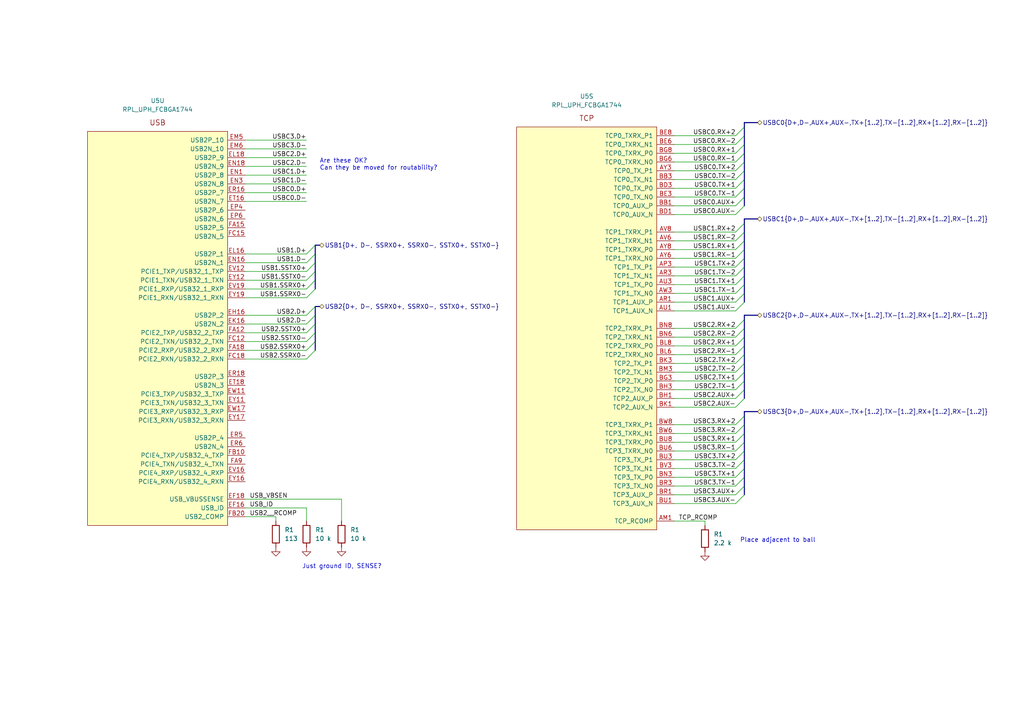
<source format=kicad_sch>
(kicad_sch (version 20230121) (generator eeschema)
  (paper "A4")
  (lib_symbols
    (symbol "Device:R" (pin_numbers hide) (pin_names (offset 0))
      (property "Reference" "R" (at 2.032 0 90))
      (property "Value" "R" (at 0 0 90))
      (symbol "R_1_1"
        (pin passive line (at 0 3.81 270) (length 1.27) (name "~") (number "1"))
        (pin passive line (at 0 -3.81 90) (length 1.27) (name "~") (number "2"))
      )
    )
    (symbol "local:RPL_UPH_FCBGA1744" (pin_names (offset 1.016))
      (property "Reference" "U" (at 1.27 19.05 0))
      (property "Value" "RPL_UPH_FCBGA1744" (at 1.27 16.51 0))
      (symbol "RPL_UPH_FCBGA1744_1_1"
        (text "CAMERA" (at 0 2.54 0) (effects (font (size 1.524 1.524))))
        (pin input line (at -25.4 -58.42 0) (length 5.08) (name "CSI_A_DN[1]/CSI_B_DN[2]") (number "A36"))
        (pin input line (at -25.4 -45.72 0) (length 5.08) (name "CSI_B_DN[0]") (number "A38"))
        (pin unspecified line (at -25.4 -73.66 0) (length 5.08) (name "CSI_RCOMP") (number "A55"))
        (pin input line (at -25.4 -40.64 0) (length 5.08) (name "CSI_B_DN[1]") (number "AA41"))
        (pin input line (at -25.4 -5.08 0) (length 5.08) (name "CSI_D_DN[1]/CSI_C_DN[2]") (number "AB41"))
        (pin input line (at -25.4 -2.54 0) (length 5.08) (name "CSI_D_DP[1]/CSI_C_DP[2]") (number "AD41"))
        (pin input line (at -25.4 -10.16 0) (length 5.08) (name "CSI_D_DN[0]/CSI_C_DN[3]") (number "AF41"))
        (pin input line (at -25.4 -7.62 0) (length 5.08) (name "CSI_D_DP[0]/CSI_C_DP[3]") (number "AG41"))
        (pin unspecified line (at -25.4 -76.2 0) (length 5.08) (name "CSI_RCOMP") (number "B54"))
        (pin input line (at -25.4 -55.88 0) (length 5.08) (name "CSI_A_DP[1]/CSI_B_DP[2]") (number "C36"))
        (pin input line (at -25.4 -43.18 0) (length 5.08) (name "CSI_B_DP[0]") (number "C38"))
        (pin input line (at -25.4 -63.5 0) (length 5.08) (name "CSI_A_DN[0]/CSI_B_DN[3]") (number "E37"))
        (pin input line (at -25.4 -66.04 0) (length 5.08) (name "CSI_A_CLK_P") (number "F36"))
        (pin input line (at -25.4 -50.8 0) (length 5.08) (name "CSI_B_CLK_N") (number "F39"))
        (pin input line (at -25.4 -68.58 0) (length 5.08) (name "CSI_A_CLK_N") (number "G36"))
        (pin input line (at -25.4 -60.96 0) (length 5.08) (name "CSI_A_DP[0]/CSI_B_DP[3]") (number "G37"))
        (pin input line (at -25.4 -48.26 0) (length 5.08) (name "CSI_B_CLK_P") (number "G39"))
        (pin input line (at -25.4 -12.7 0) (length 5.08) (name "CSI_D_CLK_P") (number "J41"))
        (pin input line (at -25.4 -30.48 0) (length 5.08) (name "CSI_C_CLK_P") (number "J44"))
        (pin input line (at -25.4 -33.02 0) (length 5.08) (name "CSI_C_CLK_N") (number "K44"))
        (pin input line (at -25.4 -15.24 0) (length 5.08) (name "CSI_D_CLK_N") (number "L41"))
        (pin input line (at -25.4 -22.86 0) (length 5.08) (name "CSI_C_DN[1]") (number "M44"))
        (pin input line (at -25.4 -27.94 0) (length 5.08) (name "CSI_C_DN[0]") (number "P41"))
        (pin input line (at -25.4 -20.32 0) (length 5.08) (name "CSI_C_DP[1]") (number "P44"))
        (pin input line (at -25.4 -25.4 0) (length 5.08) (name "CSI_C_DP[0]") (number "T41"))
        (pin input line (at -25.4 -38.1 0) (length 5.08) (name "CSI_B_DP[1]") (number "W41"))
      )
      (symbol "RPL_UPH_FCBGA1744_2_1"
        (text "CFG" (at 0 2.54 0) (effects (font (size 1.524 1.524))))
        (pin bidirectional line (at 25.4 -17.78 180) (length 5.08) (name "CFG[2]") (number "AA12"))
        (pin bidirectional line (at 25.4 -22.86 180) (length 5.08) (name "CFG[0]") (number "AA16"))
        (pin bidirectional line (at 25.4 -15.24 180) (length 5.08) (name "CFG[3]") (number "AC12"))
        (pin bidirectional line (at 25.4 -12.7 180) (length 5.08) (name "CFG[4]") (number "AD11"))
        (pin bidirectional line (at 25.4 -20.32 180) (length 5.08) (name "CFG[1]") (number "AD16"))
        (pin bidirectional line (at -25.4 -5.08 0) (length 5.08) (name "CFG[16]") (number "AF17"))
        (pin bidirectional line (at -25.4 -20.32 0) (length 5.08) (name "CFG[10]") (number "AF20"))
        (pin bidirectional line (at -25.4 -2.54 0) (length 5.08) (name "CFG[17]") (number "AF22"))
        (pin bidirectional line (at -25.4 -12.7 0) (length 5.08) (name "CFG[13]") (number "AF35"))
        (pin bidirectional line (at -25.4 -7.62 0) (length 5.08) (name "CFG[15]") (number "AF37"))
        (pin bidirectional line (at 25.4 -10.16 180) (length 5.08) (name "CFG[5]") (number "AG15"))
        (pin bidirectional line (at 25.4 -7.62 180) (length 5.08) (name "CFG[6]") (number "AH17"))
        (pin bidirectional line (at -25.4 -22.86 0) (length 5.08) (name "CFG[9]") (number "AH22"))
        (pin bidirectional line (at -25.4 -17.78 0) (length 5.08) (name "CFG[11]") (number "AH25"))
        (pin bidirectional line (at -25.4 -10.16 0) (length 5.08) (name "CFG[14]") (number "AH35"))
        (pin bidirectional line (at -25.4 -15.24 0) (length 5.08) (name "CFG[12]") (number "AH37"))
        (pin bidirectional line (at 25.4 -5.08 180) (length 5.08) (name "CFG[7]") (number "AJ15"))
        (pin bidirectional line (at 25.4 -2.54 180) (length 5.08) (name "CFG[8]") (number "AK17"))
        (pin unspecified line (at 25.4 -25.4 180) (length 5.08) (name "CFG_RCOMP") (number "F8"))
      )
      (symbol "RPL_UPH_FCBGA1744_3_1"
        (text "CNVI" (at 0 2.54 0) (effects (font (size 1.524 1.524))))
        (pin output line (at -25.4 -45.72 0) (length 5.08) (name "GPP_F5/MODEM_CLKREQ/CRF_XTAL_CLKREQ") (number "EF36"))
        (pin output line (at -25.4 -58.42 0) (length 5.08) (name "GPP_F0/CNV_BRI_DT/UART2_RTS#") (number "EH33"))
        (pin input line (at -25.4 -43.18 0) (length 5.08) (name "GPP_F6/CNV_PA_BLANKING") (number "EH36"))
        (pin input line (at -25.4 -55.88 0) (length 5.08) (name "GPP_F1/CNV_BRI_RSP/UART2_RXD") (number "EK33"))
        (pin input line (at -25.4 -40.64 0) (length 5.08) (name "GPP_H8/I2C4_SDA/CNV_MFUART2_RXD") (number "EL43"))
        (pin output line (at -25.4 -53.34 0) (length 5.08) (name "GPP_F2/CNV_RGI_DT/UART2_TXD") (number "EN31"))
        (pin input line (at -25.4 -38.1 0) (length 5.08) (name "GPP_H9/I2C4_SCL/CNV_MFUART2_TXD") (number "EN43"))
        (pin input line (at -25.4 -50.8 0) (length 5.08) (name "GPP_F3/CNV_RGI_RSP/UART2_CTS#") (number "ER31"))
        (pin output line (at -25.4 -48.26 0) (length 5.08) (name "GPP_F4/CNV_RF_RESET#") (number "ET31"))
        (pin input line (at -25.4 -20.32 0) (length 5.08) (name "CNV_WR_D1P") (number "EV40"))
        (pin output line (at -25.4 -7.62 0) (length 5.08) (name "CNV_WT_D0P") (number "EV43"))
        (pin output line (at -25.4 -12.7 0) (length 5.08) (name "CNV_WT_CLKP") (number "EV47"))
        (pin input line (at -25.4 -25.4 0) (length 5.08) (name "CNV_WR_D0P") (number "EW42"))
        (pin input line (at -25.4 -22.86 0) (length 5.08) (name "CNV_WR_D1N") (number "EY40"))
        (pin input line (at -25.4 -27.94 0) (length 5.08) (name "CNV_WR_D0N") (number "EY42"))
        (pin output line (at -25.4 -10.16 0) (length 5.08) (name "CNV_WT_D0N") (number "EY43"))
        (pin output line (at -25.4 -15.24 0) (length 5.08) (name "CNV_WT_CLKN") (number "EY47"))
        (pin input line (at -25.4 -30.48 0) (length 5.08) (name "CNV_WR_CLKP") (number "FA43"))
        (pin output line (at -25.4 -5.08 0) (length 5.08) (name "CNV_WT_D1N") (number "FA46"))
        (pin unspecified line (at -25.4 -17.78 0) (length 5.08) (name "CNV_WT_RCOMP") (number "FC40"))
        (pin input line (at -25.4 -33.02 0) (length 5.08) (name "CNV_WR_CLKN") (number "FC43"))
        (pin output line (at -25.4 -2.54 0) (length 5.08) (name "CNV_WT_D1P") (number "FC46"))
      )
      (symbol "RPL_UPH_FCBGA1744_4_1"
        (text "DDI" (at 0 2.54 0) (effects (font (size 1.524 1.524))))
        (pin output line (at -25.4 -25.4 0) (length 5.08) (name "DDIA_TXP[2]") (number "AA1"))
        (pin output line (at -25.4 -35.56 0) (length 5.08) (name "DDIA_TXN[3]") (number "AA3"))
        (pin output line (at -25.4 -27.94 0) (length 5.08) (name "DDIA_TXN[2]") (number "AB1"))
        (pin output line (at -25.4 -17.78 0) (length 5.08) (name "DDIA_TXP[1]") (number "AB3"))
        (pin output line (at -25.4 -12.7 0) (length 5.08) (name "DDIA_TXN[0]") (number "AD1"))
        (pin output line (at -25.4 -20.32 0) (length 5.08) (name "DDIA_TXN[1]") (number "AD3"))
        (pin bidirectional line (at -25.4 -66.04 0) (length 5.08) (name "DDIB_AUXP") (number "AE6"))
        (pin bidirectional line (at -25.4 -68.58 0) (length 5.08) (name "DDIB_AUXN") (number "AE8"))
        (pin output line (at -25.4 -10.16 0) (length 5.08) (name "DDIA_TXP[0]") (number "AF1"))
        (pin bidirectional line (at -25.4 -2.54 0) (length 5.08) (name "DDIA_AUXP") (number "AF3"))
        (pin output line (at -25.4 -111.76 0) (length 5.08) (name "DISP_UTILS_2") (number "AF32"))
        (pin bidirectional line (at -25.4 -5.08 0) (length 5.08) (name "DDIA_AUXN") (number "AG3"))
        (pin output line (at -25.4 -73.66 0) (length 5.08) (name "DDIB_TXP[0]") (number "AH6"))
        (pin output line (at -25.4 -76.2 0) (length 5.08) (name "DDIB_TXN[0]") (number "AH8"))
        (pin unspecified line (at -25.4 -48.26 0) (length 5.08) (name "DDIA_RCOMP") (number "AJ1"))
        (pin output line (at -25.4 -81.28 0) (length 5.08) (name "DDIB_TXP[1]") (number "AK6"))
        (pin output line (at -25.4 -83.82 0) (length 5.08) (name "DDIB_TXN[1]") (number "AK8"))
        (pin unspecified line (at -25.4 -116.84 0) (length 5.08) (name "DDIB_RCOMP") (number "AL1"))
        (pin output line (at -25.4 -88.9 0) (length 5.08) (name "DDIB_TXP[2]") (number "AM6"))
        (pin output line (at -25.4 -91.44 0) (length 5.08) (name "DDIB_TXN[2]") (number "AM8"))
        (pin output line (at -25.4 -96.52 0) (length 5.08) (name "DDIB_TXP[3]") (number "AP6"))
        (pin output line (at -25.4 -99.06 0) (length 5.08) (name "DDIB_TXN[3]") (number "AP8"))
        (pin output line (at -25.4 -114.3 0) (length 5.08) (name "DISP_UTILS_1") (number "DJ1"))
        (pin input line (at -25.4 -109.22 0) (length 5.08) (name "GPP_A18/DDSP_HPDB/DISP_MISCB") (number "EB47"))
        (pin bidirectional line (at -25.4 -106.68 0) (length 5.08) (name "GPP_H15/DDPB_CTRLCLK/PCIE_LINK_DOWN") (number "EK46"))
        (pin output line (at -25.4 -43.18 0) (length 5.08) (name "eDP_BKLTCTL") (number "EL21"))
        (pin bidirectional line (at -25.4 -104.14 0) (length 5.08) (name "GPP_H17/DDPB_CTRLDATA") (number "EL46"))
        (pin output line (at -25.4 -45.72 0) (length 5.08) (name "eDP_BKLTEN") (number "EN21"))
        (pin output line (at -25.4 -40.64 0) (length 5.08) (name "GPP_E14/DDSP_HPDA/DISP_MISC_A") (number "EV25"))
        (pin output line (at -25.4 -33.02 0) (length 5.08) (name "DDIA_TXP[3]") (number "W3"))
      )
      (symbol "RPL_UPH_FCBGA1744_5_1"
        (text "DDR_A" (at 0 2.54 0) (effects (font (size 1.524 1.524))))
        (pin input line (at 25.4 -170.18 180) (length 5.08) (name "DDR0_ALERT#") (number "BF61"))
        (pin output line (at 25.4 -172.72 180) (length 5.08) (name "DDR0_VREF_CA0") (number "BG60"))
        (pin bidirectional line (at 25.4 -101.6 180) (length 5.08) (name "DDR1_DQ[3][6]") (number "BJ47"))
        (pin bidirectional line (at 25.4 -104.14 180) (length 5.08) (name "DDR1_DQ[3][7]") (number "BJ50"))
        (pin bidirectional line (at 25.4 -96.52 180) (length 5.08) (name "DDR1_DQ[3][4]") (number "BK53"))
        (pin bidirectional line (at -25.4 -101.6 0) (length 5.08) (name "DDR1_DQ[1][6]") (number "BK57"))
        (pin bidirectional line (at -25.4 -96.52 0) (length 5.08) (name "DDR1_DQ[1][4]") (number "BK60"))
        (pin bidirectional line (at 25.4 -99.06 180) (length 5.08) (name "DDR1_DQ[3][5]") (number "BL48"))
        (pin bidirectional line (at 25.4 -109.22 180) (length 5.08) (name "DDR1_DQSN[3]") (number "BL51"))
        (pin bidirectional line (at -25.4 -99.06 0) (length 5.08) (name "DDR1_DQ[1][5]") (number "BL56"))
        (pin bidirectional line (at -25.4 -104.14 0) (length 5.08) (name "DDR1_DQ[1][7]") (number "BL58"))
        (pin bidirectional line (at -25.4 -106.68 0) (length 5.08) (name "DDR1_DQSP[1]") (number "BL61"))
        (pin bidirectional line (at 25.4 -91.44 180) (length 5.08) (name "DDR1_DQ[3][2]") (number "BN48"))
        (pin bidirectional line (at 25.4 -106.68 180) (length 5.08) (name "DDR1_DQSP[3]") (number "BN51"))
        (pin bidirectional line (at -25.4 -91.44 0) (length 5.08) (name "DDR1_DQ[1][2]") (number "BN56"))
        (pin bidirectional line (at -25.4 -86.36 0) (length 5.08) (name "DDR1_DQ[1][0]") (number "BN58"))
        (pin bidirectional line (at -25.4 -109.22 0) (length 5.08) (name "DDR1_DQSN[1]") (number "BN61"))
        (pin bidirectional line (at 25.4 -88.9 180) (length 5.08) (name "DDR1_DQ[3][1]") (number "BP47"))
        (pin bidirectional line (at 25.4 -86.36 180) (length 5.08) (name "DDR1_DQ[3][0]") (number "BP50"))
        (pin bidirectional line (at 25.4 -93.98 180) (length 5.08) (name "DDR1_DQ[3][3]") (number "BP53"))
        (pin bidirectional line (at -25.4 -88.9 0) (length 5.08) (name "DDR1_DQ[1][1]") (number "BP57"))
        (pin bidirectional line (at -25.4 -93.98 0) (length 5.08) (name "DDR1_DQ[1][3]") (number "BP60"))
        (pin bidirectional line (at 25.4 -73.66 180) (length 5.08) (name "DDR1_DQ[2][6]") (number "BT47"))
        (pin bidirectional line (at 25.4 -76.2 180) (length 5.08) (name "DDR1_DQ[2][7]") (number "BT50"))
        (pin bidirectional line (at 25.4 -68.58 180) (length 5.08) (name "DDR1_DQ[2][4]") (number "BT53"))
        (pin bidirectional line (at -25.4 -73.66 0) (length 5.08) (name "DDR1_DQ[0][6]") (number "BT57"))
        (pin bidirectional line (at -25.4 -68.58 0) (length 5.08) (name "DDR1_DQ[0][4]") (number "BT60"))
        (pin bidirectional line (at 25.4 -71.12 180) (length 5.08) (name "DDR1_DQ[2][5]") (number "BU48"))
        (pin bidirectional line (at 25.4 -81.28 180) (length 5.08) (name "DDR1_DQSN[2]") (number "BU51"))
        (pin bidirectional line (at -25.4 -71.12 0) (length 5.08) (name "DDR1_DQ[0][5]") (number "BU56"))
        (pin bidirectional line (at -25.4 -76.2 0) (length 5.08) (name "DDR1_DQ[0][7]") (number "BU58"))
        (pin bidirectional line (at -25.4 -78.74 0) (length 5.08) (name "DDR1_DQSP[0]") (number "BU61"))
        (pin bidirectional line (at 25.4 -63.5 180) (length 5.08) (name "DDR1_DQ[2][2]") (number "BW48"))
        (pin bidirectional line (at 25.4 -78.74 180) (length 5.08) (name "DDR1_DQSP[2]") (number "BW51"))
        (pin bidirectional line (at -25.4 -63.5 0) (length 5.08) (name "DDR1_DQ[0][2]") (number "BW56"))
        (pin bidirectional line (at -25.4 -58.42 0) (length 5.08) (name "DDR1_DQ[0][0]") (number "BW58"))
        (pin bidirectional line (at -25.4 -81.28 0) (length 5.08) (name "DDR1_DQSN[0]") (number "BW61"))
        (pin bidirectional line (at 25.4 -58.42 180) (length 5.08) (name "DDR1_DQ[2][0]") (number "BY50"))
        (pin bidirectional line (at 25.4 -66.04 180) (length 5.08) (name "DDR1_DQ[2][3]") (number "BY53"))
        (pin bidirectional line (at -25.4 -60.96 0) (length 5.08) (name "DDR1_DQ[0][1]") (number "BY57"))
        (pin bidirectional line (at -25.4 -66.04 0) (length 5.08) (name "DDR1_DQ[0][3]") (number "BY60"))
        (pin bidirectional line (at 25.4 -60.96 180) (length 5.08) (name "DDR1_DQ[2][1]") (number "CA47"))
        (pin output line (at 25.4 -162.56 180) (length 5.08) (name "DDR1_CS[0]") (number "CC47"))
        (pin output line (at 25.4 -129.54 180) (length 5.08) (name "DDR1_CA[1]") (number "CC50"))
        (pin output line (at 25.4 -165.1 180) (length 5.08) (name "DDR1_CS[1]") (number "CC53"))
        (pin output line (at 25.4 -121.92 180) (length 5.08) (name "DDR1_CLK_N[1]") (number "CD48"))
        (pin output line (at 25.4 -119.38 180) (length 5.08) (name "DDR1_CLK_P[1]") (number "CD49"))
        (pin output line (at 25.4 -127 180) (length 5.08) (name "DDR1_CA[0]") (number "CE53"))
        (pin output line (at 25.4 -137.16 180) (length 5.08) (name "DDR1_CA[4]") (number "CE60"))
        (pin output line (at 25.4 -132.08 180) (length 5.08) (name "DDR1_CA[2]") (number "CF56"))
        (pin output line (at 25.4 -116.84 180) (length 5.08) (name "DDR1_CLK_N[0]") (number "CF61"))
        (pin output line (at 25.4 -142.24 180) (length 5.08) (name "DDR1_CA[6]") (number "CH46"))
        (pin output line (at 25.4 -134.62 180) (length 5.08) (name "DDR1_CA[3]") (number "CH48"))
        (pin output line (at 25.4 -157.48 180) (length 5.08) (name "DDR1_CA[12]") (number "CH56"))
        (pin output line (at 25.4 -144.78 180) (length 5.08) (name "DDR1_CA[7]") (number "CH58"))
        (pin output line (at 25.4 -114.3 180) (length 5.08) (name "DDR1_CLK_P[0]") (number "CH61"))
        (pin output line (at 25.4 -139.7 180) (length 5.08) (name "DDR1_CA[5]") (number "CJ50"))
        (pin output line (at 25.4 -152.4 180) (length 5.08) (name "DDR1_CA[10]") (number "CJ53"))
        (pin output line (at 25.4 -149.86 180) (length 5.08) (name "DDR1_CA[9]") (number "CJ57"))
        (pin output line (at 25.4 -154.94 180) (length 5.08) (name "DDR1_CA[11]") (number "CJ60"))
        (pin output line (at 25.4 -147.32 180) (length 5.08) (name "DDR1_CA[8]") (number "CK47"))
        (pin output line (at -25.4 -152.4 0) (length 5.08) (name "DDR0_CA[10]") (number "CM47"))
        (pin output line (at -25.4 -142.24 0) (length 5.08) (name "DDR0_CA[6]") (number "CM50"))
        (pin output line (at -25.4 -147.32 0) (length 5.08) (name "DDR0_CA[8]") (number "CM53"))
        (pin output line (at -25.4 -121.92 0) (length 5.08) (name "DDR0_CLK_N[1]") (number "CN48"))
        (pin output line (at -25.4 -119.38 0) (length 5.08) (name "DDR0_CLK_P[1]") (number "CN49"))
        (pin output line (at -25.4 -154.94 0) (length 5.08) (name "DDR0_CA[11]") (number "CP53"))
        (pin output line (at -25.4 -149.86 0) (length 5.08) (name "DDR0_CA[9]") (number "CP60"))
        (pin output line (at -25.4 -157.48 0) (length 5.08) (name "DDR0_CA[12]") (number "CR56"))
        (pin output line (at -25.4 -116.84 0) (length 5.08) (name "DDR0_CLK_N[0]") (number "CR61"))
        (pin output line (at -25.4 -144.78 0) (length 5.08) (name "DDR0_CA[7]") (number "CT46"))
        (pin output line (at -25.4 -139.7 0) (length 5.08) (name "DDR0_CA[5]") (number "CU48"))
        (pin output line (at -25.4 -129.54 0) (length 5.08) (name "DDR0_CA[1]") (number "CU56"))
        (pin output line (at -25.4 -127 0) (length 5.08) (name "DDR0_CA[0]") (number "CU58"))
        (pin output line (at -25.4 -114.3 0) (length 5.08) (name "DDR0_CLK_P[0]") (number "CU61"))
        (pin output line (at -25.4 -137.16 0) (length 5.08) (name "DDR0_CA[4]") (number "CV50"))
        (pin output line (at -25.4 -134.62 0) (length 5.08) (name "DDR0_CA[3]") (number "CV53"))
        (pin output line (at -25.4 -162.56 0) (length 5.08) (name "DDR0_CS[0]") (number "CV57"))
        (pin output line (at -25.4 -165.1 0) (length 5.08) (name "DDR0_CS[1]") (number "CV60"))
        (pin output line (at -25.4 -132.08 0) (length 5.08) (name "DDR0_CA[2]") (number "CW47"))
        (pin bidirectional line (at 25.4 -45.72 180) (length 5.08) (name "DDR0_DQ[3][6]") (number "CY47"))
        (pin bidirectional line (at 25.4 -48.26 180) (length 5.08) (name "DDR0_DQ[3][7]") (number "CY50"))
        (pin bidirectional line (at -25.4 -45.72 0) (length 5.08) (name "DDR0_DQ[1][6]") (number "CY57"))
        (pin bidirectional line (at -25.4 -40.64 0) (length 5.08) (name "DDR0_DQ[1][4]") (number "CY60"))
        (pin bidirectional line (at 25.4 -40.64 180) (length 5.08) (name "DDR0_DQ[3][4]") (number "DA53"))
        (pin bidirectional line (at -25.4 -48.26 0) (length 5.08) (name "DDR0_DQ[1][7]") (number "DA58"))
        (pin bidirectional line (at 25.4 -43.18 180) (length 5.08) (name "DDR0_DQ[3][5]") (number "DB48"))
        (pin bidirectional line (at 25.4 -53.34 180) (length 5.08) (name "DDR0_DQSN[3]") (number "DB51"))
        (pin bidirectional line (at -25.4 -43.18 0) (length 5.08) (name "DDR0_DQ[1][5]") (number "DB56"))
        (pin bidirectional line (at -25.4 -50.8 0) (length 5.08) (name "DDR0_DQSP[1]") (number "DB61"))
        (pin bidirectional line (at 25.4 -35.56 180) (length 5.08) (name "DDR0_DQ[3][2]") (number "DC48"))
        (pin bidirectional line (at 25.4 -50.8 180) (length 5.08) (name "DDR0_DQSP[3]") (number "DC51"))
        (pin bidirectional line (at -25.4 -53.34 0) (length 5.08) (name "DDR0_DQSN[1]") (number "DC61"))
        (pin bidirectional line (at -25.4 -35.56 0) (length 5.08) (name "DDR0_DQ[1][2]") (number "DD56"))
        (pin bidirectional line (at -25.4 -30.48 0) (length 5.08) (name "DDR0_DQ[1][0]") (number "DD58"))
        (pin bidirectional line (at 25.4 -33.02 180) (length 5.08) (name "DDR0_DQ[3][1]") (number "DE47"))
        (pin bidirectional line (at 25.4 -30.48 180) (length 5.08) (name "DDR0_DQ[3][0]") (number "DE50"))
        (pin bidirectional line (at 25.4 -38.1 180) (length 5.08) (name "DDR0_DQ[3][3]") (number "DE53"))
        (pin bidirectional line (at -25.4 -33.02 0) (length 5.08) (name "DDR0_DQ[1][1]") (number "DE57"))
        (pin bidirectional line (at -25.4 -38.1 0) (length 5.08) (name "DDR0_DQ[1][3]") (number "DE60"))
        (pin bidirectional line (at 25.4 -17.78 180) (length 5.08) (name "DDR0_DQ[2][6]") (number "DG47"))
        (pin bidirectional line (at 25.4 -20.32 180) (length 5.08) (name "DDR0_DQ[2][7]") (number "DG50"))
        (pin bidirectional line (at 25.4 -12.7 180) (length 5.08) (name "DDR0_DQ[2][4]") (number "DG53"))
        (pin bidirectional line (at -25.4 -17.78 0) (length 5.08) (name "DDR0_DQ[0][6]") (number "DG57"))
        (pin bidirectional line (at -25.4 -12.7 0) (length 5.08) (name "DDR0_DQ[0][4]") (number "DG60"))
        (pin bidirectional line (at 25.4 -15.24 180) (length 5.08) (name "DDR0_DQ[2][5]") (number "DH48"))
        (pin bidirectional line (at 25.4 -25.4 180) (length 5.08) (name "DDR0_DQSN[2]") (number "DH51"))
        (pin bidirectional line (at -25.4 -15.24 0) (length 5.08) (name "DDR0_DQ[0][5]") (number "DH56"))
        (pin bidirectional line (at -25.4 -20.32 0) (length 5.08) (name "DDR0_DQ[0][7]") (number "DH58"))
        (pin bidirectional line (at -25.4 -22.86 0) (length 5.08) (name "DDR0_DQSP[0]") (number "DH61"))
        (pin bidirectional line (at 25.4 -7.62 180) (length 5.08) (name "DDR0_DQ[2][2]") (number "DK48"))
        (pin bidirectional line (at 25.4 -22.86 180) (length 5.08) (name "DDR0_DQSP[2]") (number "DK51"))
        (pin bidirectional line (at -25.4 -7.62 0) (length 5.08) (name "DDR0_DQ[0][2]") (number "DK56"))
        (pin bidirectional line (at -25.4 -2.54 0) (length 5.08) (name "DDR0_DQ[0][0]") (number "DK58"))
        (pin bidirectional line (at -25.4 -25.4 0) (length 5.08) (name "DDR0_DQSN[0]") (number "DK61"))
        (pin bidirectional line (at 25.4 -2.54 180) (length 5.08) (name "DDR0_DQ[2][0]") (number "DL50"))
        (pin bidirectional line (at 25.4 -10.16 180) (length 5.08) (name "DDR0_DQ[2][3]") (number "DL53"))
        (pin bidirectional line (at -25.4 -5.08 0) (length 5.08) (name "DDR0_DQ[0][1]") (number "DL57"))
        (pin bidirectional line (at -25.4 -10.16 0) (length 5.08) (name "DDR0_DQ[0][3]") (number "DL60"))
        (pin bidirectional line (at 25.4 -5.08 180) (length 5.08) (name "DDR0_DQ[2][1]") (number "DM47"))
      )
      (symbol "RPL_UPH_FCBGA1744_6_1"
        (text "DDR_B" (at 0 2.54 0) (effects (font (size 1.524 1.524))))
        (pin bidirectional line (at 25.4 -50.8 180) (length 5.08) (name "DDR3_DQSP[1]") (number "A43"))
        (pin bidirectional line (at 25.4 -53.34 180) (length 5.08) (name "DDR3_DQSN[1]") (number "A44"))
        (pin bidirectional line (at 25.4 -22.86 180) (length 5.08) (name "DDR3_DQSP[0]") (number "A49"))
        (pin bidirectional line (at 25.4 -25.4 180) (length 5.08) (name "DDR3_DQSN[0]") (number "A51"))
        (pin output line (at -25.4 -142.24 0) (length 5.08) (name "DDR3_CA[6]") (number "AA46"))
        (pin output line (at -25.4 -134.62 0) (length 5.08) (name "DDR3_CA[3]") (number "AA48"))
        (pin output line (at -25.4 -157.48 0) (length 5.08) (name "DDR3_CA[12]") (number "AB56"))
        (pin output line (at -25.4 -144.78 0) (length 5.08) (name "DDR3_CA[7]") (number "AB58"))
        (pin output line (at -25.4 -114.3 0) (length 5.08) (name "DDR3_CLK_P[0]") (number "AB61"))
        (pin output line (at -25.4 -147.32 0) (length 5.08) (name "DDR3_CA[8]") (number "AC47"))
        (pin output line (at -25.4 -139.7 0) (length 5.08) (name "DDR3_CA[5]") (number "AC50"))
        (pin output line (at -25.4 -152.4 0) (length 5.08) (name "DDR3_CA[10]") (number "AC53"))
        (pin output line (at -25.4 -149.86 0) (length 5.08) (name "DDR3_CA[9]") (number "AC57"))
        (pin output line (at -25.4 -154.94 0) (length 5.08) (name "DDR3_CA[11]") (number "AC60"))
        (pin output line (at 25.4 -152.4 180) (length 5.08) (name "DDR2_CA[10]") (number "AE47"))
        (pin output line (at 25.4 -142.24 180) (length 5.08) (name "DDR2_CA[6]") (number "AE50"))
        (pin output line (at 25.4 -147.32 180) (length 5.08) (name "DDR2_CA[8]") (number "AE53"))
        (pin output line (at 25.4 -121.92 180) (length 5.08) (name "DDR2_CLK_N[1]") (number "AG48"))
        (pin output line (at 25.4 -119.38 180) (length 5.08) (name "DDR2_CLK_P[1]") (number "AG49"))
        (pin output line (at 25.4 -154.94 180) (length 5.08) (name "DDR2_CA[11]") (number "AH53"))
        (pin output line (at 25.4 -149.86 180) (length 5.08) (name "DDR2_CA[9]") (number "AH60"))
        (pin output line (at 25.4 -157.48 180) (length 5.08) (name "DDR2_CA[12]") (number "AJ56"))
        (pin output line (at 25.4 -116.84 180) (length 5.08) (name "DDR2_CLK_N[0]") (number "AJ61"))
        (pin output line (at 25.4 -144.78 180) (length 5.08) (name "DDR2_CA[7]") (number "AK46"))
        (pin output line (at 25.4 -139.7 180) (length 5.08) (name "DDR2_CA[5]") (number "AK48"))
        (pin output line (at 25.4 -129.54 180) (length 5.08) (name "DDR2_CA[1]") (number "AL56"))
        (pin output line (at 25.4 -127 180) (length 5.08) (name "DDR2_CA[0]") (number "AL58"))
        (pin output line (at 25.4 -114.3 180) (length 5.08) (name "DDR2_CLK_P[0]") (number "AL61"))
        (pin output line (at 25.4 -132.08 180) (length 5.08) (name "DDR2_CA[2]") (number "AM47"))
        (pin output line (at 25.4 -137.16 180) (length 5.08) (name "DDR2_CA[4]") (number "AM50"))
        (pin output line (at 25.4 -134.62 180) (length 5.08) (name "DDR2_CA[3]") (number "AM53"))
        (pin output line (at 25.4 -165.1 180) (length 5.08) (name "DDR2_CS[1]") (number "AM57"))
        (pin output line (at 25.4 -162.56 180) (length 5.08) (name "DDR2_CS[0]") (number "AM60"))
        (pin bidirectional line (at -25.4 -101.6 0) (length 5.08) (name "DDR2_DQ[3][6]") (number "AP47"))
        (pin bidirectional line (at -25.4 -104.14 0) (length 5.08) (name "DDR2_DQ[3][7]") (number "AP50"))
        (pin bidirectional line (at -25.4 -96.52 0) (length 5.08) (name "DDR2_DQ[3][4]") (number "AP53"))
        (pin bidirectional line (at -25.4 -45.72 0) (length 5.08) (name "DDR2_DQ[1][6]") (number "AP57"))
        (pin bidirectional line (at -25.4 -40.64 0) (length 5.08) (name "DDR2_DQ[1][4]") (number "AP60"))
        (pin bidirectional line (at -25.4 -99.06 0) (length 5.08) (name "DDR2_DQ[3][5]") (number "AR48"))
        (pin bidirectional line (at -25.4 -109.22 0) (length 5.08) (name "DDR2_DQSN[3]") (number "AR51"))
        (pin bidirectional line (at -25.4 -43.18 0) (length 5.08) (name "DDR2_DQ[1][5]") (number "AR56"))
        (pin bidirectional line (at -25.4 -48.26 0) (length 5.08) (name "DDR2_DQ[1][7]") (number "AR58"))
        (pin bidirectional line (at -25.4 -50.8 0) (length 5.08) (name "DDR2_DQSP[1]") (number "AR61"))
        (pin bidirectional line (at -25.4 -91.44 0) (length 5.08) (name "DDR2_DQ[3][2]") (number "AU48"))
        (pin bidirectional line (at -25.4 -106.68 0) (length 5.08) (name "DDR2_DQSP[3]") (number "AU51"))
        (pin bidirectional line (at -25.4 -35.56 0) (length 5.08) (name "DDR2_DQ[1][2]") (number "AU56"))
        (pin bidirectional line (at -25.4 -30.48 0) (length 5.08) (name "DDR2_DQ[1][0]") (number "AU58"))
        (pin bidirectional line (at -25.4 -53.34 0) (length 5.08) (name "DDR2_DQSN[1]") (number "AU61"))
        (pin bidirectional line (at -25.4 -86.36 0) (length 5.08) (name "DDR2_DQ[3][0]") (number "AV50"))
        (pin bidirectional line (at -25.4 -93.98 0) (length 5.08) (name "DDR2_DQ[3][3]") (number "AV53"))
        (pin bidirectional line (at -25.4 -33.02 0) (length 5.08) (name "DDR2_DQ[1][1]") (number "AV57"))
        (pin bidirectional line (at -25.4 -38.1 0) (length 5.08) (name "DDR2_DQ[1][3]") (number "AV60"))
        (pin bidirectional line (at -25.4 -88.9 0) (length 5.08) (name "DDR2_DQ[3][1]") (number "AW47"))
        (pin bidirectional line (at -25.4 -73.66 0) (length 5.08) (name "DDR2_DQ[2][6]") (number "AY47"))
        (pin bidirectional line (at 25.4 -40.64 180) (length 5.08) (name "DDR3_DQ[1][4]") (number "B41"))
        (pin bidirectional line (at 25.4 -38.1 180) (length 5.08) (name "DDR3_DQ[1][3]") (number "B46"))
        (pin bidirectional line (at 25.4 -12.7 180) (length 5.08) (name "DDR3_DQ[0][4]") (number "B48"))
        (pin bidirectional line (at 25.4 -10.16 180) (length 5.08) (name "DDR3_DQ[0][3]") (number "B52"))
        (pin bidirectional line (at -25.4 -76.2 0) (length 5.08) (name "DDR2_DQ[2][7]") (number "BA50"))
        (pin bidirectional line (at -25.4 -68.58 0) (length 5.08) (name "DDR2_DQ[2][4]") (number "BA53"))
        (pin bidirectional line (at -25.4 -17.78 0) (length 5.08) (name "DDR2_DQ[0][6]") (number "BA57"))
        (pin bidirectional line (at -25.4 -12.7 0) (length 5.08) (name "DDR2_DQ[0][4]") (number "BA60"))
        (pin bidirectional line (at -25.4 -71.12 0) (length 5.08) (name "DDR2_DQ[2][5]") (number "BB48"))
        (pin bidirectional line (at -25.4 -81.28 0) (length 5.08) (name "DDR2_DQSN[2]") (number "BB51"))
        (pin bidirectional line (at -25.4 -15.24 0) (length 5.08) (name "DDR2_DQ[0][5]") (number "BB56"))
        (pin bidirectional line (at -25.4 -20.32 0) (length 5.08) (name "DDR2_DQ[0][7]") (number "BB58"))
        (pin bidirectional line (at -25.4 -22.86 0) (length 5.08) (name "DDR2_DQSP[0]") (number "BB61"))
        (pin bidirectional line (at -25.4 -63.5 0) (length 5.08) (name "DDR2_DQ[2][2]") (number "BD48"))
        (pin bidirectional line (at -25.4 -78.74 0) (length 5.08) (name "DDR2_DQSP[2]") (number "BD51"))
        (pin bidirectional line (at -25.4 -7.62 0) (length 5.08) (name "DDR2_DQ[0][2]") (number "BD56"))
        (pin bidirectional line (at -25.4 -2.54 0) (length 5.08) (name "DDR2_DQ[0][0]") (number "BD58"))
        (pin bidirectional line (at -25.4 -25.4 0) (length 5.08) (name "DDR2_DQSN[0]") (number "BD61"))
        (pin bidirectional line (at -25.4 -60.96 0) (length 5.08) (name "DDR2_DQ[2][1]") (number "BE47"))
        (pin bidirectional line (at -25.4 -58.42 0) (length 5.08) (name "DDR2_DQ[2][0]") (number "BE50"))
        (pin bidirectional line (at -25.4 -66.04 0) (length 5.08) (name "DDR2_DQ[2][3]") (number "BE53"))
        (pin bidirectional line (at -25.4 -5.08 0) (length 5.08) (name "DDR2_DQ[0][1]") (number "BE57"))
        (pin bidirectional line (at -25.4 -10.16 0) (length 5.08) (name "DDR2_DQ[0][3]") (number "BE60"))
        (pin output line (at 25.4 -172.72 180) (length 5.08) (name "DDR1_VREF_CA0") (number "BG55"))
        (pin input line (at 25.4 -170.18 180) (length 5.08) (name "DDR1_ALERT#") (number "BG57"))
        (pin bidirectional line (at 25.4 -45.72 180) (length 5.08) (name "DDR3_DQ[1][6]") (number "C42"))
        (pin bidirectional line (at 25.4 -30.48 180) (length 5.08) (name "DDR3_DQ[1][0]") (number "C45"))
        (pin bidirectional line (at 25.4 -20.32 180) (length 5.08) (name "DDR3_DQ[0][7]") (number "C49"))
        (pin bidirectional line (at 25.4 -2.54 180) (length 5.08) (name "DDR3_DQ[0][0]") (number "C51"))
        (pin bidirectional line (at 25.4 -48.26 180) (length 5.08) (name "DDR3_DQ[1][7]") (number "E41"))
        (pin bidirectional line (at 25.4 -33.02 180) (length 5.08) (name "DDR3_DQ[1][1]") (number "E46"))
        (pin bidirectional line (at 25.4 -17.78 180) (length 5.08) (name "DDR3_DQ[0][6]") (number "E48"))
        (pin bidirectional line (at 25.4 -5.08 180) (length 5.08) (name "DDR3_DQ[0][1]") (number "E52"))
        (pin bidirectional line (at 25.4 -43.18 180) (length 5.08) (name "DDR3_DQ[1][5]") (number "F43"))
        (pin bidirectional line (at 25.4 -35.56 180) (length 5.08) (name "DDR3_DQ[1][2]") (number "F44"))
        (pin bidirectional line (at 25.4 -15.24 180) (length 5.08) (name "DDR3_DQ[0][5]") (number "F49"))
        (pin bidirectional line (at 25.4 -7.62 180) (length 5.08) (name "DDR3_DQ[0][2]") (number "F51"))
        (pin bidirectional line (at 25.4 -99.06 180) (length 5.08) (name "DDR3_DQ[3][5]") (number "F54"))
        (pin bidirectional line (at 25.4 -101.6 180) (length 5.08) (name "DDR3_DQ[3][6]") (number "F58"))
        (pin bidirectional line (at 25.4 -93.98 180) (length 5.08) (name "DDR3_DQ[3][3]") (number "H56"))
        (pin bidirectional line (at 25.4 -104.14 180) (length 5.08) (name "DDR3_DQ[3][7]") (number "K50"))
        (pin bidirectional line (at 25.4 -91.44 180) (length 5.08) (name "DDR3_DQ[3][2]") (number "K53"))
        (pin bidirectional line (at 25.4 -73.66 180) (length 5.08) (name "DDR3_DQ[2][6]") (number "K57"))
        (pin bidirectional line (at 25.4 -68.58 180) (length 5.08) (name "DDR3_DQ[2][4]") (number "K60"))
        (pin bidirectional line (at 25.4 -96.52 180) (length 5.08) (name "DDR3_DQ[3][4]") (number "L48"))
        (pin bidirectional line (at 25.4 -109.22 180) (length 5.08) (name "DDR3_DQSN[3]") (number "L51"))
        (pin bidirectional line (at 25.4 -71.12 180) (length 5.08) (name "DDR3_DQ[2][5]") (number "L56"))
        (pin bidirectional line (at 25.4 -76.2 180) (length 5.08) (name "DDR3_DQ[2][7]") (number "L58"))
        (pin bidirectional line (at 25.4 -81.28 180) (length 5.08) (name "DDR3_DQSN[2]") (number "L61"))
        (pin bidirectional line (at 25.4 -106.68 180) (length 5.08) (name "DDR3_DQSP[3]") (number "N51"))
        (pin bidirectional line (at 25.4 -63.5 180) (length 5.08) (name "DDR3_DQ[2][2]") (number "N56"))
        (pin bidirectional line (at 25.4 -58.42 180) (length 5.08) (name "DDR3_DQ[2][0]") (number "N58"))
        (pin bidirectional line (at 25.4 -78.74 180) (length 5.08) (name "DDR3_DQSP[2]") (number "N61"))
        (pin bidirectional line (at 25.4 -88.9 180) (length 5.08) (name "DDR3_DQ[3][1]") (number "P50"))
        (pin bidirectional line (at 25.4 -86.36 180) (length 5.08) (name "DDR3_DQ[3][0]") (number "P53"))
        (pin bidirectional line (at 25.4 -60.96 180) (length 5.08) (name "DDR3_DQ[2][1]") (number "P57"))
        (pin bidirectional line (at 25.4 -66.04 180) (length 5.08) (name "DDR3_DQ[2][3]") (number "P60"))
        (pin output line (at -25.4 -165.1 0) (length 5.08) (name "DDR3_CS[0]") (number "T47"))
        (pin output line (at -25.4 -129.54 0) (length 5.08) (name "DDR3_CA[1]") (number "T50"))
        (pin output line (at -25.4 -162.56 0) (length 5.08) (name "DDR3_CS[1]") (number "T53"))
        (pin output line (at -25.4 -119.38 0) (length 5.08) (name "DDR3_CLK_P[1]") (number "V48"))
        (pin output line (at -25.4 -121.92 0) (length 5.08) (name "DDR3_CLK_N[1]") (number "V49"))
        (pin output line (at -25.4 -127 0) (length 5.08) (name "DDR3_CA[0]") (number "W53"))
        (pin output line (at -25.4 -137.16 0) (length 5.08) (name "DDR3_CA[4]") (number "W60"))
        (pin output line (at -25.4 -132.08 0) (length 5.08) (name "DDR3_CA[2]") (number "Y56"))
        (pin output line (at -25.4 -116.84 0) (length 5.08) (name "DDR3_CLK_N[0]") (number "Y61"))
      )
      (symbol "RPL_UPH_FCBGA1744_7_1"
        (text "DDR_MISC" (at 0 2.54 0) (effects (font (size 1.524 1.524))))
        (pin unspecified line (at 25.4 -7.62 180) (length 5.08) (name "DDR_COMP") (number "A56"))
        (pin output line (at -25.4 -5.08 0) (length 5.08) (name "NC") (number "AB51"))
        (pin output line (at -25.4 -43.18 0) (length 5.08) (name "NC") (number "AE55"))
        (pin output line (at -25.4 -48.26 0) (length 5.08) (name "NC") (number "AE60"))
        (pin output line (at -25.4 -45.72 0) (length 5.08) (name "NC") (number "AF57"))
        (pin output line (at -25.4 -17.78 0) (length 5.08) (name "NC") (number "AH57"))
        (pin output line (at -25.4 -12.7 0) (length 5.08) (name "NC") (number "AJ51"))
        (pin output line (at -25.4 -20.32 0) (length 5.08) (name "NC") (number "AJ58"))
        (pin output line (at -25.4 -15.24 0) (length 5.08) (name "NC") (number "AL51"))
        (pin unspecified line (at 25.4 -10.16 180) (length 5.08) (name "DDR_COMP") (number "B56"))
        (pin output line (at 25.4 -2.54 180) (length 5.08) (name "DDR_VTT_CTL") (number "BG50"))
        (pin output line (at -25.4 -66.04 0) (length 5.08) (name "NC") (number "CB55"))
        (pin output line (at -25.4 -71.12 0) (length 5.08) (name "NC") (number "CC57"))
        (pin output line (at -25.4 -68.58 0) (length 5.08) (name "NC") (number "CC60"))
        (pin output line (at -25.4 -30.48 0) (length 5.08) (name "NC") (number "CE57"))
        (pin output line (at -25.4 -25.4 0) (length 5.08) (name "NC") (number "CF51"))
        (pin output line (at -25.4 -27.94 0) (length 5.08) (name "NC") (number "CF58"))
        (pin output line (at -25.4 -22.86 0) (length 5.08) (name "NC") (number "CH51"))
        (pin output line (at -25.4 -58.42 0) (length 5.08) (name "NC") (number "CL55"))
        (pin output line (at -25.4 -60.96 0) (length 5.08) (name "NC") (number "CM57"))
        (pin output line (at -25.4 -63.5 0) (length 5.08) (name "NC") (number "CM60"))
        (pin output line (at -25.4 -38.1 0) (length 5.08) (name "NC") (number "CP57"))
        (pin output line (at -25.4 -35.56 0) (length 5.08) (name "NC") (number "CR51"))
        (pin output line (at -25.4 -40.64 0) (length 5.08) (name "NC") (number "CR58"))
        (pin output line (at -25.4 -33.02 0) (length 5.08) (name "NC") (number "CU51"))
        (pin output line (at 25.4 -5.08 180) (length 5.08) (name "DRAM_RESET#") (number "EE53"))
        (pin output line (at -25.4 -53.34 0) (length 5.08) (name "NC") (number "T55"))
        (pin output line (at -25.4 -50.8 0) (length 5.08) (name "NC") (number "T60"))
        (pin output line (at -25.4 -55.88 0) (length 5.08) (name "NC") (number "U57"))
        (pin output line (at -25.4 -10.16 0) (length 5.08) (name "NC") (number "W57"))
        (pin output line (at -25.4 -2.54 0) (length 5.08) (name "NC") (number "Y51"))
        (pin output line (at -25.4 -7.62 0) (length 5.08) (name "NC") (number "Y58"))
      )
      (symbol "RPL_UPH_FCBGA1744_8_1"
        (text "ESPI" (at 0 2.54 0) (effects (font (size 1.524 1.524))))
        (pin output line (at -25.4 -15.24 0) (length 5.08) (name "GPP_A4/ESPI_CS0#") (number "DP44"))
        (pin output line (at -25.4 -12.7 0) (length 5.08) (name "GPP_A5/ESPI_ALERT0#") (number "DP47"))
        (pin bidirectional line (at -25.4 -25.4 0) (length 5.08) (name "GPP_A0/ESPI_IO0") (number "DP51"))
        (pin bidirectional line (at -25.4 -17.78 0) (length 5.08) (name "GPP_A3/ESPI_IO3/SUSACK#") (number "DP52"))
        (pin output line (at -25.4 -10.16 0) (length 5.08) (name "GPP_A6/ESPI_ALERT1#") (number "DP54"))
        (pin bidirectional line (at -25.4 -22.86 0) (length 5.08) (name "GPP_A1/ESPI_IO1") (number "DT44"))
        (pin output line (at -25.4 -2.54 0) (length 5.08) (name "GPP_A23/ESPI_CS1#") (number "DT46"))
        (pin output line (at -25.4 -7.62 0) (length 5.08) (name "GPP_A9/ESPI_CLK") (number "DT49"))
        (pin output line (at -25.4 -5.08 0) (length 5.08) (name "GPP_A10/ESPI_RESET#") (number "DT51"))
        (pin bidirectional line (at -25.4 -20.32 0) (length 5.08) (name "GPP_A2/ESPI_IO2/SUSWARN#/SUSPWRDNACK") (number "DT54"))
      )
      (symbol "RPL_UPH_FCBGA1744_9_1"
        (text "GPD" (at 0 2.54 0) (effects (font (size 1.524 1.524))))
        (pin output line (at -25.4 -25.4 0) (length 5.08) (name "GPD10/SLP_S5#") (number "EG60"))
        (pin output line (at -25.4 -22.86 0) (length 5.08) (name "GPD11/LANPHYPC") (number "EJ56"))
        (pin output line (at -25.4 -2.54 0) (length 5.08) (name "GPD9/SLP_WLAN#") (number "EJ57"))
        (pin input line (at -25.4 -27.94 0) (length 5.08) (name "GPD1/ACPRESENT") (number "EJ59"))
        (pin output line (at -25.4 -5.08 0) (length 5.08) (name "GPD8/SUSCLK") (number "EJ61"))
        (pin output line (at -25.4 -7.62 0) (length 5.08) (name "GPD7") (number "EK60"))
        (pin input line (at -25.4 -30.48 0) (length 5.08) (name "GPD0/BATLOW#") (number "EM56"))
        (pin output line (at -25.4 -10.16 0) (length 5.08) (name "GPD6/SLP_A#") (number "EM57"))
        (pin output line (at -25.4 -15.24 0) (length 5.08) (name "GPD4/SLP_S3#") (number "EM59"))
        (pin input line (at -25.4 -17.78 0) (length 5.08) (name "GPD3/PWRBTN#") (number "EM61"))
        (pin output line (at -25.4 -12.7 0) (length 5.08) (name "GPD5/SLP_S4#") (number "EP56"))
        (pin input line (at -25.4 -20.32 0) (length 5.08) (name "GPD2/LAN_WAKE#") (number "EP58"))
      )
      (symbol "RPL_UPH_FCBGA1744_10_1"
        (text "GPP_ABCDE" (at 0 2.54 0) (effects (font (size 1.524 1.524))))
        (pin input line (at -25.4 -63.5 0) (length 5.08) (name "GPP_B16/I2C5_SDA/ISH_I2C2_SDA") (number "DN57"))
        (pin input line (at -25.4 -60.96 0) (length 5.08) (name "GPP_B17/I2C5_SCL/ISH_I2C2_SCL") (number "DN60"))
        (pin input line (at -25.4 -38.1 0) (length 5.08) (name "GPP_B8/ISH_I2C1_SCL/I2C3_SCL") (number "DR56"))
        (pin input line (at -25.4 -40.64 0) (length 5.08) (name "GPP_B7/ISH_I2C1_SDA/I2C3_SDA") (number "DR58"))
        (pin input line (at -25.4 -45.72 0) (length 5.08) (name "GPP_B5/ISH_I2C0_SDA/I2C2_SDA") (number "DT56"))
        (pin input line (at -25.4 -43.18 0) (length 5.08) (name "GPP_B6/ISH_I2C0_SCL/I2C2_SCL") (number "DT57"))
        (pin input line (at -25.4 -55.88 0) (length 5.08) (name "GPP_B2/VRALERT#") (number "DT59"))
        (pin input line (at -25.4 -58.42 0) (length 5.08) (name "GPP_B18") (number "DT61"))
        (pin bidirectional line (at -25.4 -27.94 0) (length 5.08) (name "GPP_A13") (number "DV47"))
        (pin bidirectional line (at -25.4 -33.02 0) (length 5.08) (name "GPP_A11") (number "DV51"))
        (pin output line (at -25.4 -7.62 0) (length 5.08) (name "GPP_A22/DDPC_CTRLDATA") (number "DV52"))
        (pin input line (at -25.4 -10.16 0) (length 5.08) (name "GPP_A21/DDPC_CTRLCLK") (number "DV54"))
        (pin input line (at -25.4 -68.58 0) (length 5.08) (name "GPP_B14/SPKR/TIME_SYNC1/SATA_LED#/ISH_GP6") (number "DW56"))
        (pin output line (at -25.4 -71.12 0) (length 5.08) (name "GPP_B13/PLTRST#") (number "DW57"))
        (pin output line (at -25.4 -73.66 0) (length 5.08) (name "GPP_B12/SLP_S0#") (number "DW59"))
        (pin input line (at -25.4 -30.48 0) (length 5.08) (name "GPP_A12/SATAXPCIE1/SATAGP1/SRCCLKREQ9B#") (number "DY46"))
        (pin input line (at -25.4 -25.4 0) (length 5.08) (name "GPP_A14/USB_OC1#/DDSP_HPD3/DISP_MISC3") (number "DY47"))
        (pin input line (at -25.4 -22.86 0) (length 5.08) (name "GPP_A15/USB_OC2#/DDSP_HPD4/DISP_MISC4") (number "DY49"))
        (pin input line (at -25.4 -20.32 0) (length 5.08) (name "GPP_A16/USB_OC3#/ISH_GP5") (number "DY51"))
        (pin input line (at -25.4 -17.78 0) (length 5.08) (name "GPP_A17/DISP_MISCC") (number "DY54"))
        (pin input line (at -25.4 -66.04 0) (length 5.08) (name "GPP_B15/TIME_SYNC0/ISH_GP7") (number "DY61"))
        (pin unspecified line (at -25.4 -76.2 0) (length 5.08) (name "GPP_B11/PMCALERT#") (number "EA56"))
        (pin output line (at -25.4 -78.74 0) (length 5.08) (name "GPP_B1/CORE_VID1") (number "EA58"))
        (pin output line (at -25.4 -81.28 0) (length 5.08) (name "GPP_B0/CORE_VID0") (number "EA60"))
        (pin input line (at -25.4 -15.24 0) (length 5.08) (name "GPP_A19/DDSP_HPD1/DISP_MISC1") (number "EB49"))
        (pin input line (at -25.4 -12.7 0) (length 5.08) (name "GPP_A20/DDSP_HPD2/DISP_MISC2") (number "EB51"))
        (pin input line (at -25.4 -5.08 0) (length 5.08) (name "GPP_A7/SRCCLK_OE7#") (number "EB52"))
        (pin input line (at -25.4 -2.54 0) (length 5.08) (name "GPP_A8/SRCCLKREQ7#") (number "EB54"))
        (pin input line (at -25.4 -48.26 0) (length 5.08) (name "GPP_B4/PROC_GP3/ISH_GP5B") (number "EB56"))
        (pin input line (at -25.4 -50.8 0) (length 5.08) (name "GPP_B3/PROC_GP2/ISH_GP4B") (number "EB57"))
        (pin input line (at -25.4 -205.74 0) (length 5.08) (name "GPP_E1/THC0_SPI1_IO2") (number "EE23"))
        (pin unspecified line (at -25.4 -96.52 0) (length 5.08) (name "GPP_C3/SML0CLK") (number "EE38"))
        (pin input line (at -25.4 -180.34 0) (length 5.08) (name "GPP_E2/THC0_SPI1_IO3") (number "EF23"))
        (pin unspecified line (at -25.4 -93.98 0) (length 5.08) (name "GPP_C4/SML0DATA") (number "EF38"))
        (pin output line (at -25.4 -53.34 0) (length 5.08) (name "GPP_B23/SML1ALERT#/PCHHOT#") (number "EF41"))
        (pin input line (at -25.4 -160.02 0) (length 5.08) (name "GPP_E6/THC0_SPI1_RST#") (number "EH23"))
        (pin output line (at -25.4 -91.44 0) (length 5.08) (name "GPP_C5/SML0ALERT#") (number "EH38"))
        (pin unspecified line (at -25.4 -101.6 0) (length 5.08) (name "GPP_C1/SMBDATA") (number "EK38"))
        (pin bidirectional line (at -25.4 -198.12 0) (length 5.08) (name "GPP_E12/THC0_SPI1_IO1/I2C0A_SDA/GSPI0_MISO") (number "EL23"))
        (pin bidirectional line (at -25.4 -177.8 0) (length 5.08) (name "GPP_E20/DDP2_CTRLCLK/TBT_LSX1_TXD/BSSB_LS1_RX") (number "EL26"))
        (pin unspecified line (at -25.4 -104.14 0) (length 5.08) (name "GPP_C0/SMBCLK") (number "EL38"))
        (pin bidirectional line (at -25.4 -195.58 0) (length 5.08) (name "GPP_E13/THC0_SPI1_IO0/I2C0A_SCL/GSPI0_MOSI") (number "EN23"))
        (pin bidirectional line (at -25.4 -175.26 0) (length 5.08) (name "GPP_E21/DDP2_CTRLDATA/TBT_LSX1_RXD/BSSB_LS1_TX") (number "EN26"))
        (pin unspecified line (at -25.4 -99.06 0) (length 5.08) (name "GPP_C2/SMBALERT#") (number "EN38"))
        (pin bidirectional line (at -25.4 -172.72 0) (length 5.08) (name "GPP_E22/DDPA_CTRLCLK/DNX_FORCE_RELOAD") (number "ER23"))
        (pin input line (at -25.4 -185.42 0) (length 5.08) (name "GPP_E18/DDP1_CTRLCLK/TBT_LSX0_TXD/BSSB_LS0_RX") (number "ER26"))
        (pin output line (at -25.4 -86.36 0) (length 5.08) (name "GPP_C7/SML1DATA") (number "ER38"))
        (pin bidirectional line (at -25.4 -170.18 0) (length 5.08) (name "GPP_E23/DDPA_CTRLDATA") (number "ET23"))
        (pin input line (at -25.4 -182.88 0) (length 5.08) (name "GPP_E19/DDP1_CTRLDATA/TBT_LSX0_RXD/BSSB_LS0_TX") (number "ET26"))
        (pin input line (at -25.4 -88.9 0) (length 5.08) (name "GPP_C6/SML1CLK") (number "ET38"))
        (pin input line (at -25.4 -208.28 0) (length 5.08) (name "GPP_E0/SATAXPCIE0/SATAGP0/SRCCLKREQ9#") (number "EV22"))
        (pin input line (at -25.4 -134.62 0) (length 5.08) (name "GPP_D13/ISH_UART0_RXD/I2C6_SDA") (number "EV28"))
        (pin bidirectional line (at -25.4 -147.32 0) (length 5.08) (name "GPP_D0/ISH_GP0/BK0/SBK0") (number "EV31"))
        (pin input line (at -25.4 -124.46 0) (length 5.08) (name "GPP_D17/UART1_RXD/ISH_UART1_RXD") (number "EV34"))
        (pin input line (at -25.4 -142.24 0) (length 5.08) (name "GPP_D10/ISH_SPI_CLK/DDP3_CTRLDATA/TBT_LSX2_RXD/BSSB_LS2_TX/GSPI2_CLK") (number "EV37"))
        (pin input line (at -25.4 -193.04 0) (length 5.08) (name "GPP_E15/SRCCLK_OE8#") (number "EW23"))
        (pin input line (at -25.4 -121.92 0) (length 5.08) (name "GPP_D18/UART1_TXD/ISH_UART1_TXD") (number "EW30"))
        (pin input line (at -25.4 -129.54 0) (length 5.08) (name "GPP_D15/ISH_UART0_RTS#/I2C7B_SDA") (number "EW36"))
        (pin input line (at -25.4 -190.5 0) (length 5.08) (name "GPP_E16/SRCCLKREQ8#") (number "EY22"))
        (pin input line (at -25.4 -167.64 0) (length 5.08) (name "GPP_E3/PROC_GP0") (number "EY23"))
        (pin input line (at -25.4 -187.96 0) (length 5.08) (name "GPP_E17/THC0_SPI1_INT#") (number "EY25"))
        (pin input line (at -25.4 -132.08 0) (length 5.08) (name "GPP_D14/ISH_UART0_TXD/I2C6_SCL") (number "EY28"))
        (pin output line (at -25.4 -116.84 0) (length 5.08) (name "GPP_D2/ISH_GP2/BK2/SBK2") (number "EY30"))
        (pin bidirectional line (at -25.4 -144.78 0) (length 5.08) (name "GPP_D1/ISH_GP1/BK1/SBK1") (number "EY31"))
        (pin input line (at -25.4 -119.38 0) (length 5.08) (name "GPP_D19/I2S_MCLK1_OUT") (number "EY34"))
        (pin input line (at -25.4 -127 0) (length 5.08) (name "GPP_D16/ISH_UART0_CTS#/I2C7B_SCL") (number "EY36"))
        (pin input line (at -25.4 -139.7 0) (length 5.08) (name "GPP_D11/ISH_SPI_MISO/DDP4_CTRLCLK/TBT_LSX3_TXD/BSSB_LS3_RX/GSPI2_MISO") (number "EY37"))
        (pin bidirectional line (at -25.4 -154.94 0) (length 5.08) (name "GPP_E8") (number "FA22"))
        (pin input line (at -25.4 -162.56 0) (length 5.08) (name "GPP_E5/DEVSLP1/SRCCLK_OE6#") (number "FA25"))
        (pin output line (at -25.4 -203.2 0) (length 5.08) (name "GPP_E10/THC0_SPI1_CS#/GSPI0_CS0#") (number "FA28"))
        (pin input line (at -25.4 -111.76 0) (length 5.08) (name "GPP_D4/IMGCLKOUT0/BK4/SBK4") (number "FA31"))
        (pin output line (at -25.4 -114.3 0) (length 5.08) (name "GPP_D3/ISH_GP3/BK3/SBK3") (number "FA34"))
        (pin input line (at -25.4 -137.16 0) (length 5.08) (name "GPP_D12/ISH_SPI_MOSI/DDP4_CTRLDATA/TBT_LSX3_RXD/BSSB_LS3_TX/GSPI2_MOSI") (number "FA37"))
        (pin input line (at -25.4 -157.48 0) (length 5.08) (name "GPP_E7/PROC_GP1") (number "FB23"))
        (pin input line (at -25.4 -165.1 0) (length 5.08) (name "GPP_E4/DEVSLP0/SRCCLK_OE9#") (number "FC22"))
        (pin input line (at -25.4 -152.4 0) (length 5.08) (name "GPP_E9/USB_OC0#/ISH_GP4") (number "FC25"))
        (pin output line (at -25.4 -200.66 0) (length 5.08) (name "GPP_E11/THC0_SPI1_CLK/GSPI0_CLK") (number "FC28"))
        (pin input line (at -25.4 -109.22 0) (length 5.08) (name "GPP_D9/ISH_SPI_CS#/DDP3_CTRLCLK/TBT_LSX2_TXD/BSSB_LS2_RX/GSPI2_CS0#") (number "FC37"))
      )
      (symbol "RPL_UPH_FCBGA1744_11_1"
        (text "GPP_FHRST" (at 0 2.54 0) (effects (font (size 1.524 1.524))))
        (pin bidirectional line (at -25.4 -88.9 0) (length 5.08) (name "GPP_R6/I2S2_TXD/DMIC_CLK_A1") (number "EB44"))
        (pin input line (at -25.4 -86.36 0) (length 5.08) (name "GPP_R7/I2S2_RXD/DMIC_DATA1") (number "EB46"))
        (pin bidirectional line (at -25.4 -38.1 0) (length 5.08) (name "GPP_F10") (number "EF28"))
        (pin input line (at -25.4 -45.72 0) (length 5.08) (name "GPP_H6/I2C1_SDA") (number "EF43"))
        (pin input line (at -25.4 -50.8 0) (length 5.08) (name "GPP_H4/I2C0_SDA") (number "EF46"))
        (pin output line (at -25.4 -15.24 0) (length 5.08) (name "GPP_F20/RSVD") (number "EH28"))
        (pin output line (at -25.4 -12.7 0) (length 5.08) (name "GPP_F21/RSVD") (number "EH31"))
        (pin input line (at -25.4 -43.18 0) (length 5.08) (name "GPP_H7/I2C1_SCL") (number "EH43"))
        (pin input line (at -25.4 -48.26 0) (length 5.08) (name "GPP_H5/I2C0_SCL") (number "EH46"))
        (pin output line (at -25.4 -10.16 0) (length 5.08) (name "GPP_F22/VNN_CTRL") (number "EK31"))
        (pin input line (at -25.4 -71.12 0) (length 5.08) (name "GPP_H12/I2C7_SDA/UART0_RTS#/M2_SKT2_CFG2/ISH_GP6B/DEVSLP0B") (number "EK41"))
        (pin bidirectional line (at -25.4 -81.28 0) (length 5.08) (name "GPP_H0") (number "EK48"))
        (pin output line (at -25.4 -7.62 0) (length 5.08) (name "GPP_F23/V1P05_CTRL") (number "EL28"))
        (pin input line (at -25.4 -33.02 0) (length 5.08) (name "GPP_F12/GSXDOUT/THC1_SPI2_IO0/GSPI1_MOSI/I2C1A_SCL") (number "EL31"))
        (pin input line (at -25.4 -22.86 0) (length 5.08) (name "GPP_F16/GSXCLK/THC1_SPI2_CS#/GSP1_CS0#") (number "EL33"))
        (pin input line (at -25.4 -27.94 0) (length 5.08) (name "GPP_F14/GSXDIN/THC1_SPI2_IO2") (number "EL36"))
        (pin input line (at -25.4 -68.58 0) (length 5.08) (name "GPP_H13/I2C7_SCL/UART0_CTS#/M2_SKT2_CFG3/ISH_GP7B/DEVSLP1B") (number "EL41"))
        (pin bidirectional line (at -25.4 -78.74 0) (length 5.08) (name "GPP_H1") (number "EL48"))
        (pin input line (at -25.4 -132.08 0) (length 5.08) (name "GPP_T3") (number "EL51"))
        (pin bidirectional line (at -25.4 -5.08 0) (length 5.08) (name "GPP_F7") (number "EN28"))
        (pin input line (at -25.4 -35.56 0) (length 5.08) (name "GPP_F11/THC1_SPI2_CLK/GSPI1_CLK") (number "EN33"))
        (pin input line (at -25.4 -25.4 0) (length 5.08) (name "GPP_F15/GSXSRESET#/THC1_SPI2_IO3") (number "EN36"))
        (pin bidirectional line (at -25.4 -60.96 0) (length 5.08) (name "GPP_H20/IMGCLKOUT1") (number "EN41"))
        (pin output line (at -25.4 -76.2 0) (length 5.08) (name "GPP_H10/UART0_RXD/M2_SKT2_CFG0") (number "EN46"))
        (pin input line (at -25.4 -73.66 0) (length 5.08) (name "GPP_H11/UART0_TXD/M2_SKT2_CFG1") (number "EN48"))
        (pin input line (at -25.4 -134.62 0) (length 5.08) (name "GPP_T2") (number "EN51"))
        (pin bidirectional line (at -25.4 -101.6 0) (length 5.08) (name "GPP_R1/HDA_SYNC/I2S0_SFRM/DMIC_CLK_B1") (number "EP60"))
        (pin input line (at -25.4 -20.32 0) (length 5.08) (name "GPP_F17/THC1_SPI2_RST#") (number "ER33"))
        (pin bidirectional line (at -25.4 -58.42 0) (length 5.08) (name "GPP_H21/IMGCLKOUT2") (number "ER41"))
        (pin output line (at -25.4 -66.04 0) (length 5.08) (name "GPP_H18/PROC_C10_GATE#") (number "ER46"))
        (pin bidirectional line (at -25.4 -93.98 0) (length 5.08) (name "GPP_R4/HDA_RST#/I2S2_SCLK/DMIC_CLK_A0") (number "ER53"))
        (pin bidirectional line (at -25.4 -104.14 0) (length 5.08) (name "GPP_R0/HDA_BCLK/I2S0_SCLK/DMIC_CLK_B0/HDAPROC_BCLK") (number "ER56"))
        (pin bidirectional line (at -25.4 -99.06 0) (length 5.08) (name "GPP_R2/HDA_SDO/I2S0_TXD/HDAPROC_SDO") (number "ER57"))
        (pin bidirectional line (at -25.4 -96.52 0) (length 5.08) (name "GPP_R3/HDA_SDI0/I2S0_RXD/HDAPROC_SDI") (number "ER59"))
        (pin output line (at -25.4 -2.54 0) (length 5.08) (name "GPP_F9/BOOTMPC") (number "ET28"))
        (pin input line (at -25.4 -30.48 0) (length 5.08) (name "GPP_F13/GSXSLOAD/THC1_SPI2_IO1/GSPI1_MISIO/I2C1A_SDA") (number "ET33"))
        (pin input line (at -25.4 -17.78 0) (length 5.08) (name "GPP_F18/THC1_SPI2_INT#") (number "ET36"))
        (pin bidirectional line (at -25.4 -55.88 0) (length 5.08) (name "GPP_H22/IMGCLKOUT3") (number "ET41"))
        (pin bidirectional line (at -25.4 -63.5 0) (length 5.08) (name "GPP_H2") (number "ET46"))
        (pin input line (at -25.4 -53.34 0) (length 5.08) (name "GPP_H3/SX_EXIT_HOLDOFF#") (number "ET48"))
        (pin input line (at -25.4 -91.44 0) (length 5.08) (name "GPP_R5/HDA_SDI1/I2S2_SFRM/DMIC_DATA0") (number "ET53"))
        (pin input line (at -25.4 -116.84 0) (length 5.08) (name "GPP_S4/SNDW2_CLK/DMIC_CLK_B0") (number "EV50"))
        (pin input line (at -25.4 -127 0) (length 5.08) (name "GPP_S0/SNDW0_CLK/I2S1_SCLK") (number "EV53"))
        (pin input line (at -25.4 -111.76 0) (length 5.08) (name "GPP_S6/SNDW3_CLK/DMIC_CLK_A1") (number "EW48"))
        (pin output line (at -25.4 -109.22 0) (length 5.08) (name "GPP_S7/SNDW3_DATA/DMIC_DATA1") (number "EY48"))
        (pin output line (at -25.4 -114.3 0) (length 5.08) (name "GPP_S5/SNDW2_DATA/DMIC_CLK_B1") (number "EY50"))
        (pin output line (at -25.4 -124.46 0) (length 5.08) (name "GPP_S1/SNDW0_DATA/I2S1_SFRM") (number "EY53"))
        (pin input line (at -25.4 -121.92 0) (length 5.08) (name "GPP_S2/SNDW1_CLK/DMIC_CKL_A0/I2S1_TXD") (number "FA50"))
        (pin input line (at -25.4 -119.38 0) (length 5.08) (name "GPP_S3/SNDW1_DATA/DMIC_DATA0/I2S1_RXD") (number "FC50"))
      )
      (symbol "RPL_UPH_FCBGA1744_12_1"
        (text "MISC" (at 0 2.54 0) (effects (font (size 1.524 1.524))))
        (pin output line (at -25.4 -50.8 0) (length 5.08) (name "PROC_JTAG_TDO") (number "AA6"))
        (pin unspecified line (at -25.4 -35.56 0) (length 5.08) (name "PCH_JTAG_TDO") (number "AA8"))
        (pin bidirectional line (at -25.4 -142.24 0) (length 5.08) (name "BPM#[3]") (number "AF12"))
        (pin output line (at -25.4 -180.34 0) (length 5.08) (name "CATERR#") (number "AF15"))
        (pin input line (at -25.4 -165.1 0) (length 5.08) (name "EAR#") (number "AF25"))
        (pin bidirectional line (at -25.4 -144.78 0) (length 5.08) (name "BPM#[2]") (number "AH12"))
        (pin output line (at -25.4 -83.82 0) (length 5.08) (name "THERMTRIP#") (number "AH32"))
        (pin bidirectional line (at -25.4 -147.32 0) (length 5.08) (name "BPM#[1]") (number "AK12"))
        (pin bidirectional line (at -25.4 -106.68 0) (length 5.08) (name "PROCHOT#") (number "AK32"))
        (pin unspecified line (at -25.4 -101.6 0) (length 5.08) (name "SKTOCC#") (number "AK35"))
        (pin bidirectional line (at -25.4 -149.86 0) (length 5.08) (name "BPM#[0]") (number "AL12"))
        (pin output line (at -25.4 -162.56 0) (length 5.08) (name "VCC_CFG_PU_OUT") (number "AV12"))
        (pin input line (at -25.4 -172.72 0) (length 5.08) (name "PROCPWRGD") (number "BG11"))
        (pin unspecified line (at -25.4 -119.38 0) (length 5.08) (name "PCH_OPIRCOMP") (number "DG1"))
        (pin bidirectional line (at -25.4 -114.3 0) (length 5.08) (name "PECI") (number "DG3"))
        (pin bidirectional line (at -25.4 -177.8 0) (length 5.08) (name "XCLK_BIASREF") (number "DJ3"))
        (pin input line (at -25.4 -73.66 0) (length 5.08) (name "VCCST_PWRGD_SX") (number "DJ6"))
        (pin input line (at -25.4 -76.2 0) (length 5.08) (name "VCCST_PWRGD") (number "DJ8"))
        (pin output line (at -25.4 -78.74 0) (length 5.08) (name "VCCST_OVERRIDE") (number "DK4"))
        (pin input line (at -25.4 -81.28 0) (length 5.08) (name "UFS_RESET#") (number "DL8"))
        (pin unspecified line (at -25.4 -154.94 0) (length 5.08) (name "GPPC_RCOMP") (number "DR61"))
        (pin unspecified line (at -25.4 -160.02 0) (length 5.08) (name "TP") (number "DT47"))
        (pin unspecified line (at -25.4 -124.46 0) (length 5.08) (name "TP") (number "DV10"))
        (pin unspecified line (at -25.4 -121.92 0) (length 5.08) (name "TP") (number "DV11"))
        (pin unspecified line (at -25.4 -157.48 0) (length 5.08) (name "TP") (number "DV42"))
        (pin unspecified line (at -25.4 -175.26 0) (length 5.08) (name "PROC_POPIRCOMP") (number "DV60"))
        (pin unspecified line (at -25.4 -129.54 0) (length 5.08) (name "MPHY_RCOMPP") (number "DY1"))
        (pin unspecified line (at -25.4 -132.08 0) (length 5.08) (name "MPHY_RCOMPN") (number "DY3"))
        (pin unspecified line (at -25.4 -152.4 0) (length 5.08) (name "INTRUDER#") (number "DY44"))
        (pin power_in line (at -25.4 -17.78 0) (length 5.08) (name "VCCRTC") (number "EC38"))
        (pin output line (at -25.4 -139.7 0) (length 5.08) (name "CL_CLK") (number "EE26"))
        (pin input line (at -25.4 -167.64 0) (length 5.08) (name "DSW_PWROK") (number "EE48"))
        (pin bidirectional line (at -25.4 -137.16 0) (length 5.08) (name "CL_DATA") (number "EF26"))
        (pin output line (at -25.4 -134.62 0) (length 5.08) (name "CL_RST#") (number "EH26"))
        (pin unspecified line (at -25.4 -116.84 0) (length 5.08) (name "PCH_PWROK") (number "EH51"))
        (pin input line (at -25.4 -104.14 0) (length 5.08) (name "RSMRST#") (number "EH53"))
        (pin input line (at -25.4 -88.9 0) (length 5.08) (name "SYS_PWROK") (number "EK23"))
        (pin input line (at -25.4 -86.36 0) (length 5.08) (name "SYS_RESET#") (number "EK26"))
        (pin output line (at -25.4 -99.06 0) (length 5.08) (name "SLP_LAN#") (number "EK53"))
        (pin output line (at -25.4 -96.52 0) (length 5.08) (name "SLP_SUS#") (number "EN53"))
        (pin output line (at -25.4 -170.18 0) (length 5.08) (name "DBG_PMODE") (number "ET14"))
        (pin output line (at -25.4 -71.12 0) (length 5.08) (name "VDDEN") (number "ET21"))
        (pin unspecified line (at -25.4 -60.96 0) (length 5.08) (name "WAKE#") (number "ET51"))
        (pin input line (at -25.4 -15.24 0) (length 5.08) (name "RTCX1") (number "EV56"))
        (pin output line (at -25.4 -12.7 0) (length 5.08) (name "RTCX2") (number "EV58"))
        (pin output line (at -25.4 -2.54 0) (length 5.08) (name "XTAL_OUT") (number "EV6"))
        (pin input line (at -25.4 -5.08 0) (length 5.08) (name "XTAL_IN") (number "EV8"))
        (pin unspecified line (at -25.4 -91.44 0) (length 5.08) (name "SNDW_RCOMP") (number "FA53"))
        (pin input line (at -25.4 -20.32 0) (length 5.08) (name "RTCRST#") (number "FA55"))
        (pin input line (at -25.4 -22.86 0) (length 5.08) (name "SRTCRST#") (number "FB56"))
        (pin bidirectional line (at -25.4 -40.64 0) (length 5.08) (name "PCH_JTAG_TCK") (number "FB6"))
        (pin unspecified line (at -25.4 -93.98 0) (length 5.08) (name "SNDW_RCOMP") (number "FC53"))
        (pin input line (at -25.4 -109.22 0) (length 5.08) (name "PROC_PREQ#") (number "L6"))
        (pin output line (at -25.4 -111.76 0) (length 5.08) (name "PROC_PRDY#") (number "L8"))
        (pin input line (at -25.4 -55.88 0) (length 5.08) (name "PROC_JTAG_TCK") (number "N6"))
        (pin bidirectional line (at -25.4 -30.48 0) (length 5.08) (name "PCH_JTAGX") (number "N8"))
        (pin input line (at -25.4 -45.72 0) (length 5.08) (name "PROC_JTAG_TRST#") (number "R6"))
        (pin output line (at -25.4 -127 0) (length 5.08) (name "PCH_PROC_TRST#") (number "R8"))
        (pin bidirectional line (at -25.4 -63.5 0) (length 5.08) (name "VIDSOUT") (number "R9"))
        (pin unspecified line (at -25.4 -33.02 0) (length 5.08) (name "PCH_JTAG_TMS") (number "U6"))
        (pin bidirectional line (at -25.4 -48.26 0) (length 5.08) (name "PROC_JTAG_TMS") (number "U8"))
        (pin output line (at -25.4 -66.04 0) (length 5.08) (name "VIDSCK") (number "U9"))
        (pin bidirectional line (at -25.4 -38.1 0) (length 5.08) (name "PCH_JTAG_TDI") (number "W6"))
        (pin input line (at -25.4 -53.34 0) (length 5.08) (name "PROC_JTAG_TDI") (number "W8"))
        (pin input line (at -25.4 -68.58 0) (length 5.08) (name "VIDALERT#") (number "W9"))
      )
      (symbol "RPL_UPH_FCBGA1744_13_1"
        (text "PCIE" (at 0 2.54 0) (effects (font (size 1.524 1.524))))
        (pin output line (at -25.4 -81.28 0) (length 5.08) (name "CLKOUT_PCIE_P3") (number "DN10"))
        (pin output line (at -25.4 -83.82 0) (length 5.08) (name "CLKOUT_PCIE_N3") (number "DN11"))
        (pin output line (at -25.4 -66.04 0) (length 5.08) (name "CLKOUT_PCIE_P6") (number "DP1"))
        (pin output line (at -25.4 -68.58 0) (length 5.08) (name "CLKOUT_PCIE_N6") (number "DP3"))
        (pin output line (at -25.4 -76.2 0) (length 5.08) (name "CLKOUT_PCIE_P4") (number "DP5"))
        (pin output line (at -25.4 -78.74 0) (length 5.08) (name "CLKOUT_PCIE_N4/UFS_REF_CLK") (number "DP6"))
        (pin output line (at -25.4 -86.36 0) (length 5.08) (name "CLKOUT_PCIE_P2") (number "DR4"))
        (pin output line (at -25.4 -88.9 0) (length 5.08) (name "CLKOUT_PCIE_N2") (number "DR6"))
        (pin output line (at -25.4 -71.12 0) (length 5.08) (name "CLKOUT_PCIE_P5") (number "DU5"))
        (pin output line (at -25.4 -73.66 0) (length 5.08) (name "CLKOUT_PCIE_N5") (number "DU6"))
        (pin input line (at -25.4 -7.62 0) (length 5.08) (name "PCIE10_RXP/UFS11_RXP") (number "EC1"))
        (pin input line (at -25.4 -10.16 0) (length 5.08) (name "PCIE10_RXN/UFS11_RXN") (number "EC3"))
        (pin output line (at -25.4 -2.54 0) (length 5.08) (name "PCIE10_TXP/UFS11_TXP") (number "ED10"))
        (pin output line (at -25.4 -5.08 0) (length 5.08) (name "PCIE10_TXN/UFS11_TXN") (number "ED11"))
        (pin input line (at -25.4 -27.94 0) (length 5.08) (name "PCIE8_RXP") (number "EF1"))
        (pin output line (at -25.4 -12.7 0) (length 5.08) (name "PCIE9_TXP/UFS10_TXP") (number "EF10"))
        (pin output line (at -25.4 -15.24 0) (length 5.08) (name "PCIE9_TXN/UFS10_TXN") (number "EF11"))
        (pin input line (at -25.4 -30.48 0) (length 5.08) (name "PCIE8_RXN") (number "EF3"))
        (pin input line (at -25.4 -93.98 0) (length 5.08) (name "GPP_F19/SRCCLKREQ6#") (number "EF31"))
        (pin input line (at -25.4 -17.78 0) (length 5.08) (name "PCIE9_RXP/UFS10_RXP") (number "EF5"))
        (pin input line (at -25.4 -20.32 0) (length 5.08) (name "PCIE9_RXN/UFS10_RXN") (number "EF6"))
        (pin input line (at -25.4 -38.1 0) (length 5.08) (name "PCIE7_RXP") (number "EG4"))
        (pin input line (at -25.4 -40.64 0) (length 5.08) (name "PCIE7_RXN") (number "EG6"))
        (pin output line (at -25.4 -22.86 0) (length 5.08) (name "PCIE8_TXP") (number "EH10"))
        (pin output line (at -25.4 -25.4 0) (length 5.08) (name "PCIE8_TXN") (number "EH11"))
        (pin input line (at -25.4 -58.42 0) (length 5.08) (name "PCIE5_RXP") (number "EJ1"))
        (pin input line (at -25.4 -60.96 0) (length 5.08) (name "PCIE5_RXN") (number "EJ3"))
        (pin input line (at -25.4 -48.26 0) (length 5.08) (name "PCIE6_RXP") (number "EJ5"))
        (pin input line (at -25.4 -50.8 0) (length 5.08) (name "PCIE6_RXN") (number "EJ6"))
        (pin output line (at -25.4 -33.02 0) (length 5.08) (name "PCIE7_TXP") (number "EL10"))
        (pin output line (at -25.4 -35.56 0) (length 5.08) (name "PCIE7_TXN") (number "EL11"))
        (pin output line (at -25.4 -43.18 0) (length 5.08) (name "PCIE6_TXP") (number "EN10"))
        (pin output line (at -25.4 -45.72 0) (length 5.08) (name "PCIE6_TXN") (number "EN11"))
        (pin output line (at -25.4 -53.34 0) (length 5.08) (name "PCIE5_TXP") (number "ER10"))
        (pin output line (at -25.4 -55.88 0) (length 5.08) (name "PCIE5_TXN") (number "ER11"))
        (pin unspecified line (at -25.4 -99.06 0) (length 5.08) (name "GPP_H19/SRCCLKREQ4#") (number "ER48"))
        (pin unspecified line (at -25.4 -96.52 0) (length 5.08) (name "GPP_H23/SRCCLKREQ5#") (number "ET43"))
        (pin input line (at -25.4 -104.14 0) (length 5.08) (name "GPP_D7/SRCCLKREQ2#") (number "FC31"))
        (pin input line (at -25.4 -101.6 0) (length 5.08) (name "GPP_D8/SRCCLKREQ3#") (number "FC34"))
      )
      (symbol "RPL_UPH_FCBGA1744_14_1"
        (text "PCIEX4" (at 0 2.54 0) (effects (font (size 1.524 1.524))))
        (pin output line (at -25.4 -78.74 0) (length 5.08) (name "PCIEX4_B_TXP[1]") (number "A11"))
        (pin output line (at -25.4 -58.42 0) (length 5.08) (name "PCIEX4_B_TXP[3]") (number "A14"))
        (pin output line (at -25.4 -22.86 0) (length 5.08) (name "PCIEX4_A_TX_P[1]") (number "A17"))
        (pin output line (at -25.4 -2.54 0) (length 5.08) (name "PCIEX4_A_TX_P[3]") (number "A20"))
        (pin unspecified line (at -25.4 -114.3 0) (length 5.08) (name "PCIEX4_B_RCOMP_P") (number "A5"))
        (pin unspecified line (at -25.4 -119.38 0) (length 5.08) (name "PCIEX4_A_RCOMP_P") (number "A6"))
        (pin input line (at -25.4 -76.2 0) (length 5.08) (name "PCIEX4_B_RXN[2]") (number "AA17"))
        (pin input line (at -25.4 -30.48 0) (length 5.08) (name "PCIEX4_A_RX_N[1]") (number "AA22"))
        (pin input line (at -25.4 -73.66 0) (length 5.08) (name "PCIEX4_B_RXP[2]") (number "AC17"))
        (pin input line (at -25.4 -27.94 0) (length 5.08) (name "PCIEX4_A_RX_P[1]") (number "AC22"))
        (pin output line (at -25.4 -81.28 0) (length 5.08) (name "PCIEX4_B_TXN[1]") (number "C11"))
        (pin output line (at -25.4 -60.96 0) (length 5.08) (name "PCIEX4_B_TXN[3]") (number "C14"))
        (pin output line (at -25.4 -25.4 0) (length 5.08) (name "PCIEX4_A_TX_N[1]") (number "C17"))
        (pin output line (at -25.4 -5.08 0) (length 5.08) (name "PCIEX4_A_TX_N[3]") (number "C20"))
        (pin unspecified line (at -25.4 -121.92 0) (length 5.08) (name "PCIEX4_A_RCOMP_P") (number "C6"))
        (pin unspecified line (at -25.4 -116.84 0) (length 5.08) (name "PCIEX4_B_RCOMP_P") (number "D6"))
        (pin output line (at -25.4 -45.72 0) (length 5.08) (name "CLKOUT_PCIE_P0") (number "DT10"))
        (pin output line (at -25.4 -48.26 0) (length 5.08) (name "CLKOUT_PCIE_N0") (number "DT11"))
        (pin output line (at -25.4 -101.6 0) (length 5.08) (name "CLKOUT_PCIE_P1") (number "DU1"))
        (pin output line (at -25.4 -104.14 0) (length 5.08) (name "CLKOUT_PCIE_N1") (number "DU3"))
        (pin output line (at -25.4 -91.44 0) (length 5.08) (name "PCIEX4_B_TXN[0]") (number "F11"))
        (pin output line (at -25.4 -71.12 0) (length 5.08) (name "PCIEX4_B_TXN[2]") (number "F14"))
        (pin output line (at -25.4 -35.56 0) (length 5.08) (name "PCIEX4_A_TX_N[0]") (number "F17"))
        (pin output line (at -25.4 -15.24 0) (length 5.08) (name "PCIEX4_A_TX_N[2]") (number "F20"))
        (pin unspecified line (at -25.4 -124.46 0) (length 5.08) (name "PCIEX4_RCOMP_N") (number "F6"))
        (pin input line (at -25.4 -50.8 0) (length 5.08) (name "GPP_D5/SRCCLKREQ0#") (number "FB29"))
        (pin input line (at -25.4 -109.22 0) (length 5.08) (name "GPP_D6/SRCCLKREQ1#") (number "FB36"))
        (pin output line (at -25.4 -88.9 0) (length 5.08) (name "PCIEX4_B_TXP[0]") (number "G11"))
        (pin output line (at -25.4 -68.58 0) (length 5.08) (name "PCIEX4_B_TXP[2]") (number "G14"))
        (pin output line (at -25.4 -33.02 0) (length 5.08) (name "PCIEX4_A_TX_P[0]") (number "G17"))
        (pin output line (at -25.4 -12.7 0) (length 5.08) (name "PCIEX4_A_TX_P[2]") (number "G20"))
        (pin input line (at -25.4 -83.82 0) (length 5.08) (name "PCIEX4_B_RXP[1]") (number "M13"))
        (pin input line (at -25.4 -86.36 0) (length 5.08) (name "PCIEX4_B_RXN[1]") (number "M14"))
        (pin input line (at -25.4 -38.1 0) (length 5.08) (name "PCIEX4_A_RX_P[0]") (number "M18"))
        (pin input line (at -25.4 -40.64 0) (length 5.08) (name "PCIEX4_A_RX_N[0]") (number "M19"))
        (pin input line (at -25.4 -7.62 0) (length 5.08) (name "PCIEX4_A_RX_P[3]") (number "M22"))
        (pin input line (at -25.4 -10.16 0) (length 5.08) (name "PCIEX4_A_RX_N[3]") (number "M24"))
        (pin input line (at -25.4 -96.52 0) (length 5.08) (name "PCIEX4_B_RXN[0]") (number "U12"))
        (pin input line (at -25.4 -66.04 0) (length 5.08) (name "PCIEX4_B_RXN[3]") (number "U17"))
        (pin input line (at -25.4 -20.32 0) (length 5.08) (name "PCIEX4_A_RX_N[2]") (number "U22"))
        (pin input line (at -25.4 -93.98 0) (length 5.08) (name "PCIEX4_B_RXP[0]") (number "V12"))
        (pin input line (at -25.4 -63.5 0) (length 5.08) (name "PCIEX4_B_RXP[3]") (number "V17"))
        (pin input line (at -25.4 -17.78 0) (length 5.08) (name "PCIEX4_A_RX_P[2]") (number "V22"))
      )
      (symbol "RPL_UPH_FCBGA1744_15_1"
        (text "PCIEX8" (at 0 2.54 0) (effects (font (size 1.524 1.524))))
        (pin unspecified line (at 25.4 -43.18 180) (length 5.08) (name "PCIEX8_RCOMP_P") (number "A8"))
        (pin input line (at 25.4 -20.32 180) (length 5.08) (name "PCIEX8_RX_P[0]") (number "AA27"))
        (pin input line (at 25.4 -12.7 180) (length 5.08) (name "PCIEX8_RX_P[3]") (number "AA32"))
        (pin input line (at 25.4 -7.62 180) (length 5.08) (name "PCIEX8_RX_P[5]") (number "AA37"))
        (pin input line (at 25.4 -40.64 180) (length 5.08) (name "PCIEX8_RX_N[0]") (number "AC27"))
        (pin input line (at 25.4 -33.02 180) (length 5.08) (name "PCIEX8_RX_N[3]") (number "AC32"))
        (pin input line (at 25.4 -27.94 180) (length 5.08) (name "PCIEX8_RX_N[5]") (number "AC37"))
        (pin output line (at -25.4 -17.78 0) (length 5.08) (name "PCIEX8_TX_P[1]") (number "C23"))
        (pin output line (at -25.4 -12.7 0) (length 5.08) (name "PCIEX8_TX_P[3]") (number "C26"))
        (pin output line (at -25.4 -7.62 0) (length 5.08) (name "PCIEX8_TX_P[5]") (number "C30"))
        (pin output line (at -25.4 -2.54 0) (length 5.08) (name "PCIEX8_TX_P[7]") (number "C33"))
        (pin unspecified line (at 25.4 -45.72 180) (length 5.08) (name "PCIEX8_RCOMP_P") (number "C8"))
        (pin output line (at -25.4 -38.1 0) (length 5.08) (name "PCIEX8_TX_N[1]") (number "D23"))
        (pin output line (at -25.4 -33.02 0) (length 5.08) (name "PCIEX8_TX_N[3]") (number "D26"))
        (pin output line (at -25.4 -27.94 0) (length 5.08) (name "PCIEX8_TX_N[5]") (number "D30"))
        (pin output line (at -25.4 -22.86 0) (length 5.08) (name "PCIEX8_TX_N[7]") (number "D33"))
        (pin unspecified line (at 25.4 -48.26 180) (length 5.08) (name "PCIEX8_RCOMP_N") (number "D8"))
        (pin output line (at -25.4 -40.64 0) (length 5.08) (name "PCIEX8_TX_N[0]") (number "G23"))
        (pin output line (at -25.4 -35.56 0) (length 5.08) (name "PCIEX8_TX_N[2]") (number "G26"))
        (pin output line (at -25.4 -30.48 0) (length 5.08) (name "PCIEX8_TX_N[4]") (number "G30"))
        (pin output line (at -25.4 -25.4 0) (length 5.08) (name "PCIEX8_TX_N[6]") (number "G33"))
        (pin output line (at -25.4 -20.32 0) (length 5.08) (name "PCIEX8_TX_P[0]") (number "J23"))
        (pin output line (at -25.4 -15.24 0) (length 5.08) (name "PCIEX8_TX_P[2]") (number "J26"))
        (pin output line (at -25.4 -10.16 0) (length 5.08) (name "PCIEX8_TX_P[4]") (number "J30"))
        (pin output line (at -25.4 -5.08 0) (length 5.08) (name "PCIEX8_TX_P[6]") (number "J33"))
        (pin input line (at 25.4 -35.56 180) (length 5.08) (name "PCIEX8_RX_N[2]") (number "M27"))
        (pin input line (at 25.4 -15.24 180) (length 5.08) (name "PCIEX8_RX_P[2]") (number "M29"))
        (pin input line (at 25.4 -22.86 180) (length 5.08) (name "PCIEX8_RX_N[7]") (number "M37"))
        (pin input line (at 25.4 -2.54 180) (length 5.08) (name "PCIEX8_RX_P[7]") (number "M39"))
        (pin input line (at 25.4 -17.78 180) (length 5.08) (name "PCIEX8_RX_P[1]") (number "U27"))
        (pin input line (at 25.4 -10.16 180) (length 5.08) (name "PCIEX8_RX_P[4]") (number "U32"))
        (pin input line (at 25.4 -5.08 180) (length 5.08) (name "PCIEX8_RX_P[6]") (number "U37"))
        (pin input line (at 25.4 -38.1 180) (length 5.08) (name "PCIEX8_RX_N[1]") (number "V27"))
        (pin input line (at 25.4 -30.48 180) (length 5.08) (name "PCIEX8_RX_N[4]") (number "V32"))
        (pin input line (at 25.4 -25.4 180) (length 5.08) (name "PCIEX8_RX_N[6]") (number "V37"))
      )
      (symbol "RPL_UPH_FCBGA1744_16_1"
        (text "RSVD" (at 0 2.54 0) (effects (font (size 1.524 1.524))))
        (pin unspecified line (at 25.4 -5.08 180) (length 5.08) (name "RSVD") (number "AF27"))
        (pin unspecified line (at 25.4 -2.54 180) (length 5.08) (name "RSVD") (number "AH20"))
        (pin unspecified line (at 25.4 -25.4 180) (length 5.08) (name "RSVD") (number "AH27"))
        (pin unspecified line (at -25.4 -35.56 0) (length 5.08) (name "RSVD") (number "AK22"))
        (pin unspecified line (at 25.4 -22.86 180) (length 5.08) (name "RSVD") (number "AK27"))
        (pin unspecified line (at -25.4 -33.02 0) (length 5.08) (name "RSVD") (number "AK40"))
        (pin unspecified line (at -25.4 -30.48 0) (length 5.08) (name "RSVD") (number "AL30"))
        (pin unspecified line (at -25.4 -27.94 0) (length 5.08) (name "RSVD") (number "AL40"))
        (pin unspecified line (at -25.4 -25.4 0) (length 5.08) (name "RSVD") (number "BG47"))
        (pin unspecified line (at -25.4 -22.86 0) (length 5.08) (name "RSVD") (number "BG53"))
        (pin unspecified line (at 25.4 -33.02 180) (length 5.08) (name "RSVD") (number "DL1"))
        (pin unspecified line (at 25.4 -35.56 180) (length 5.08) (name "RSVD") (number "DL3"))
        (pin unspecified line (at -25.4 -20.32 0) (length 5.08) (name "RSVD") (number "DT42"))
        (pin unspecified line (at -25.4 -10.16 0) (length 5.08) (name "RSVD") (number "EC18"))
        (pin unspecified line (at -25.4 -17.78 0) (length 5.08) (name "RSVD") (number "EE46"))
        (pin unspecified line (at -25.4 -15.24 0) (length 5.08) (name "RSVD") (number "EF33"))
        (pin unspecified line (at 25.4 -15.24 180) (length 5.08) (name "RSVD") (number "EF48"))
        (pin unspecified line (at 25.4 -12.7 180) (length 5.08) (name "RSVD") (number "EF51"))
        (pin unspecified line (at 25.4 -10.16 180) (length 5.08) (name "RSVD") (number "EF53"))
        (pin unspecified line (at -25.4 -12.7 0) (length 5.08) (name "RSVD") (number "EH41"))
        (pin unspecified line (at 25.4 -7.62 180) (length 5.08) (name "RSVD") (number "EH48"))
        (pin unspecified line (at 25.4 -30.48 180) (length 5.08) (name "RSVD") (number "EU61"))
        (pin unspecified line (at 25.4 -17.78 180) (length 5.08) (name "RSVD") (number "FB3"))
        (pin unspecified line (at -25.4 -2.54 0) (length 5.08) (name "RSVD") (number "FB45"))
        (pin unspecified line (at 25.4 -20.32 180) (length 5.08) (name "RSVD") (number "FC6"))
        (pin unspecified line (at -25.4 -7.62 0) (length 5.08) (name "RSVD") (number "FC7"))
        (pin unspecified line (at -25.4 -5.08 0) (length 5.08) (name "RSVD") (number "FC9"))
        (pin unspecified line (at 25.4 -27.94 180) (length 5.08) (name "RSVD") (number "R4"))
      )
      (symbol "RPL_UPH_FCBGA1744_17_1"
        (text "SATA" (at 0 2.54 0) (effects (font (size 1.524 1.524))))
        (pin output line (at -25.4 -2.54 0) (length 5.08) (name "PCIE12_TXP/SATA1_TXP") (number "DY10"))
        (pin output line (at -25.4 -5.08 0) (length 5.08) (name "PCIE12_TXN/SATA1_TXN") (number "DY11"))
        (pin input line (at -25.4 -10.16 0) (length 5.08) (name "PCIE12_RXP/SATA1_RXP") (number "EA4"))
        (pin input line (at -25.4 -12.7 0) (length 5.08) (name "PCIE12_RXN/SATA1RXN") (number "EA6"))
        (pin output line (at -25.4 -17.78 0) (length 5.08) (name "PCIE11_TXP/SATA0_TXP") (number "EB10"))
        (pin output line (at -25.4 -20.32 0) (length 5.08) (name "PCIE11_TXN/SATA0_TXN") (number "EB11"))
        (pin input line (at -25.4 -25.4 0) (length 5.08) (name "PCIE11_RXP/SATA0_RXP") (number "EC5"))
        (pin input line (at -25.4 -27.94 0) (length 5.08) (name "PCIE11_RXN/SATA0_RXN") (number "EC6"))
      )
      (symbol "RPL_UPH_FCBGA1744_18_1"
        (text "SPI" (at 0 2.54 0) (effects (font (size 1.524 1.524))))
        (pin bidirectional line (at -25.4 -12.7 0) (length 5.08) (name "SPI0_IO3") (number "EC59"))
        (pin bidirectional line (at -25.4 -15.24 0) (length 5.08) (name "SPI0_IO2") (number "EC61"))
        (pin output line (at -25.4 -5.08 0) (length 5.08) (name "SPI0_CS2#") (number "EF56"))
        (pin bidirectional line (at -25.4 -7.62 0) (length 5.08) (name "SPI0_MOSI") (number "EF57"))
        (pin bidirectional line (at -25.4 -10.16 0) (length 5.08) (name "SPI0_MISO") (number "EF59"))
        (pin output line (at -25.4 -20.32 0) (length 5.08) (name "SPI0_CS0#") (number "EF61"))
        (pin output line (at -25.4 -22.86 0) (length 5.08) (name "SPI0_CLK") (number "EG56"))
        (pin output line (at -25.4 -17.78 0) (length 5.08) (name "SPI0_CS1#") (number "EG58"))
        (pin input line (at -25.4 -2.54 0) (length 5.08) (name "SPIVCCIOSEL") (number "EL53"))
      )
      (symbol "RPL_UPH_FCBGA1744_19_1"
        (text "TCP" (at 0 2.54 0) (effects (font (size 1.524 1.524))))
        (pin unspecified line (at -25.4 -114.3 0) (length 5.08) (name "TCP_RCOMP") (number "AM1"))
        (pin output line (at -25.4 -40.64 0) (length 5.08) (name "TCP1_TX_P1") (number "AP3"))
        (pin bidirectional line (at -25.4 -50.8 0) (length 5.08) (name "TCP1_AUX_P") (number "AR1"))
        (pin output line (at -25.4 -43.18 0) (length 5.08) (name "TCP1_TX_N1") (number "AR3"))
        (pin bidirectional line (at -25.4 -53.34 0) (length 5.08) (name "TCP1_AUX_N") (number "AU1"))
        (pin output line (at -25.4 -45.72 0) (length 5.08) (name "TCP1_TX_P0") (number "AU3"))
        (pin bidirectional line (at -25.4 -33.02 0) (length 5.08) (name "TCP1_TXRX_N1") (number "AV6"))
        (pin bidirectional line (at -25.4 -30.48 0) (length 5.08) (name "TCP1_TXRX_P1") (number "AV8"))
        (pin output line (at -25.4 -48.26 0) (length 5.08) (name "TCP1_TX_N0") (number "AW3"))
        (pin output line (at -25.4 -12.7 0) (length 5.08) (name "TCP0_TX_P1") (number "AY3"))
        (pin bidirectional line (at -25.4 -38.1 0) (length 5.08) (name "TCP1_TXRX_N0") (number "AY6"))
        (pin bidirectional line (at -25.4 -35.56 0) (length 5.08) (name "TCP1_TXRX_P0") (number "AY8"))
        (pin bidirectional line (at -25.4 -22.86 0) (length 5.08) (name "TCP0_AUX_P") (number "BB1"))
        (pin output line (at -25.4 -15.24 0) (length 5.08) (name "TCP0_TX_N1") (number "BB3"))
        (pin bidirectional line (at -25.4 -25.4 0) (length 5.08) (name "TCP0_AUX_N") (number "BD1"))
        (pin output line (at -25.4 -17.78 0) (length 5.08) (name "TCP0_TX_P0") (number "BD3"))
        (pin output line (at -25.4 -20.32 0) (length 5.08) (name "TCP0_TX_N0") (number "BE3"))
        (pin bidirectional line (at -25.4 -5.08 0) (length 5.08) (name "TCP0_TXRX_N1") (number "BE6"))
        (pin bidirectional line (at -25.4 -2.54 0) (length 5.08) (name "TCP0_TXRX_P1") (number "BE8"))
        (pin output line (at -25.4 -73.66 0) (length 5.08) (name "TCP2_TX_P0") (number "BG3"))
        (pin bidirectional line (at -25.4 -10.16 0) (length 5.08) (name "TCP0_TXRX_N0") (number "BG6"))
        (pin bidirectional line (at -25.4 -7.62 0) (length 5.08) (name "TCP0_TXRX_P0") (number "BG8"))
        (pin bidirectional line (at -25.4 -78.74 0) (length 5.08) (name "TCP2_AUX_P") (number "BH1"))
        (pin output line (at -25.4 -76.2 0) (length 5.08) (name "TCP2_TX_N0") (number "BH3"))
        (pin bidirectional line (at -25.4 -81.28 0) (length 5.08) (name "TCP2_AUX_N") (number "BK1"))
        (pin output line (at -25.4 -68.58 0) (length 5.08) (name "TCP2_TX_P1") (number "BK3"))
        (pin bidirectional line (at -25.4 -66.04 0) (length 5.08) (name "TCP2_TXRX_N0") (number "BL6"))
        (pin bidirectional line (at -25.4 -63.5 0) (length 5.08) (name "TCP2_TXRX_P0") (number "BL8"))
        (pin output line (at -25.4 -71.12 0) (length 5.08) (name "TCP2_TX_N1") (number "BM3"))
        (pin output line (at -25.4 -101.6 0) (length 5.08) (name "TCP3_TX_P0") (number "BN3"))
        (pin bidirectional line (at -25.4 -60.96 0) (length 5.08) (name "TCP2_TXRX_N1") (number "BN6"))
        (pin bidirectional line (at -25.4 -58.42 0) (length 5.08) (name "TCP2_TXRX_P1") (number "BN8"))
        (pin bidirectional line (at -25.4 -106.68 0) (length 5.08) (name "TCP3_AUX_P") (number "BR1"))
        (pin output line (at -25.4 -104.14 0) (length 5.08) (name "TCP3_TX_N0") (number "BR3"))
        (pin bidirectional line (at -25.4 -109.22 0) (length 5.08) (name "TCP3_AUX_N") (number "BU1"))
        (pin output line (at -25.4 -96.52 0) (length 5.08) (name "TCP3_TX_P1") (number "BU3"))
        (pin bidirectional line (at -25.4 -93.98 0) (length 5.08) (name "TCP3_TXRX_N0") (number "BU6"))
        (pin bidirectional line (at -25.4 -91.44 0) (length 5.08) (name "TCP3_TXRX_P0") (number "BU8"))
        (pin output line (at -25.4 -99.06 0) (length 5.08) (name "TCP3_TX_N1") (number "BV3"))
        (pin bidirectional line (at -25.4 -88.9 0) (length 5.08) (name "TCP3_TXRX_N1") (number "BW6"))
        (pin bidirectional line (at -25.4 -86.36 0) (length 5.08) (name "TCP3_TXRX_P1") (number "BW8"))
      )
      (symbol "RPL_UPH_FCBGA1744_20_1"
        (text "TEST_POINT" (at 0 2.54 0) (effects (font (size 1.524 1.524))))
        (pin unspecified line (at -25.4 -137.16 0) (length 5.08) (name "RSVD_TP") (number "A58"))
        (pin unspecified line (at -25.4 -96.52 0) (length 5.08) (name "RSVD_TP") (number "AA9"))
        (pin unspecified line (at -25.4 -127 0) (length 5.08) (name "RSVD_TP") (number "AC9"))
        (pin unspecified line (at -25.4 -63.5 0) (length 5.08) (name "RSVD_TP") (number "AF40"))
        (pin unspecified line (at -25.4 -66.04 0) (length 5.08) (name "RSVD_TP") (number "AH40"))
        (pin unspecified line (at -25.4 -81.28 0) (length 5.08) (name "RSVD_TP") (number "AL25"))
        (pin unspecified line (at -25.4 -73.66 0) (length 5.08) (name "RSVD_TP") (number "AL27"))
        (pin unspecified line (at -25.4 -71.12 0) (length 5.08) (name "RSVD_TP") (number "AL35"))
        (pin unspecified line (at -25.4 -104.14 0) (length 5.08) (name "RSVD_TP") (number "AL37"))
        (pin unspecified line (at -25.4 -78.74 0) (length 5.08) (name "RSVD_TP") (number "AN25"))
        (pin unspecified line (at -25.4 -76.2 0) (length 5.08) (name "RSVD_TP") (number "AN27"))
        (pin unspecified line (at -25.4 -68.58 0) (length 5.08) (name "RSVD_TP") (number "AN35"))
        (pin unspecified line (at -25.4 -50.8 0) (length 5.08) (name "RSVD_TP") (number "AP11"))
        (pin unspecified line (at -25.4 -55.88 0) (length 5.08) (name "RSVD_TP") (number "AP12"))
        (pin unspecified line (at -25.4 -53.34 0) (length 5.08) (name "RSVD_TP") (number "AT11"))
        (pin unspecified line (at -25.4 -48.26 0) (length 5.08) (name "RSVD_TP") (number "AT9"))
        (pin unspecified line (at -25.4 -45.72 0) (length 5.08) (name "RSVD_TP") (number "AY11"))
        (pin unspecified line (at -25.4 -139.7 0) (length 5.08) (name "RSVD_TP") (number "B59"))
        (pin unspecified line (at -25.4 -25.4 0) (length 5.08) (name "RSVD_TP") (number "BA14"))
        (pin unspecified line (at -25.4 -20.32 0) (length 5.08) (name "RSVD_TP") (number "BF14"))
        (pin unspecified line (at -25.4 -109.22 0) (length 5.08) (name "RSVD_TP") (number "BF43"))
        (pin unspecified line (at -25.4 -106.68 0) (length 5.08) (name "RSVD_TP") (number "BH14"))
        (pin unspecified line (at -25.4 -5.08 0) (length 5.08) (name "RSVD_TP") (number "BJ11"))
        (pin unspecified line (at -25.4 -7.62 0) (length 5.08) (name "RSVD_TP") (number "BJ12"))
        (pin unspecified line (at -25.4 -30.48 0) (length 5.08) (name "RSVD_TP") (number "BK14"))
        (pin unspecified line (at -25.4 -10.16 0) (length 5.08) (name "RSVD_TP") (number "BL12"))
        (pin unspecified line (at -25.4 -33.02 0) (length 5.08) (name "RSVD_TP") (number "BN43"))
        (pin unspecified line (at -25.4 -27.94 0) (length 5.08) (name "RSVD_TP") (number "BP44"))
        (pin unspecified line (at -25.4 -38.1 0) (length 5.08) (name "RSVD_TP") (number "BW11"))
        (pin unspecified line (at -25.4 -35.56 0) (length 5.08) (name "RSVD_TP") (number "CB11"))
        (pin unspecified line (at -25.4 -116.84 0) (length 5.08) (name "RSVD_TP") (number "CH43"))
        (pin unspecified line (at -25.4 -15.24 0) (length 5.08) (name "RSVD_TP") (number "CM44"))
        (pin unspecified line (at -25.4 -22.86 0) (length 5.08) (name "RSVD_TP") (number "CN43"))
        (pin unspecified line (at -25.4 -17.78 0) (length 5.08) (name "RSVD_TP") (number "CR14"))
        (pin unspecified line (at -25.4 -2.54 0) (length 5.08) (name "RSVD_TP") (number "CT12"))
        (pin unspecified line (at -25.4 -134.62 0) (length 5.08) (name "RSVD_TP") (number "D61"))
        (pin unspecified line (at -25.4 -132.08 0) (length 5.08) (name "RSVD_TP") (number "DG44"))
        (pin unspecified line (at -25.4 -114.3 0) (length 5.08) (name "RSVD_TP") (number "DH14"))
        (pin unspecified line (at -25.4 -129.54 0) (length 5.08) (name "RSVD_TP") (number "DH43"))
        (pin unspecified line (at -25.4 -124.46 0) (length 5.08) (name "RSVD_TP") (number "DJ11"))
        (pin unspecified line (at -25.4 -111.76 0) (length 5.08) (name "RSVD_TP") (number "DJ12"))
        (pin unspecified line (at -25.4 -93.98 0) (length 5.08) (name "RSVD_TP") (number "DJ9"))
        (pin unspecified line (at -25.4 -99.06 0) (length 5.08) (name "RSVD_TP") (number "DW32"))
        (pin unspecified line (at -25.4 -101.6 0) (length 5.08) (name "RSVD_TP") (number "DW37"))
        (pin unspecified line (at -25.4 -121.92 0) (length 5.08) (name "RSVD_TP") (number "DY18"))
        (pin unspecified line (at -25.4 -83.82 0) (length 5.08) (name "RSVD_TP") (number "DY5"))
        (pin unspecified line (at -25.4 -86.36 0) (length 5.08) (name "RSVD_TP") (number "DY6"))
        (pin unspecified line (at -25.4 -12.7 0) (length 5.08) (name "RSVD_TP") (number "EA14"))
        (pin unspecified line (at -25.4 -119.38 0) (length 5.08) (name "RSVD_TP") (number "EB16"))
        (pin unspecified line (at -25.4 -43.18 0) (length 5.08) (name "RSVD_TP") (number "EH18"))
        (pin unspecified line (at -25.4 -40.64 0) (length 5.08) (name "RSVD_TP") (number "EK18"))
        (pin unspecified line (at -25.4 -91.44 0) (length 5.08) (name "RSVD_TP") (number "EY61"))
        (pin unspecified line (at -25.4 -58.42 0) (length 5.08) (name "RSVD_TP") (number "FB4"))
        (pin unspecified line (at -25.4 -88.9 0) (length 5.08) (name "RSVD_TP") (number "FB58"))
        (pin unspecified line (at -25.4 -60.96 0) (length 5.08) (name "RSVD_TP") (number "FC4"))
      )
      (symbol "RPL_UPH_FCBGA1744_21_1"
        (text "USB" (at 0 2.54 0) (effects (font (size 1.524 1.524))))
        (pin input line (at -25.4 -109.22 0) (length 5.08) (name "USB_ID") (number "EF16"))
        (pin input line (at -25.4 -106.68 0) (length 5.08) (name "USB_VBUSSENSE") (number "EF18"))
        (pin bidirectional line (at -25.4 -53.34 0) (length 5.08) (name "USB2P_2") (number "EH16"))
        (pin bidirectional line (at -25.4 -55.88 0) (length 5.08) (name "USB2N_2") (number "EK16"))
        (pin bidirectional line (at -25.4 -35.56 0) (length 5.08) (name "USB2P_1") (number "EL16"))
        (pin bidirectional line (at -25.4 -7.62 0) (length 5.08) (name "USB2P_9") (number "EL18"))
        (pin bidirectional line (at -25.4 -2.54 0) (length 5.08) (name "USB2P_10") (number "EM5"))
        (pin bidirectional line (at -25.4 -5.08 0) (length 5.08) (name "USB2N_10") (number "EM6"))
        (pin bidirectional line (at -25.4 -12.7 0) (length 5.08) (name "USB2P_8") (number "EN1"))
        (pin bidirectional line (at -25.4 -38.1 0) (length 5.08) (name "USB2N_1") (number "EN16"))
        (pin bidirectional line (at -25.4 -10.16 0) (length 5.08) (name "USB2N_9") (number "EN18"))
        (pin bidirectional line (at -25.4 -15.24 0) (length 5.08) (name "USB2N_8") (number "EN3"))
        (pin bidirectional line (at -25.4 -22.86 0) (length 5.08) (name "USB2P_6") (number "EP4"))
        (pin bidirectional line (at -25.4 -25.4 0) (length 5.08) (name "USB2N_6") (number "EP6"))
        (pin bidirectional line (at -25.4 -17.78 0) (length 5.08) (name "USB2P_7") (number "ER16"))
        (pin bidirectional line (at -25.4 -71.12 0) (length 5.08) (name "USB2P_3") (number "ER18"))
        (pin bidirectional line (at -25.4 -88.9 0) (length 5.08) (name "USB2P_4") (number "ER5"))
        (pin bidirectional line (at -25.4 -91.44 0) (length 5.08) (name "USB2N_4") (number "ER6"))
        (pin bidirectional line (at -25.4 -20.32 0) (length 5.08) (name "USB2N_7") (number "ET16"))
        (pin bidirectional line (at -25.4 -73.66 0) (length 5.08) (name "USB2N_3") (number "ET18"))
        (pin output line (at -25.4 -40.64 0) (length 5.08) (name "PCIE1_TXP/USB32_1_TXP") (number "EV12"))
        (pin input line (at -25.4 -99.06 0) (length 5.08) (name "PCIE4_RXP/USB32_4_RXP") (number "EV16"))
        (pin input line (at -25.4 -45.72 0) (length 5.08) (name "PCIE1_RXP/USB32_1_RXP") (number "EV19"))
        (pin output line (at -25.4 -76.2 0) (length 5.08) (name "PCIE3_TXP/USB32_3_TXP") (number "EW11"))
        (pin input line (at -25.4 -81.28 0) (length 5.08) (name "PCIE3_RXP/USB32_3_RXP") (number "EW17"))
        (pin output line (at -25.4 -78.74 0) (length 5.08) (name "PCIE3_TXN/USB32_3_TXN") (number "EY11"))
        (pin output line (at -25.4 -43.18 0) (length 5.08) (name "PCIE1_TXN/USB32_1_TXN") (number "EY12"))
        (pin input line (at -25.4 -101.6 0) (length 5.08) (name "PCIE4_RXN/USB32_4_RXN") (number "EY16"))
        (pin input line (at -25.4 -83.82 0) (length 5.08) (name "PCIE3_RXN/USB32_3_RXN") (number "EY17"))
        (pin input line (at -25.4 -48.26 0) (length 5.08) (name "PCIE1_RXN/USB32_1_RXN") (number "EY19"))
        (pin output line (at -25.4 -58.42 0) (length 5.08) (name "PCIE2_TXP/USB32_2_TXP") (number "FA12"))
        (pin bidirectional line (at -25.4 -27.94 0) (length 5.08) (name "USB2P_5") (number "FA15"))
        (pin input line (at -25.4 -63.5 0) (length 5.08) (name "PCIE2_RXP/USB32_2_RXP") (number "FA18"))
        (pin output line (at -25.4 -96.52 0) (length 5.08) (name "PCIE4_TXN/USB32_4_TXN") (number "FA9"))
        (pin output line (at -25.4 -93.98 0) (length 5.08) (name "PCIE4_TXP/USB32_4_TXP") (number "FB10"))
        (pin input line (at -25.4 -111.76 0) (length 5.08) (name "USB2_COMP") (number "FB20"))
        (pin output line (at -25.4 -60.96 0) (length 5.08) (name "PCIE2_TXN/USB32_2_TXN") (number "FC12"))
        (pin bidirectional line (at -25.4 -30.48 0) (length 5.08) (name "USB2N_5") (number "FC15"))
        (pin input line (at -25.4 -66.04 0) (length 5.08) (name "PCIE2_RXN/USB32_2_RXN") (number "FC18"))
      )
      (symbol "RPL_UPH_FCBGA1744_22_1"
        (text "VCCCORE_GT" (at 0 2.54 0) (effects (font (size 1.524 1.524))))
        (pin power_in line (at -25.4 -10.16 0) (length 5.08) (name "VCCCORE") (number "BA44"))
        (pin power_in line (at -25.4 -12.7 0) (length 5.08) (name "VCCCORE") (number "BB43"))
        (pin power_in line (at -25.4 -15.24 0) (length 5.08) (name "VCCCORE") (number "BB45"))
        (pin power_in line (at -25.4 -17.78 0) (length 5.08) (name "VCCCORE") (number "BC44"))
        (pin power_in line (at -25.4 -20.32 0) (length 5.08) (name "VCCCORE") (number "BD43"))
        (pin power_in line (at -25.4 -22.86 0) (length 5.08) (name "VCCCORE") (number "BD45"))
        (pin power_in line (at -25.4 -25.4 0) (length 5.08) (name "VCCCORE") (number "BE44"))
        (pin power_in line (at -25.4 -27.94 0) (length 5.08) (name "VCCCORE") (number "BH43"))
        (pin power_in line (at -25.4 -30.48 0) (length 5.08) (name "VCCCORE") (number "BK43"))
        (pin power_in line (at -25.4 -33.02 0) (length 5.08) (name "VCCCORE") (number "BK44"))
        (pin power_in line (at -25.4 -35.56 0) (length 5.08) (name "VCCCORE") (number "BL45"))
        (pin power_in line (at -25.4 -38.1 0) (length 5.08) (name "VCCCORE") (number "BM44"))
        (pin power_in line (at -25.4 -40.64 0) (length 5.08) (name "VCCCORE") (number "BN11"))
        (pin power_in line (at -25.4 -43.18 0) (length 5.08) (name "VCCCORE") (number "BN12"))
        (pin power_in line (at -25.4 -45.72 0) (length 5.08) (name "VCCCORE") (number "BN45"))
        (pin power_in line (at -25.4 -48.26 0) (length 5.08) (name "VCCCORE") (number "BP14"))
        (pin power_in line (at -25.4 -50.8 0) (length 5.08) (name "VCCCORE") (number "BR11"))
        (pin power_in line (at -25.4 -53.34 0) (length 5.08) (name "VCCCORE") (number "BR12"))
        (pin power_in line (at -25.4 -55.88 0) (length 5.08) (name "VCCCORE") (number "BT14"))
        (pin power_in line (at -25.4 -58.42 0) (length 5.08) (name "VCCCORE") (number "BT44"))
        (pin power_in line (at -25.4 -60.96 0) (length 5.08) (name "VCCCORE") (number "BU11"))
        (pin power_in line (at -25.4 -63.5 0) (length 5.08) (name "VCCCORE") (number "BU12"))
        (pin power_in line (at -25.4 -66.04 0) (length 5.08) (name "VCCCORE") (number "BU43"))
        (pin power_in line (at -25.4 -68.58 0) (length 5.08) (name "VCCCORE") (number "BU45"))
        (pin power_in line (at -25.4 -71.12 0) (length 5.08) (name "VCCCORE") (number "BV14"))
        (pin power_in line (at -25.4 -73.66 0) (length 5.08) (name "VCCCORE") (number "BV44"))
        (pin power_in line (at -25.4 -76.2 0) (length 5.08) (name "VCCCORE") (number "BW12"))
        (pin power_in line (at -25.4 -78.74 0) (length 5.08) (name "VCCCORE") (number "BW43"))
        (pin power_in line (at -25.4 -81.28 0) (length 5.08) (name "VCCCORE") (number "BW45"))
        (pin power_in line (at -25.4 -83.82 0) (length 5.08) (name "VCCCORE") (number "BY1"))
        (pin power_in line (at -25.4 -86.36 0) (length 5.08) (name "VCCCORE") (number "BY44"))
        (pin power_in line (at -25.4 -88.9 0) (length 5.08) (name "VCCCORE") (number "CA1"))
        (pin power_in line (at -25.4 -91.44 0) (length 5.08) (name "VCCCORE") (number "CA3"))
        (pin power_in line (at -25.4 -93.98 0) (length 5.08) (name "VCCCORE") (number "CB12"))
        (pin power_in line (at -25.4 -99.06 0) (length 5.08) (name "VCCCORE") (number "CC14"))
        (pin power_in line (at -25.4 -96.52 0) (length 5.08) (name "VCCCORE") (number "CC3"))
        (pin power_in line (at -25.4 -109.22 0) (length 5.08) (name "VCCCORE") (number "CD11"))
        (pin power_in line (at -25.4 -111.76 0) (length 5.08) (name "VCCCORE") (number "CD12"))
        (pin power_in line (at -25.4 -101.6 0) (length 5.08) (name "VCCCORE") (number "CD6"))
        (pin power_in line (at -25.4 -104.14 0) (length 5.08) (name "VCCCORE") (number "CD8"))
        (pin power_in line (at -25.4 -106.68 0) (length 5.08) (name "VCCCORE") (number "CD9"))
        (pin power_in line (at -25.4 -114.3 0) (length 5.08) (name "VCCCORE") (number "CE1"))
        (pin power_in line (at -25.4 -121.92 0) (length 5.08) (name "VCCCORE") (number "CE14"))
        (pin power_in line (at -25.4 -116.84 0) (length 5.08) (name "VCCCORE") (number "CE3"))
        (pin power_in line (at -25.4 -119.38 0) (length 5.08) (name "VCCCORE") (number "CE4"))
        (pin power_in line (at -25.4 -124.46 0) (length 5.08) (name "VCCCORE") (number "CF1"))
        (pin power_in line (at -25.4 -137.16 0) (length 5.08) (name "VCCCORE") (number "CF11"))
        (pin power_in line (at -25.4 -139.7 0) (length 5.08) (name "VCCCORE") (number "CF12"))
        (pin power_in line (at -25.4 -127 0) (length 5.08) (name "VCCCORE") (number "CF3"))
        (pin power_in line (at -25.4 -129.54 0) (length 5.08) (name "VCCCORE") (number "CF6"))
        (pin power_in line (at -25.4 -132.08 0) (length 5.08) (name "VCCCORE") (number "CF8"))
        (pin power_in line (at -25.4 -134.62 0) (length 5.08) (name "VCCCORE") (number "CF9"))
        (pin power_in line (at -25.4 -144.78 0) (length 5.08) (name "VCCCORE") (number "CG14"))
        (pin power_in line (at -25.4 -142.24 0) (length 5.08) (name "VCCCORE") (number "CG4"))
        (pin power_in line (at -25.4 -147.32 0) (length 5.08) (name "VCCCORE") (number "CH1"))
        (pin power_in line (at -25.4 -149.86 0) (length 5.08) (name "VCCCORE") (number "CH3"))
        (pin power_in line (at -25.4 -162.56 0) (length 5.08) (name "VCCCORE") (number "CK11"))
        (pin power_in line (at -25.4 -165.1 0) (length 5.08) (name "VCCCORE") (number "CK12"))
        (pin power_in line (at -25.4 -152.4 0) (length 5.08) (name "VCCCORE") (number "CK4"))
        (pin power_in line (at -25.4 -154.94 0) (length 5.08) (name "VCCCORE") (number "CK6"))
        (pin power_in line (at -25.4 -157.48 0) (length 5.08) (name "VCCCORE") (number "CK8"))
        (pin power_in line (at -25.4 -160.02 0) (length 5.08) (name "VCCCORE") (number "CK9"))
        (pin power_in line (at -25.4 -167.64 0) (length 5.08) (name "VCCCORE") (number "CL1"))
        (pin power_in line (at -25.4 -172.72 0) (length 5.08) (name "VCCCORE") (number "CL14"))
        (pin power_in line (at -25.4 -170.18 0) (length 5.08) (name "VCCCORE") (number "CL3"))
        (pin power_in line (at -25.4 -185.42 0) (length 5.08) (name "VCCCORE") (number "CM11"))
        (pin power_in line (at -25.4 -187.96 0) (length 5.08) (name "VCCCORE") (number "CM12"))
        (pin power_in line (at -25.4 -175.26 0) (length 5.08) (name "VCCCORE") (number "CM4"))
        (pin power_in line (at -25.4 -177.8 0) (length 5.08) (name "VCCCORE") (number "CM6"))
        (pin power_in line (at -25.4 -180.34 0) (length 5.08) (name "VCCCORE") (number "CM8"))
        (pin power_in line (at -25.4 -182.88 0) (length 5.08) (name "VCCCORE") (number "CM9"))
        (pin power_in line (at -25.4 -190.5 0) (length 5.08) (name "VCCCORE") (number "CN1"))
        (pin power_in line (at -25.4 -195.58 0) (length 5.08) (name "VCCCORE") (number "CN14"))
        (pin power_in line (at -25.4 -193.04 0) (length 5.08) (name "VCCCORE") (number "CN3"))
        (pin power_in line (at -25.4 -198.12 0) (length 5.08) (name "VCCCORE") (number "CP1"))
        (pin power_in line (at -25.4 -213.36 0) (length 5.08) (name "VCCCORE") (number "CP11"))
        (pin power_in line (at -25.4 -215.9 0) (length 5.08) (name "VCCCORE") (number "CP12"))
        (pin power_in line (at -25.4 -200.66 0) (length 5.08) (name "VCCCORE") (number "CP3"))
        (pin power_in line (at -25.4 -203.2 0) (length 5.08) (name "VCCCORE") (number "CP4"))
        (pin power_in line (at 25.4 -12.7 180) (length 5.08) (name "VCCGT") (number "CP44"))
        (pin power_in line (at -25.4 -205.74 0) (length 5.08) (name "VCCCORE") (number "CP6"))
        (pin power_in line (at -25.4 -208.28 0) (length 5.08) (name "VCCCORE") (number "CP8"))
        (pin power_in line (at -25.4 -210.82 0) (length 5.08) (name "VCCCORE") (number "CP9"))
        (pin power_in line (at -25.4 -218.44 0) (length 5.08) (name "VCCCORE") (number "CR4"))
        (pin power_in line (at 25.4 -15.24 180) (length 5.08) (name "VCCGT") (number "CR45"))
        (pin unspecified line (at -25.4 -5.08 0) (length 5.08) (name "VCCCORE_VSS_SENSE") (number "CT1"))
        (pin unspecified line (at -25.4 -2.54 0) (length 5.08) (name "VCCCORE_SENSE") (number "CT3"))
        (pin power_in line (at 25.4 -17.78 180) (length 5.08) (name "VCCGT") (number "CT44"))
        (pin power_in line (at 25.4 -20.32 180) (length 5.08) (name "VCCGT") (number "CU43"))
        (pin power_in line (at 25.4 -22.86 180) (length 5.08) (name "VCCGT") (number "CU45"))
        (pin unspecified line (at 25.4 -2.54 180) (length 5.08) (name "VCCGT_SENSE") (number "CV1"))
        (pin unspecified line (at 25.4 -5.08 180) (length 5.08) (name "VCCGT_VSS_SENSE") (number "CV3"))
        (pin power_in line (at 25.4 -25.4 180) (length 5.08) (name "VCCGT") (number "CV4"))
        (pin power_in line (at 25.4 -27.94 180) (length 5.08) (name "VCCGT") (number "CV44"))
        (pin power_in line (at 25.4 -30.48 180) (length 5.08) (name "VCCGT") (number "CW1"))
        (pin power_in line (at 25.4 -43.18 180) (length 5.08) (name "VCCGT") (number "CW11"))
        (pin power_in line (at 25.4 -45.72 180) (length 5.08) (name "VCCGT") (number "CW12"))
        (pin power_in line (at 25.4 -33.02 180) (length 5.08) (name "VCCGT") (number "CW3"))
        (pin power_in line (at 25.4 -35.56 180) (length 5.08) (name "VCCGT") (number "CW6"))
        (pin power_in line (at 25.4 -38.1 180) (length 5.08) (name "VCCGT") (number "CW8"))
        (pin power_in line (at 25.4 -40.64 180) (length 5.08) (name "VCCGT") (number "CW9"))
        (pin power_in line (at 25.4 -50.8 180) (length 5.08) (name "VCCGT") (number "CY14"))
        (pin power_in line (at 25.4 -48.26 180) (length 5.08) (name "VCCGT") (number "CY4"))
        (pin power_in line (at 25.4 -53.34 180) (length 5.08) (name "VCCGT") (number "CY44"))
        (pin power_in line (at 25.4 -10.16 180) (length 5.08) (name "VCCGT") (number "DA1"))
        (pin power_in line (at 25.4 -121.92 180) (length 5.08) (name "VCCGT") (number "DA3"))
        (pin power_in line (at 25.4 -55.88 180) (length 5.08) (name "VCCGT") (number "DA43"))
        (pin power_in line (at 25.4 -58.42 180) (length 5.08) (name "VCCGT") (number "DB45"))
        (pin power_in line (at 25.4 -60.96 180) (length 5.08) (name "VCCGT") (number "DC1"))
        (pin power_in line (at 25.4 -76.2 180) (length 5.08) (name "VCCGT") (number "DC11"))
        (pin power_in line (at 25.4 -78.74 180) (length 5.08) (name "VCCGT") (number "DC12"))
        (pin power_in line (at 25.4 -63.5 180) (length 5.08) (name "VCCGT") (number "DC3"))
        (pin power_in line (at 25.4 -66.04 180) (length 5.08) (name "VCCGT") (number "DC4"))
        (pin power_in line (at 25.4 -81.28 180) (length 5.08) (name "VCCGT") (number "DC44"))
        (pin power_in line (at 25.4 -68.58 180) (length 5.08) (name "VCCGT") (number "DC6"))
        (pin power_in line (at 25.4 -71.12 180) (length 5.08) (name "VCCGT") (number "DC8"))
        (pin power_in line (at 25.4 -73.66 180) (length 5.08) (name "VCCGT") (number "DC9"))
        (pin power_in line (at 25.4 -83.82 180) (length 5.08) (name "VCCGT") (number "DD1"))
        (pin power_in line (at 25.4 -88.9 180) (length 5.08) (name "VCCGT") (number "DD14"))
        (pin power_in line (at 25.4 -86.36 180) (length 5.08) (name "VCCGT") (number "DD3"))
        (pin power_in line (at 25.4 -91.44 180) (length 5.08) (name "VCCGT") (number "DD43"))
        (pin power_in line (at 25.4 -93.98 180) (length 5.08) (name "VCCGT") (number "DD45"))
        (pin power_in line (at 25.4 -106.68 180) (length 5.08) (name "VCCGT") (number "DE11"))
        (pin power_in line (at 25.4 -109.22 180) (length 5.08) (name "VCCGT") (number "DE12"))
        (pin power_in line (at 25.4 -96.52 180) (length 5.08) (name "VCCGT") (number "DE4"))
        (pin power_in line (at 25.4 -99.06 180) (length 5.08) (name "VCCGT") (number "DE6"))
        (pin power_in line (at 25.4 -101.6 180) (length 5.08) (name "VCCGT") (number "DE8"))
        (pin power_in line (at 25.4 -104.14 180) (length 5.08) (name "VCCGT") (number "DE9"))
        (pin power_in line (at 25.4 -111.76 180) (length 5.08) (name "VCCGT") (number "DF1"))
        (pin power_in line (at 25.4 -116.84 180) (length 5.08) (name "VCCGT") (number "DF14"))
        (pin power_in line (at 25.4 -114.3 180) (length 5.08) (name "VCCGT") (number "DF3"))
        (pin power_in line (at 25.4 -119.38 180) (length 5.08) (name "VCCGT") (number "DG4"))
      )
      (symbol "RPL_UPH_FCBGA1744_23_1"
        (text "VCCINAUX" (at 0 2.54 0) (effects (font (size 1.524 1.524))))
        (pin unspecified line (at -25.4 -2.54 0) (length 5.08) (name "VCCINAUX_SENSE") (number "AF30"))
        (pin unspecified line (at -25.4 -5.08 0) (length 5.08) (name "VSSINAUX_SENSE") (number "AH30"))
        (pin power_in line (at -25.4 -91.44 0) (length 5.08) (name "VCCIN_AUX") (number "AL20"))
        (pin power_in line (at -25.4 -93.98 0) (length 5.08) (name "VCCIN_AUX") (number "AL32"))
        (pin power_in line (at -25.4 -96.52 0) (length 5.08) (name "VCCIN_AUX") (number "AN20"))
        (pin power_in line (at -25.4 -99.06 0) (length 5.08) (name "VCCIN_AUX") (number "AN22"))
        (pin power_in line (at -25.4 -101.6 0) (length 5.08) (name "VCCIN_AUX") (number "AN30"))
        (pin power_in line (at -25.4 -104.14 0) (length 5.08) (name "VCCIN_AUX") (number "AN32"))
        (pin power_in line (at -25.4 -106.68 0) (length 5.08) (name "VCCIN_AUX") (number "AN37"))
        (pin power_in line (at -25.4 -109.22 0) (length 5.08) (name "VCCIN_AUX") (number "AP17"))
        (pin power_in line (at -25.4 -111.76 0) (length 5.08) (name "VCCIN_AUX") (number "AP27"))
        (pin power_in line (at -25.4 -114.3 0) (length 5.08) (name "VCCIN_AUX") (number "AP30"))
        (pin power_in line (at -25.4 -116.84 0) (length 5.08) (name "VCCIN_AUX") (number "AP32"))
        (pin power_in line (at -25.4 -119.38 0) (length 5.08) (name "VCCIN_AUX") (number "AP37"))
        (pin power_in line (at -25.4 -60.96 0) (length 5.08) (name "VCCIN_AUX") (number "B3"))
        (pin power_in line (at -25.4 -63.5 0) (length 5.08) (name "VCCIN_AUX") (number "D3"))
        (pin power_in line (at -25.4 -10.16 0) (length 5.08) (name "VCCIN_AUX") (number "DH45"))
        (pin power_in line (at -25.4 -12.7 0) (length 5.08) (name "VCCIN_AUX") (number "DJ41"))
        (pin power_in line (at -25.4 -15.24 0) (length 5.08) (name "VCCIN_AUX") (number "DJ44"))
        (pin power_in line (at -25.4 -17.78 0) (length 5.08) (name "VCCIN_AUX") (number "DK40"))
        (pin power_in line (at -25.4 -20.32 0) (length 5.08) (name "VCCIN_AUX") (number "DK43"))
        (pin power_in line (at -25.4 -22.86 0) (length 5.08) (name "VCCIN_AUX") (number "DK45"))
        (pin power_in line (at -25.4 -25.4 0) (length 5.08) (name "VCCIN_AUX") (number "DL44"))
        (pin power_in line (at -25.4 -27.94 0) (length 5.08) (name "VCCIN_AUX") (number "DM1"))
        (pin power_in line (at -25.4 -30.48 0) (length 5.08) (name "VCCIN_AUX") (number "DM14"))
        (pin power_in line (at -25.4 -33.02 0) (length 5.08) (name "VCCIN_AUX") (number "DM43"))
        (pin power_in line (at -25.4 -35.56 0) (length 5.08) (name "VCCIN_AUX") (number "DP41"))
        (pin power_in line (at -25.4 -38.1 0) (length 5.08) (name "VCCIN_AUX") (number "DP42"))
        (pin power_in line (at -25.4 -40.64 0) (length 5.08) (name "VCCIN_AUX") (number "DR14"))
        (pin power_in line (at -25.4 -43.18 0) (length 5.08) (name "VCCIN_AUX") (number "DR40"))
        (pin power_in line (at -25.4 -45.72 0) (length 5.08) (name "VCCIN_AUX") (number "DT41"))
        (pin power_in line (at -25.4 -48.26 0) (length 5.08) (name "VCCIN_AUX") (number "DU14"))
        (pin power_in line (at -25.4 -50.8 0) (length 5.08) (name "VCCIN_AUX") (number "DU40"))
        (pin power_in line (at -25.4 -53.34 0) (length 5.08) (name "VCCIN_AUX") (number "DV2"))
        (pin power_in line (at -25.4 -66.04 0) (length 5.08) (name "VCCIN_AUX") (number "E1"))
        (pin power_in line (at -25.4 -55.88 0) (length 5.08) (name "VCCIN_AUX") (number "ED2"))
        (pin power_in line (at -25.4 -58.42 0) (length 5.08) (name "VCCIN_AUX") (number "EL2"))
        (pin power_in line (at -25.4 -68.58 0) (length 5.08) (name "VCCIN_AUX") (number "F1"))
        (pin power_in line (at -25.4 -71.12 0) (length 5.08) (name "VCCIN_AUX") (number "F3"))
        (pin power_in line (at -25.4 -73.66 0) (length 5.08) (name "VCCIN_AUX") (number "G3"))
        (pin power_in line (at -25.4 -76.2 0) (length 5.08) (name "VCCIN_AUX") (number "H4"))
        (pin power_in line (at -25.4 -78.74 0) (length 5.08) (name "VCCIN_AUX") (number "J1"))
        (pin power_in line (at -25.4 -81.28 0) (length 5.08) (name "VCCIN_AUX") (number "J3"))
        (pin power_in line (at -25.4 -83.82 0) (length 5.08) (name "VCCIN_AUX") (number "L1"))
        (pin power_in line (at -25.4 -86.36 0) (length 5.08) (name "VCCIN_AUX") (number "L3"))
        (pin power_in line (at -25.4 -88.9 0) (length 5.08) (name "VCCIN_AUX") (number "N3"))
        (pin power_in line (at -25.4 -124.46 0) (length 5.08) (name "VCCIN_AUX_FLTR") (number "P1"))
      )
      (symbol "RPL_UPH_FCBGA1744_24_1"
        (text "VCC_MISC" (at 0 2.54 0) (effects (font (size 1.524 1.524))))
        (pin power_in line (at 25.4 -10.16 180) (length 5.08) (name "VDD2") (number "AD61"))
        (pin power_in line (at 25.4 -12.7 180) (length 5.08) (name "VDD2") (number "AG61"))
        (pin power_in line (at 25.4 -111.76 180) (length 5.08) (name "VCC1P8_PROC") (number "AH44"))
        (pin power_in line (at 25.4 -114.3 180) (length 5.08) (name "VCC1P8_PROC") (number "AJ45"))
        (pin power_in line (at 25.4 -116.84 180) (length 5.08) (name "VCC1P8_PROC") (number "AK44"))
        (pin power_in line (at 25.4 -119.38 180) (length 5.08) (name "VCC1P8_PROC") (number "AL45"))
        (pin power_in line (at 25.4 -129.54 180) (length 5.08) (name "VCC_DISPIO") (number "AM15"))
        (pin power_in line (at 25.4 -121.92 180) (length 5.08) (name "VCC1P8_PROC") (number "AM41"))
        (pin power_in line (at 25.4 -124.46 180) (length 5.08) (name "VCC1P8_PROC") (number "AM44"))
        (pin power_in line (at 25.4 -127 180) (length 5.08) (name "VCC1P8_PROC") (number "AN43"))
        (pin power_in line (at 25.4 -15.24 180) (length 5.08) (name "VDD2") (number "AN61"))
        (pin power_in line (at 25.4 -17.78 180) (length 5.08) (name "VDD2") (number "AP41"))
        (pin power_in line (at 25.4 -20.32 180) (length 5.08) (name "VDD2") (number "AP44"))
        (pin power_in line (at 25.4 -88.9 180) (length 5.08) (name "VCC1P05_PROC_OUT") (number "AR14"))
        (pin power_in line (at 25.4 -22.86 180) (length 5.08) (name "VDD2") (number "AR43"))
        (pin power_in line (at 25.4 -25.4 180) (length 5.08) (name "VDD2") (number "AR45"))
        (pin power_in line (at 25.4 -139.7 180) (length 5.08) (name "VCC1P05_PROC_OUT") (number "AT12"))
        (pin power_in line (at 25.4 -27.94 180) (length 5.08) (name "VDD2") (number "AT44"))
        (pin power_in line (at 25.4 -91.44 180) (length 5.08) (name "VCC1P05_PROC_OUT") (number "AU14"))
        (pin power_in line (at 25.4 -30.48 180) (length 5.08) (name "VDD2") (number "AU43"))
        (pin power_in line (at 25.4 -33.02 180) (length 5.08) (name "VDD2") (number "AU45"))
        (pin power_in line (at 25.4 -35.56 180) (length 5.08) (name "VDD2") (number "AV44"))
        (pin power_in line (at 25.4 -38.1 180) (length 5.08) (name "VDD2") (number "AY61"))
        (pin power_in line (at 25.4 -40.64 180) (length 5.08) (name "VDD2") (number "BH61"))
        (pin power_in line (at 25.4 -43.18 180) (length 5.08) (name "VDD2") (number "BR61"))
        (pin power_in line (at 25.4 -45.72 180) (length 5.08) (name "VDD2") (number "CA61"))
        (pin power_in line (at 25.4 -48.26 180) (length 5.08) (name "VDD2") (number "CC44"))
        (pin power_in line (at 25.4 -50.8 180) (length 5.08) (name "VDD2") (number "CD43"))
        (pin power_in line (at 25.4 -53.34 180) (length 5.08) (name "VDD2") (number "CD61"))
        (pin power_in line (at 25.4 -55.88 180) (length 5.08) (name "VDD2") (number "CE44"))
        (pin power_in line (at 25.4 -58.42 180) (length 5.08) (name "VDD2") (number "CF43"))
        (pin power_in line (at 25.4 -60.96 180) (length 5.08) (name "VDD2") (number "CF45"))
        (pin power_in line (at 25.4 -63.5 180) (length 5.08) (name "VDD2") (number "CG44"))
        (pin power_in line (at 25.4 -66.04 180) (length 5.08) (name "VDD2") (number "CH45"))
        (pin power_in line (at 25.4 -68.58 180) (length 5.08) (name "VDD2") (number "CK61"))
        (pin power_in line (at 25.4 -71.12 180) (length 5.08) (name "VDD2") (number "CN61"))
        (pin power_in line (at 25.4 -73.66 180) (length 5.08) (name "VDD2") (number "CW61"))
        (pin power_in line (at 25.4 -76.2 180) (length 5.08) (name "VDD2") (number "DF61"))
        (pin power_in line (at -25.4 -17.78 0) (length 5.08) (name "VCCPRIM_3P3") (number "DV41"))
        (pin power_in line (at -25.4 -38.1 0) (length 5.08) (name "VCCPRIM_1P8") (number "DW20"))
        (pin power_in line (at -25.4 -40.64 0) (length 5.08) (name "VCCPRIM_1P8") (number "DW22"))
        (pin power_in line (at -25.4 -43.18 0) (length 5.08) (name "VCCPRIM_1P8") (number "DW27"))
        (pin power_in line (at -25.4 -45.72 0) (length 5.08) (name "VCCPRIM_1P8") (number "DW30"))
        (pin power_in line (at -25.4 -20.32 0) (length 5.08) (name "VCCPRIM_3P3") (number "DW40"))
        (pin power_in line (at -25.4 -48.26 0) (length 5.08) (name "VCCPRIM_1P8") (number "DY21"))
        (pin power_in line (at -25.4 -50.8 0) (length 5.08) (name "VCCPRIM_1P8") (number "DY23"))
        (pin power_in line (at -25.4 -53.34 0) (length 5.08) (name "VCCPRIM_1P8") (number "DY26"))
        (pin power_in line (at -25.4 -55.88 0) (length 5.08) (name "VCCPRIM_1P8") (number "DY28"))
        (pin power_in line (at -25.4 -58.42 0) (length 5.08) (name "VCCPRIM_1P8") (number "DY31"))
        (pin power_in line (at -25.4 -91.44 0) (length 5.08) (name "VCCPRIM_1P8") (number "DY41"))
        (pin power_in line (at -25.4 -93.98 0) (length 5.08) (name "VCCPRIM_1P8") (number "DY42"))
        (pin power_in line (at 25.4 -104.14 180) (length 5.08) (name "VCC1P8_PROC") (number "E61"))
        (pin power_in line (at -25.4 -60.96 0) (length 5.08) (name "VCCPRIM_1P8") (number "EB18"))
        (pin power_in line (at -25.4 -63.5 0) (length 5.08) (name "VCCPRIM_1P8") (number "EB21"))
        (pin power_in line (at -25.4 -66.04 0) (length 5.08) (name "VCCPRIM_1P8") (number "EB23"))
        (pin power_in line (at -25.4 -68.58 0) (length 5.08) (name "VCCPRIM_1P8") (number "EB28"))
        (pin power_in line (at -25.4 -22.86 0) (length 5.08) (name "VCCPRIM_3P3") (number "EB33"))
        (pin power_in line (at 25.4 -134.62 180) (length 5.08) (name "VCCPRIM1P05_OUT_PCH") (number "EB36"))
        (pin power_in line (at -25.4 -2.54 0) (length 5.08) (name "VCCPRIM1P05_OUT_PCH") (number "EB38"))
        (pin power_in line (at -25.4 -33.02 0) (length 5.08) (name "VCCPRIM_3P3") (number "EB41"))
        (pin power_in line (at 25.4 -83.82 180) (length 5.08) (name "VCCDSW_3P3") (number "EB42"))
        (pin power_in line (at -25.4 -71.12 0) (length 5.08) (name "VCCPRIM_1P8") (number "EC14"))
        (pin power_in line (at -25.4 -73.66 0) (length 5.08) (name "VCCPRIM_1P8") (number "EC16"))
        (pin power_in line (at -25.4 -76.2 0) (length 5.08) (name "VCCPRIM_1P8") (number "EC23"))
        (pin power_in line (at -25.4 -78.74 0) (length 5.08) (name "VCCPRIM_1P8") (number "EC26"))
        (pin power_in line (at -25.4 -25.4 0) (length 5.08) (name "VCCPRIM_3P3") (number "EC31"))
        (pin power_in line (at -25.4 -27.94 0) (length 5.08) (name "VCCPRIM_3P3") (number "EC33"))
        (pin power_in line (at 25.4 -137.16 180) (length 5.08) (name "VCCPRIM1P05_OUT_PCH") (number "EC36"))
        (pin power_in line (at -25.4 -81.28 0) (length 5.08) (name "VCCPRIM_1P8") (number "EE14"))
        (pin power_in line (at 25.4 -152.4 180) (length 5.08) (name "VCC_V1P05EXT_1P05") (number "EE18"))
        (pin power_in line (at 25.4 -154.94 180) (length 5.08) (name "VCC_V1P05EXT_1P05") (number "EE21"))
        (pin power_in line (at -25.4 -83.82 0) (length 5.08) (name "VCCPRIM_1P8") (number "EE28"))
        (pin power_in line (at -25.4 -30.48 0) (length 5.08) (name "VCCPRIM_3P3") (number "EE31"))
        (pin power_in line (at 25.4 -81.28 180) (length 5.08) (name "VCCPGPPR") (number "EE33"))
        (pin power_in line (at -25.4 -5.08 0) (length 5.08) (name "VCCPRIM1P05_OUT_PCH") (number "EE36"))
        (pin power_in line (at 25.4 -93.98 180) (length 5.08) (name "VCCDSW_1P05") (number "EE41"))
        (pin power_in line (at 25.4 -147.32 180) (length 5.08) (name "VCC_VNNEXT_1P05") (number "EF21"))
        (pin power_in line (at -25.4 -86.36 0) (length 5.08) (name "VCCPRIM_1P8") (number "EG14"))
        (pin power_in line (at 25.4 -149.86 180) (length 5.08) (name "VCC_VNNEXT_1P05") (number "EH21"))
        (pin power_in line (at 25.4 -99.06 180) (length 5.08) (name "VCCA_CLKLDO_1P8") (number "EJ14"))
        (pin power_in line (at 25.4 -101.6 180) (length 5.08) (name "VCCA_CLKLDO_1P8") (number "EM14"))
        (pin power_in line (at 25.4 -142.24 180) (length 5.08) (name "VCC1P05_PROC") (number "EU1"))
        (pin power_in line (at 25.4 -144.78 180) (length 5.08) (name "VCC1P05_PROC") (number "EU4"))
        (pin power_in line (at -25.4 -7.62 0) (length 5.08) (name "VCC1P05_OUT_FET") (number "EV3"))
        (pin power_in line (at -25.4 -10.16 0) (length 5.08) (name "VCC1P05_OUT_FET") (number "EW1"))
        (pin power_in line (at -25.4 -12.7 0) (length 5.08) (name "VCC1P05_OUT_FET") (number "EY1"))
        (pin power_in line (at -25.4 -88.9 0) (length 5.08) (name "VCCPRIM_1P8") (number "FB33"))
        (pin power_in line (at 25.4 -96.52 180) (length 5.08) (name "VCCDPHY_1P24") (number "FB39"))
        (pin power_in line (at 25.4 -86.36 180) (length 5.08) (name "VCCLDOSTD_0P85") (number "FB52"))
        (pin power_in line (at 25.4 -106.68 180) (length 5.08) (name "VCC1P8_PROC") (number "G61"))
        (pin power_in line (at 25.4 -109.22 180) (length 5.08) (name "VCC1P8_PROC") (number "H59"))
        (pin power_in line (at 25.4 -2.54 180) (length 5.08) (name "VDD2") (number "J61"))
        (pin power_in line (at 25.4 -5.08 180) (length 5.08) (name "VDD2") (number "R61"))
        (pin power_in line (at 25.4 -132.08 180) (length 5.08) (name "VCC_MIPILP ") (number "V1"))
        (pin power_in line (at 25.4 -7.62 180) (length 5.08) (name "VDD2") (number "V61"))
      )
      (symbol "RPL_UPH_FCBGA1744_25_1"
        (text "VSS1" (at 0 2.54 0) (effects (font (size 1.524 1.524))))
        (pin power_in line (at -25.4 -5.08 0) (length 5.08) (name "VSS") (number "A10"))
        (pin power_in line (at -25.4 -7.62 0) (length 5.08) (name "VSS") (number "A21"))
        (pin power_in line (at -25.4 -10.16 0) (length 5.08) (name "VSS") (number "A23"))
        (pin power_in line (at -25.4 -12.7 0) (length 5.08) (name "VSS") (number "A25"))
        (pin power_in line (at -25.4 -15.24 0) (length 5.08) (name "VSS") (number "A26"))
        (pin power_in line (at -25.4 -17.78 0) (length 5.08) (name "VSS") (number "A28"))
        (pin power_in line (at -25.4 -2.54 0) (length 5.08) (name "VSS") (number "A3"))
        (pin power_in line (at -25.4 -20.32 0) (length 5.08) (name "VSS") (number "A30"))
        (pin power_in line (at -25.4 -22.86 0) (length 5.08) (name "VSS") (number "A31"))
        (pin power_in line (at -25.4 -25.4 0) (length 5.08) (name "VSS") (number "A33"))
        (pin power_in line (at -25.4 -27.94 0) (length 5.08) (name "VSS") (number "A40"))
        (pin power_in line (at -25.4 -30.48 0) (length 5.08) (name "VSS") (number "A47"))
        (pin power_in line (at -25.4 -33.02 0) (length 5.08) (name "VSS") (number "A53"))
        (pin power_in line (at -25.4 -35.56 0) (length 5.08) (name "VSS") (number "A60"))
        (pin power_in line (at 25.4 -226.06 180) (length 5.08) (name "VSS") (number "AA11"))
        (pin power_in line (at 25.4 -228.6 180) (length 5.08) (name "VSS") (number "AA21"))
        (pin power_in line (at 25.4 -231.14 180) (length 5.08) (name "VSS") (number "AA26"))
        (pin power_in line (at 25.4 -233.68 180) (length 5.08) (name "VSS") (number "AA31"))
        (pin power_in line (at 25.4 -236.22 180) (length 5.08) (name "VSS") (number "AA35"))
        (pin power_in line (at 25.4 -238.76 180) (length 5.08) (name "VSS") (number "AA40"))
        (pin power_in line (at 25.4 -241.3 180) (length 5.08) (name "VSS") (number "AA44"))
        (pin power_in line (at 25.4 -243.84 180) (length 5.08) (name "VSS") (number "AA57"))
        (pin power_in line (at 25.4 -246.38 180) (length 5.08) (name "VSS") (number "AA59"))
        (pin power_in line (at 25.4 -248.92 180) (length 5.08) (name "VSS") (number "AB16"))
        (pin power_in line (at 25.4 -251.46 180) (length 5.08) (name "VSS") (number "AB21"))
        (pin power_in line (at 25.4 -254 180) (length 5.08) (name "VSS") (number "AB26"))
        (pin power_in line (at -25.4 -40.64 0) (length 5.08) (name "VSS") (number "B34"))
        (pin power_in line (at -25.4 -38.1 0) (length 5.08) (name "VSS") (number "B4"))
        (pin power_in line (at -25.4 -43.18 0) (length 5.08) (name "VSS") (number "B43"))
        (pin power_in line (at -25.4 -45.72 0) (length 5.08) (name "VSS") (number "B50"))
        (pin power_in line (at -25.4 -48.26 0) (length 5.08) (name "VSS") (number "B58"))
        (pin power_in line (at -25.4 -50.8 0) (length 5.08) (name "VSS") (number "B61"))
        (pin power_in line (at -25.4 -53.34 0) (length 5.08) (name "VSS") (number "C1"))
        (pin power_in line (at -25.4 -58.42 0) (length 5.08) (name "VSS") (number "C21"))
        (pin power_in line (at -25.4 -60.96 0) (length 5.08) (name "VSS") (number "C25"))
        (pin power_in line (at -25.4 -63.5 0) (length 5.08) (name "VSS") (number "C28"))
        (pin power_in line (at -25.4 -66.04 0) (length 5.08) (name "VSS") (number "C31"))
        (pin power_in line (at -25.4 -68.58 0) (length 5.08) (name "VSS") (number "C34"))
        (pin power_in line (at -25.4 -71.12 0) (length 5.08) (name "VSS") (number "C40"))
        (pin power_in line (at -25.4 -73.66 0) (length 5.08) (name "VSS") (number "C47"))
        (pin power_in line (at -25.4 -55.88 0) (length 5.08) (name "VSS") (number "C9"))
        (pin power_in line (at -25.4 -81.28 0) (length 5.08) (name "VSS") (number "D11"))
        (pin power_in line (at -25.4 -83.82 0) (length 5.08) (name "VSS") (number "D14"))
        (pin power_in line (at -25.4 -86.36 0) (length 5.08) (name "VSS") (number "D17"))
        (pin power_in line (at -25.4 -88.9 0) (length 5.08) (name "VSS") (number "D20"))
        (pin power_in line (at -25.4 -91.44 0) (length 5.08) (name "VSS") (number "D21"))
        (pin power_in line (at -25.4 -93.98 0) (length 5.08) (name "VSS") (number "D25"))
        (pin power_in line (at -25.4 -96.52 0) (length 5.08) (name "VSS") (number "D28"))
        (pin power_in line (at -25.4 -99.06 0) (length 5.08) (name "VSS") (number "D31"))
        (pin power_in line (at -25.4 -76.2 0) (length 5.08) (name "VSS") (number "D4"))
        (pin power_in line (at -25.4 -101.6 0) (length 5.08) (name "VSS") (number "D53"))
        (pin power_in line (at -25.4 -104.14 0) (length 5.08) (name "VSS") (number "D56"))
        (pin power_in line (at -25.4 -106.68 0) (length 5.08) (name "VSS") (number "D58"))
        (pin power_in line (at -25.4 -109.22 0) (length 5.08) (name "VSS") (number "D59"))
        (pin power_in line (at -25.4 -78.74 0) (length 5.08) (name "VSS") (number "D9"))
        (pin power_in line (at -25.4 -111.76 0) (length 5.08) (name "VSS") (number "E43"))
        (pin power_in line (at -25.4 -114.3 0) (length 5.08) (name "VSS") (number "E50"))
        (pin power_in line (at -25.4 -121.92 0) (length 5.08) (name "VSS") (number "F21"))
        (pin power_in line (at -25.4 -124.46 0) (length 5.08) (name "VSS") (number "F23"))
        (pin power_in line (at -25.4 -127 0) (length 5.08) (name "VSS") (number "F26"))
        (pin power_in line (at -25.4 -129.54 0) (length 5.08) (name "VSS") (number "F28"))
        (pin power_in line (at -25.4 -132.08 0) (length 5.08) (name "VSS") (number "F30"))
        (pin power_in line (at -25.4 -134.62 0) (length 5.08) (name "VSS") (number "F33"))
        (pin power_in line (at -25.4 -116.84 0) (length 5.08) (name "VSS") (number "F4"))
        (pin power_in line (at -25.4 -137.16 0) (length 5.08) (name "VSS") (number "F40"))
        (pin power_in line (at -25.4 -139.7 0) (length 5.08) (name "VSS") (number "F46"))
        (pin power_in line (at -25.4 -142.24 0) (length 5.08) (name "VSS") (number "F47"))
        (pin power_in line (at -25.4 -144.78 0) (length 5.08) (name "VSS") (number "F52"))
        (pin power_in line (at -25.4 -147.32 0) (length 5.08) (name "VSS") (number "F56"))
        (pin power_in line (at -25.4 -149.86 0) (length 5.08) (name "VSS") (number "F59"))
        (pin power_in line (at -25.4 -119.38 0) (length 5.08) (name "VSS") (number "F9"))
        (pin power_in line (at -25.4 -152.4 0) (length 5.08) (name "VSS") (number "G21"))
        (pin power_in line (at -25.4 -154.94 0) (length 5.08) (name "VSS") (number "G25"))
        (pin power_in line (at -25.4 -157.48 0) (length 5.08) (name "VSS") (number "G28"))
        (pin power_in line (at -25.4 -160.02 0) (length 5.08) (name "VSS") (number "G31"))
        (pin power_in line (at -25.4 -162.56 0) (length 5.08) (name "VSS") (number "G34"))
        (pin power_in line (at -25.4 -165.1 0) (length 5.08) (name "VSS") (number "G42"))
        (pin power_in line (at -25.4 -167.64 0) (length 5.08) (name "VSS") (number "G43"))
        (pin power_in line (at -25.4 -170.18 0) (length 5.08) (name "VSS") (number "G50"))
        (pin power_in line (at -25.4 -172.72 0) (length 5.08) (name "VSS") (number "H1"))
        (pin power_in line (at -25.4 -182.88 0) (length 5.08) (name "VSS") (number "H13"))
        (pin power_in line (at -25.4 -185.42 0) (length 5.08) (name "VSS") (number "H16"))
        (pin power_in line (at -25.4 -187.96 0) (length 5.08) (name "VSS") (number "H18"))
        (pin power_in line (at -25.4 -190.5 0) (length 5.08) (name "VSS") (number "H34"))
        (pin power_in line (at -25.4 -193.04 0) (length 5.08) (name "VSS") (number "H37"))
        (pin power_in line (at -25.4 -195.58 0) (length 5.08) (name "VSS") (number "H52"))
        (pin power_in line (at -25.4 -198.12 0) (length 5.08) (name "VSS") (number "H58"))
        (pin power_in line (at -25.4 -175.26 0) (length 5.08) (name "VSS") (number "H6"))
        (pin power_in line (at -25.4 -177.8 0) (length 5.08) (name "VSS") (number "H8"))
        (pin power_in line (at -25.4 -180.34 0) (length 5.08) (name "VSS") (number "H9"))
        (pin power_in line (at -25.4 -200.66 0) (length 5.08) (name "VSS") (number "J11"))
        (pin power_in line (at -25.4 -203.2 0) (length 5.08) (name "VSS") (number "J14"))
        (pin power_in line (at -25.4 -205.74 0) (length 5.08) (name "VSS") (number "J17"))
        (pin power_in line (at -25.4 -208.28 0) (length 5.08) (name "VSS") (number "J20"))
        (pin power_in line (at -25.4 -210.82 0) (length 5.08) (name "VSS") (number "J21"))
        (pin power_in line (at -25.4 -213.36 0) (length 5.08) (name "VSS") (number "J25"))
        (pin power_in line (at -25.4 -215.9 0) (length 5.08) (name "VSS") (number "J28"))
        (pin power_in line (at -25.4 -218.44 0) (length 5.08) (name "VSS") (number "J31"))
        (pin power_in line (at -25.4 -220.98 0) (length 5.08) (name "VSS") (number "J36"))
        (pin power_in line (at -25.4 -223.52 0) (length 5.08) (name "VSS") (number "J39"))
        (pin power_in line (at -25.4 -226.06 0) (length 5.08) (name "VSS") (number "J47"))
        (pin power_in line (at -25.4 -228.6 0) (length 5.08) (name "VSS") (number "J48"))
        (pin power_in line (at -25.4 -231.14 0) (length 5.08) (name "VSS") (number "J51"))
        (pin power_in line (at -25.4 -233.68 0) (length 5.08) (name "VSS") (number "J55"))
        (pin power_in line (at -25.4 -236.22 0) (length 5.08) (name "VSS") (number "K4"))
        (pin power_in line (at -25.4 -241.3 0) (length 5.08) (name "VSS") (number "L12"))
        (pin power_in line (at -25.4 -243.84 0) (length 5.08) (name "VSS") (number "L13"))
        (pin power_in line (at -25.4 -246.38 0) (length 5.08) (name "VSS") (number "L15"))
        (pin power_in line (at -25.4 -248.92 0) (length 5.08) (name "VSS") (number "L17"))
        (pin power_in line (at -25.4 -251.46 0) (length 5.08) (name "VSS") (number "L18"))
        (pin power_in line (at -25.4 -254 0) (length 5.08) (name "VSS") (number "L20"))
        (pin power_in line (at 25.4 -2.54 180) (length 5.08) (name "VSS") (number "L22"))
        (pin power_in line (at 25.4 -5.08 180) (length 5.08) (name "VSS") (number "L23"))
        (pin power_in line (at 25.4 -7.62 180) (length 5.08) (name "VSS") (number "L27"))
        (pin power_in line (at 25.4 -10.16 180) (length 5.08) (name "VSS") (number "L30"))
        (pin power_in line (at 25.4 -12.7 180) (length 5.08) (name "VSS") (number "L33"))
        (pin power_in line (at 25.4 -15.24 180) (length 5.08) (name "VSS") (number "L35"))
        (pin power_in line (at 25.4 -17.78 180) (length 5.08) (name "VSS") (number "L36"))
        (pin power_in line (at 25.4 -20.32 180) (length 5.08) (name "VSS") (number "L38"))
        (pin power_in line (at 25.4 -22.86 180) (length 5.08) (name "VSS") (number "L40"))
        (pin power_in line (at 25.4 -25.4 180) (length 5.08) (name "VSS") (number "L54"))
        (pin power_in line (at -25.4 -238.76 0) (length 5.08) (name "VSS") (number "L9"))
        (pin power_in line (at 25.4 -27.94 180) (length 5.08) (name "VSS") (number "M16"))
        (pin power_in line (at 25.4 -30.48 180) (length 5.08) (name "VSS") (number "M21"))
        (pin power_in line (at 25.4 -33.02 180) (length 5.08) (name "VSS") (number "M26"))
        (pin power_in line (at 25.4 -35.56 180) (length 5.08) (name "VSS") (number "M31"))
        (pin power_in line (at 25.4 -38.1 180) (length 5.08) (name "VSS") (number "M32"))
        (pin power_in line (at 25.4 -40.64 180) (length 5.08) (name "VSS") (number "M34"))
        (pin power_in line (at 25.4 -43.18 180) (length 5.08) (name "VSS") (number "M36"))
        (pin power_in line (at 25.4 -45.72 180) (length 5.08) (name "VSS") (number "M47"))
        (pin power_in line (at 25.4 -48.26 180) (length 5.08) (name "VSS") (number "M57"))
        (pin power_in line (at 25.4 -50.8 180) (length 5.08) (name "VSS") (number "M59"))
        (pin power_in line (at 25.4 -53.34 180) (length 5.08) (name "VSS") (number "N1"))
        (pin power_in line (at 25.4 -55.88 180) (length 5.08) (name "VSS") (number "N4"))
        (pin power_in line (at 25.4 -60.96 180) (length 5.08) (name "VSS") (number "N40"))
        (pin power_in line (at 25.4 -63.5 180) (length 5.08) (name "VSS") (number "N41"))
        (pin power_in line (at 25.4 -66.04 180) (length 5.08) (name "VSS") (number "N48"))
        (pin power_in line (at 25.4 -68.58 180) (length 5.08) (name "VSS") (number "N54"))
        (pin power_in line (at 25.4 -58.42 180) (length 5.08) (name "VSS") (number "N9"))
        (pin power_in line (at 25.4 -73.66 180) (length 5.08) (name "VSS") (number "P11"))
        (pin power_in line (at 25.4 -76.2 180) (length 5.08) (name "VSS") (number "P16"))
        (pin power_in line (at 25.4 -78.74 180) (length 5.08) (name "VSS") (number "P21"))
        (pin power_in line (at 25.4 -81.28 180) (length 5.08) (name "VSS") (number "P26"))
        (pin power_in line (at 25.4 -71.12 180) (length 5.08) (name "VSS") (number "P3"))
        (pin power_in line (at 25.4 -83.82 180) (length 5.08) (name "VSS") (number "P31"))
        (pin power_in line (at 25.4 -86.36 180) (length 5.08) (name "VSS") (number "P35"))
        (pin power_in line (at 25.4 -88.9 180) (length 5.08) (name "VSS") (number "P47"))
        (pin power_in line (at 25.4 -91.44 180) (length 5.08) (name "VSS") (number "P51"))
        (pin power_in line (at 25.4 -93.98 180) (length 5.08) (name "VSS") (number "P55"))
        (pin power_in line (at 25.4 -96.52 180) (length 5.08) (name "VSS") (number "R12"))
        (pin power_in line (at 25.4 -99.06 180) (length 5.08) (name "VSS") (number "R17"))
        (pin power_in line (at 25.4 -101.6 180) (length 5.08) (name "VSS") (number "R22"))
        (pin power_in line (at 25.4 -104.14 180) (length 5.08) (name "VSS") (number "R27"))
        (pin power_in line (at 25.4 -106.68 180) (length 5.08) (name "VSS") (number "R32"))
        (pin power_in line (at 25.4 -109.22 180) (length 5.08) (name "VSS") (number "R37"))
        (pin power_in line (at 25.4 -111.76 180) (length 5.08) (name "VSS") (number "R44"))
        (pin power_in line (at 25.4 -114.3 180) (length 5.08) (name "VSS") (number "R48"))
        (pin power_in line (at 25.4 -116.84 180) (length 5.08) (name "VSS") (number "R58"))
        (pin power_in line (at 25.4 -119.38 180) (length 5.08) (name "VSS") (number "T1"))
        (pin power_in line (at 25.4 -124.46 180) (length 5.08) (name "VSS") (number "T11"))
        (pin power_in line (at 25.4 -127 180) (length 5.08) (name "VSS") (number "T16"))
        (pin power_in line (at 25.4 -129.54 180) (length 5.08) (name "VSS") (number "T21"))
        (pin power_in line (at 25.4 -132.08 180) (length 5.08) (name "VSS") (number "T26"))
        (pin power_in line (at 25.4 -121.92 180) (length 5.08) (name "VSS") (number "T3"))
        (pin power_in line (at 25.4 -134.62 180) (length 5.08) (name "VSS") (number "T31"))
        (pin power_in line (at 25.4 -137.16 180) (length 5.08) (name "VSS") (number "T35"))
        (pin power_in line (at 25.4 -139.7 180) (length 5.08) (name "VSS") (number "T40"))
        (pin power_in line (at 25.4 -142.24 180) (length 5.08) (name "VSS") (number "T52"))
        (pin power_in line (at 25.4 -144.78 180) (length 5.08) (name "VSS") (number "U16"))
        (pin power_in line (at 25.4 -147.32 180) (length 5.08) (name "VSS") (number "U21"))
        (pin power_in line (at 25.4 -149.86 180) (length 5.08) (name "VSS") (number "U26"))
        (pin power_in line (at 25.4 -152.4 180) (length 5.08) (name "VSS") (number "U31"))
        (pin power_in line (at 25.4 -154.94 180) (length 5.08) (name "VSS") (number "U35"))
        (pin power_in line (at 25.4 -157.48 180) (length 5.08) (name "VSS") (number "U44"))
        (pin power_in line (at 25.4 -160.02 180) (length 5.08) (name "VSS") (number "U46"))
        (pin power_in line (at 25.4 -162.56 180) (length 5.08) (name "VSS") (number "V3"))
        (pin power_in line (at 25.4 -165.1 180) (length 5.08) (name "VSS") (number "V40"))
        (pin power_in line (at 25.4 -167.64 180) (length 5.08) (name "VSS") (number "V41"))
        (pin power_in line (at 25.4 -170.18 180) (length 5.08) (name "VSS") (number "V51"))
        (pin power_in line (at 25.4 -172.72 180) (length 5.08) (name "VSS") (number "V55"))
        (pin power_in line (at 25.4 -175.26 180) (length 5.08) (name "VSS") (number "V58"))
        (pin power_in line (at 25.4 -177.8 180) (length 5.08) (name "VSS") (number "W1"))
        (pin power_in line (at 25.4 -180.34 180) (length 5.08) (name "VSS") (number "W11"))
        (pin power_in line (at 25.4 -182.88 180) (length 5.08) (name "VSS") (number "W16"))
        (pin power_in line (at 25.4 -185.42 180) (length 5.08) (name "VSS") (number "W21"))
        (pin power_in line (at 25.4 -187.96 180) (length 5.08) (name "VSS") (number "W26"))
        (pin power_in line (at 25.4 -190.5 180) (length 5.08) (name "VSS") (number "W31"))
        (pin power_in line (at 25.4 -193.04 180) (length 5.08) (name "VSS") (number "W35"))
        (pin power_in line (at 25.4 -195.58 180) (length 5.08) (name "VSS") (number "W44"))
        (pin power_in line (at 25.4 -200.66 180) (length 5.08) (name "VSS") (number "Y12"))
        (pin power_in line (at 25.4 -203.2 180) (length 5.08) (name "VSS") (number "Y17"))
        (pin power_in line (at 25.4 -205.74 180) (length 5.08) (name "VSS") (number "Y22"))
        (pin power_in line (at 25.4 -208.28 180) (length 5.08) (name "VSS") (number "Y27"))
        (pin power_in line (at 25.4 -210.82 180) (length 5.08) (name "VSS") (number "Y32"))
        (pin power_in line (at 25.4 -213.36 180) (length 5.08) (name "VSS") (number "Y37"))
        (pin power_in line (at 25.4 -198.12 180) (length 5.08) (name "VSS") (number "Y4"))
        (pin power_in line (at 25.4 -215.9 180) (length 5.08) (name "VSS") (number "Y45"))
        (pin power_in line (at 25.4 -218.44 180) (length 5.08) (name "VSS") (number "Y47"))
        (pin power_in line (at 25.4 -220.98 180) (length 5.08) (name "VSS") (number "Y49"))
        (pin power_in line (at 25.4 -223.52 180) (length 5.08) (name "VSS") (number "Y54"))
      )
      (symbol "RPL_UPH_FCBGA1744_26_1"
        (text "VSS2" (at 0 2.54 0) (effects (font (size 1.524 1.524))))
        (pin power_in line (at -25.4 -2.54 0) (length 5.08) (name "VSS") (number "AB31"))
        (pin power_in line (at -25.4 -5.08 0) (length 5.08) (name "VSS") (number "AB35"))
        (pin power_in line (at -25.4 -7.62 0) (length 5.08) (name "VSS") (number "AB54"))
        (pin power_in line (at -25.4 -10.16 0) (length 5.08) (name "VSS") (number "AC4"))
        (pin power_in line (at -25.4 -17.78 0) (length 5.08) (name "VSS") (number "AC40"))
        (pin power_in line (at -25.4 -20.32 0) (length 5.08) (name "VSS") (number "AC44"))
        (pin power_in line (at -25.4 -22.86 0) (length 5.08) (name "VSS") (number "AC51"))
        (pin power_in line (at -25.4 -25.4 0) (length 5.08) (name "VSS") (number "AC55"))
        (pin power_in line (at -25.4 -12.7 0) (length 5.08) (name "VSS") (number "AC6"))
        (pin power_in line (at -25.4 -15.24 0) (length 5.08) (name "VSS") (number "AC8"))
        (pin power_in line (at -25.4 -27.94 0) (length 5.08) (name "VSS") (number "AD21"))
        (pin power_in line (at -25.4 -30.48 0) (length 5.08) (name "VSS") (number "AD26"))
        (pin power_in line (at -25.4 -33.02 0) (length 5.08) (name "VSS") (number "AD31"))
        (pin power_in line (at -25.4 -35.56 0) (length 5.08) (name "VSS") (number "AD35"))
        (pin power_in line (at -25.4 -38.1 0) (length 5.08) (name "VSS") (number "AD46"))
        (pin power_in line (at -25.4 -40.64 0) (length 5.08) (name "VSS") (number "AD48"))
        (pin power_in line (at -25.4 -43.18 0) (length 5.08) (name "VSS") (number "AD58"))
        (pin power_in line (at -25.4 -48.26 0) (length 5.08) (name "VSS") (number "AE12"))
        (pin power_in line (at -25.4 -50.8 0) (length 5.08) (name "VSS") (number "AE17"))
        (pin power_in line (at -25.4 -53.34 0) (length 5.08) (name "VSS") (number "AE22"))
        (pin power_in line (at -25.4 -55.88 0) (length 5.08) (name "VSS") (number "AE27"))
        (pin power_in line (at -25.4 -58.42 0) (length 5.08) (name "VSS") (number "AE32"))
        (pin power_in line (at -25.4 -60.96 0) (length 5.08) (name "VSS") (number "AE37"))
        (pin power_in line (at -25.4 -63.5 0) (length 5.08) (name "VSS") (number "AE40"))
        (pin power_in line (at -25.4 -66.04 0) (length 5.08) (name "VSS") (number "AE44"))
        (pin power_in line (at -25.4 -68.58 0) (length 5.08) (name "VSS") (number "AE52"))
        (pin power_in line (at -25.4 -45.72 0) (length 5.08) (name "VSS") (number "AE9"))
        (pin power_in line (at -25.4 -71.12 0) (length 5.08) (name "VSS") (number "AF4"))
        (pin power_in line (at -25.4 -73.66 0) (length 5.08) (name "VSS") (number "AF46"))
        (pin power_in line (at -25.4 -76.2 0) (length 5.08) (name "VSS") (number "AG1"))
        (pin power_in line (at -25.4 -78.74 0) (length 5.08) (name "VSS") (number "AG51"))
        (pin power_in line (at -25.4 -81.28 0) (length 5.08) (name "VSS") (number "AG55"))
        (pin power_in line (at -25.4 -83.82 0) (length 5.08) (name "VSS") (number "AG58"))
        (pin power_in line (at -25.4 -86.36 0) (length 5.08) (name "VSS") (number "AH9"))
        (pin power_in line (at -25.4 -88.9 0) (length 5.08) (name "VSS") (number "AJ3"))
        (pin power_in line (at -25.4 -91.44 0) (length 5.08) (name "VSS") (number "AJ41"))
        (pin power_in line (at -25.4 -93.98 0) (length 5.08) (name "VSS") (number "AJ47"))
        (pin power_in line (at -25.4 -96.52 0) (length 5.08) (name "VSS") (number "AJ49"))
        (pin power_in line (at -25.4 -99.06 0) (length 5.08) (name "VSS") (number "AJ54"))
        (pin power_in line (at -25.4 -106.68 0) (length 5.08) (name "VSS") (number "AK20"))
        (pin power_in line (at -25.4 -109.22 0) (length 5.08) (name "VSS") (number "AK25"))
        (pin power_in line (at -25.4 -111.76 0) (length 5.08) (name "VSS") (number "AK30"))
        (pin power_in line (at -25.4 -114.3 0) (length 5.08) (name "VSS") (number "AK37"))
        (pin power_in line (at -25.4 -101.6 0) (length 5.08) (name "VSS") (number "AK4"))
        (pin power_in line (at -25.4 -116.84 0) (length 5.08) (name "VSS") (number "AK57"))
        (pin power_in line (at -25.4 -119.38 0) (length 5.08) (name "VSS") (number "AK59"))
        (pin power_in line (at -25.4 -104.14 0) (length 5.08) (name "VSS") (number "AK9"))
        (pin power_in line (at -25.4 -124.46 0) (length 5.08) (name "VSS") (number "AL15"))
        (pin power_in line (at -25.4 -127 0) (length 5.08) (name "VSS") (number "AL17"))
        (pin power_in line (at -25.4 -129.54 0) (length 5.08) (name "VSS") (number "AL22"))
        (pin power_in line (at -25.4 -121.92 0) (length 5.08) (name "VSS") (number "AL4"))
        (pin power_in line (at -25.4 -132.08 0) (length 5.08) (name "VSS") (number "AL41"))
        (pin power_in line (at -25.4 -134.62 0) (length 5.08) (name "VSS") (number "AL54"))
        (pin power_in line (at -25.4 -142.24 0) (length 5.08) (name "VSS") (number "AM11"))
        (pin power_in line (at -25.4 -137.16 0) (length 5.08) (name "VSS") (number "AM3"))
        (pin power_in line (at -25.4 -144.78 0) (length 5.08) (name "VSS") (number "AM51"))
        (pin power_in line (at -25.4 -147.32 0) (length 5.08) (name "VSS") (number "AM55"))
        (pin power_in line (at -25.4 -139.7 0) (length 5.08) (name "VSS") (number "AM9"))
        (pin power_in line (at -25.4 -149.86 0) (length 5.08) (name "VSS") (number "AN17"))
        (pin power_in line (at -25.4 -152.4 0) (length 5.08) (name "VSS") (number "AN40"))
        (pin power_in line (at -25.4 -154.94 0) (length 5.08) (name "VSS") (number "AN46"))
        (pin power_in line (at -25.4 -157.48 0) (length 5.08) (name "VSS") (number "AN48"))
        (pin power_in line (at -25.4 -160.02 0) (length 5.08) (name "VSS") (number "AN58"))
        (pin power_in line (at -25.4 -162.56 0) (length 5.08) (name "VSS") (number "AP1"))
        (pin power_in line (at -25.4 -167.64 0) (length 5.08) (name "VSS") (number "AP15"))
        (pin power_in line (at -25.4 -170.18 0) (length 5.08) (name "VSS") (number "AP20"))
        (pin power_in line (at -25.4 -172.72 0) (length 5.08) (name "VSS") (number "AP22"))
        (pin power_in line (at -25.4 -175.26 0) (length 5.08) (name "VSS") (number "AP25"))
        (pin power_in line (at -25.4 -177.8 0) (length 5.08) (name "VSS") (number "AP35"))
        (pin power_in line (at -25.4 -180.34 0) (length 5.08) (name "VSS") (number "AP51"))
        (pin power_in line (at -25.4 -182.88 0) (length 5.08) (name "VSS") (number "AP55"))
        (pin power_in line (at -25.4 -165.1 0) (length 5.08) (name "VSS") (number "AP9"))
        (pin power_in line (at -25.4 -185.42 0) (length 5.08) (name "VSS") (number "AR4"))
        (pin power_in line (at -25.4 -187.96 0) (length 5.08) (name "VSS") (number "AR54"))
        (pin power_in line (at -25.4 -195.58 0) (length 5.08) (name "VSS") (number "AT47"))
        (pin power_in line (at -25.4 -198.12 0) (length 5.08) (name "VSS") (number "AT57"))
        (pin power_in line (at -25.4 -200.66 0) (length 5.08) (name "VSS") (number "AT59"))
        (pin power_in line (at -25.4 -190.5 0) (length 5.08) (name "VSS") (number "AT6"))
        (pin power_in line (at -25.4 -193.04 0) (length 5.08) (name "VSS") (number "AT8"))
        (pin power_in line (at -25.4 -203.2 0) (length 5.08) (name "VSS") (number "AU54"))
        (pin power_in line (at -25.4 -210.82 0) (length 5.08) (name "VSS") (number "AV11"))
        (pin power_in line (at -25.4 -205.74 0) (length 5.08) (name "VSS") (number "AV4"))
        (pin power_in line (at -25.4 -208.28 0) (length 5.08) (name "VSS") (number "AV9"))
        (pin power_in line (at -25.4 -213.36 0) (length 5.08) (name "VSS") (number "AW1"))
        (pin power_in line (at -25.4 -215.9 0) (length 5.08) (name "VSS") (number "AW14"))
        (pin power_in line (at -25.4 -218.44 0) (length 5.08) (name "VSS") (number "AW51"))
        (pin power_in line (at -25.4 -220.98 0) (length 5.08) (name "VSS") (number "AW55"))
        (pin power_in line (at -25.4 -223.52 0) (length 5.08) (name "VSS") (number "AY1"))
        (pin power_in line (at -25.4 -228.6 0) (length 5.08) (name "VSS") (number "AY43"))
        (pin power_in line (at -25.4 -231.14 0) (length 5.08) (name "VSS") (number "AY46"))
        (pin power_in line (at -25.4 -233.68 0) (length 5.08) (name "VSS") (number "AY48"))
        (pin power_in line (at -25.4 -236.22 0) (length 5.08) (name "VSS") (number "AY51"))
        (pin power_in line (at -25.4 -238.76 0) (length 5.08) (name "VSS") (number "AY55"))
        (pin power_in line (at -25.4 -241.3 0) (length 5.08) (name "VSS") (number "AY58"))
        (pin power_in line (at -25.4 -226.06 0) (length 5.08) (name "VSS") (number "AY9"))
        (pin power_in line (at -25.4 -243.84 0) (length 5.08) (name "VSS") (number "BA4"))
        (pin power_in line (at 25.4 -2.54 180) (length 5.08) (name "VSS") (number "BB12"))
        (pin power_in line (at 25.4 -5.08 180) (length 5.08) (name "VSS") (number "BB54"))
        (pin power_in line (at -25.4 -246.38 0) (length 5.08) (name "VSS") (number "BB6"))
        (pin power_in line (at -25.4 -248.92 0) (length 5.08) (name "VSS") (number "BB8"))
        (pin power_in line (at -25.4 -251.46 0) (length 5.08) (name "VSS") (number "BB9"))
        (pin power_in line (at 25.4 -7.62 180) (length 5.08) (name "VSS") (number "BC14"))
        (pin power_in line (at 25.4 -10.16 180) (length 5.08) (name "VSS") (number "BC47"))
        (pin power_in line (at 25.4 -12.7 180) (length 5.08) (name "VSS") (number "BC57"))
        (pin power_in line (at 25.4 -15.24 180) (length 5.08) (name "VSS") (number "BC59"))
        (pin power_in line (at 25.4 -17.78 180) (length 5.08) (name "VSS") (number "BD4"))
        (pin power_in line (at 25.4 -20.32 180) (length 5.08) (name "VSS") (number "BD54"))
        (pin power_in line (at 25.4 -22.86 180) (length 5.08) (name "VSS") (number "BE1"))
        (pin power_in line (at 25.4 -27.94 180) (length 5.08) (name "VSS") (number "BE12"))
        (pin power_in line (at 25.4 -30.48 180) (length 5.08) (name "VSS") (number "BE51"))
        (pin power_in line (at 25.4 -33.02 180) (length 5.08) (name "VSS") (number "BE55"))
        (pin power_in line (at 25.4 -25.4 180) (length 5.08) (name "VSS") (number "BE9"))
        (pin power_in line (at 25.4 -35.56 180) (length 5.08) (name "VSS") (number "BF46"))
        (pin power_in line (at 25.4 -38.1 180) (length 5.08) (name "VSS") (number "BF48"))
        (pin power_in line (at 25.4 -40.64 180) (length 5.08) (name "VSS") (number "BF58"))
        (pin power_in line (at 25.4 -43.18 180) (length 5.08) (name "VSS") (number "BG1"))
        (pin power_in line (at 25.4 -48.26 180) (length 5.08) (name "VSS") (number "BG12"))
        (pin power_in line (at 25.4 -50.8 180) (length 5.08) (name "VSS") (number "BG44"))
        (pin power_in line (at 25.4 -53.34 180) (length 5.08) (name "VSS") (number "BG52"))
        (pin power_in line (at 25.4 -45.72 180) (length 5.08) (name "VSS") (number "BG9"))
        (pin power_in line (at 25.4 -55.88 180) (length 5.08) (name "VSS") (number "BH4"))
        (pin power_in line (at 25.4 -58.42 180) (length 5.08) (name "VSS") (number "BH46"))
        (pin power_in line (at 25.4 -60.96 180) (length 5.08) (name "VSS") (number "BH48"))
        (pin power_in line (at 25.4 -63.5 180) (length 5.08) (name "VSS") (number "BH58"))
        (pin power_in line (at 25.4 -73.66 180) (length 5.08) (name "VSS") (number "BJ51"))
        (pin power_in line (at 25.4 -76.2 180) (length 5.08) (name "VSS") (number "BJ55"))
        (pin power_in line (at 25.4 -66.04 180) (length 5.08) (name "VSS") (number "BJ6"))
        (pin power_in line (at 25.4 -68.58 180) (length 5.08) (name "VSS") (number "BJ8"))
        (pin power_in line (at 25.4 -71.12 180) (length 5.08) (name "VSS") (number "BJ9"))
        (pin power_in line (at 25.4 -83.82 180) (length 5.08) (name "VSS") (number "BL11"))
        (pin power_in line (at 25.4 -78.74 180) (length 5.08) (name "VSS") (number "BL4"))
        (pin power_in line (at 25.4 -86.36 180) (length 5.08) (name "VSS") (number "BL54"))
        (pin power_in line (at 25.4 -81.28 180) (length 5.08) (name "VSS") (number "BL9"))
        (pin power_in line (at 25.4 -88.9 180) (length 5.08) (name "VSS") (number "BM1"))
        (pin power_in line (at 25.4 -91.44 180) (length 5.08) (name "VSS") (number "BM14"))
        (pin power_in line (at 25.4 -93.98 180) (length 5.08) (name "VSS") (number "BM47"))
        (pin power_in line (at 25.4 -96.52 180) (length 5.08) (name "VSS") (number "BM57"))
        (pin power_in line (at 25.4 -99.06 180) (length 5.08) (name "VSS") (number "BM59"))
        (pin power_in line (at 25.4 -101.6 180) (length 5.08) (name "VSS") (number "BN1"))
        (pin power_in line (at 25.4 -106.68 180) (length 5.08) (name "VSS") (number "BN54"))
        (pin power_in line (at 25.4 -104.14 180) (length 5.08) (name "VSS") (number "BN9"))
        (pin power_in line (at 25.4 -109.22 180) (length 5.08) (name "VSS") (number "BP4"))
        (pin power_in line (at 25.4 -111.76 180) (length 5.08) (name "VSS") (number "BP51"))
        (pin power_in line (at 25.4 -114.3 180) (length 5.08) (name "VSS") (number "BP55"))
        (pin power_in line (at 25.4 -124.46 180) (length 5.08) (name "VSS") (number "BR43"))
        (pin power_in line (at 25.4 -127 180) (length 5.08) (name "VSS") (number "BR46"))
        (pin power_in line (at 25.4 -129.54 180) (length 5.08) (name "VSS") (number "BR48"))
        (pin power_in line (at 25.4 -132.08 180) (length 5.08) (name "VSS") (number "BR58"))
        (pin power_in line (at 25.4 -116.84 180) (length 5.08) (name "VSS") (number "BR6"))
        (pin power_in line (at 25.4 -119.38 180) (length 5.08) (name "VSS") (number "BR8"))
        (pin power_in line (at 25.4 -121.92 180) (length 5.08) (name "VSS") (number "BR9"))
        (pin power_in line (at 25.4 -134.62 180) (length 5.08) (name "VSS") (number "BT4"))
        (pin power_in line (at 25.4 -137.16 180) (length 5.08) (name "VSS") (number "BT51"))
        (pin power_in line (at 25.4 -139.7 180) (length 5.08) (name "VSS") (number "BT55"))
        (pin power_in line (at 25.4 -144.78 180) (length 5.08) (name "VSS") (number "BU54"))
        (pin power_in line (at 25.4 -142.24 180) (length 5.08) (name "VSS") (number "BU9"))
        (pin power_in line (at 25.4 -147.32 180) (length 5.08) (name "VSS") (number "BV1"))
        (pin power_in line (at 25.4 -149.86 180) (length 5.08) (name "VSS") (number "BV47"))
        (pin power_in line (at 25.4 -152.4 180) (length 5.08) (name "VSS") (number "BV57"))
        (pin power_in line (at 25.4 -154.94 180) (length 5.08) (name "VSS") (number "BV59"))
        (pin power_in line (at 25.4 -157.48 180) (length 5.08) (name "VSS") (number "BW4"))
        (pin power_in line (at 25.4 -162.56 180) (length 5.08) (name "VSS") (number "BW54"))
        (pin power_in line (at 25.4 -160.02 180) (length 5.08) (name "VSS") (number "BW9"))
        (pin power_in line (at 25.4 -165.1 180) (length 5.08) (name "VSS") (number "BY3"))
        (pin power_in line (at 25.4 -167.64 180) (length 5.08) (name "VSS") (number "CA14"))
        (pin power_in line (at 25.4 -170.18 180) (length 5.08) (name "VSS") (number "CA43"))
        (pin power_in line (at 25.4 -172.72 180) (length 5.08) (name "VSS") (number "CA46"))
        (pin power_in line (at 25.4 -175.26 180) (length 5.08) (name "VSS") (number "CA48"))
        (pin power_in line (at 25.4 -177.8 180) (length 5.08) (name "VSS") (number "CA51"))
        (pin power_in line (at 25.4 -180.34 180) (length 5.08) (name "VSS") (number "CA55"))
        (pin power_in line (at 25.4 -182.88 180) (length 5.08) (name "VSS") (number "CA58"))
        (pin power_in line (at 25.4 -185.42 180) (length 5.08) (name "VSS") (number "CB4"))
        (pin power_in line (at 25.4 -187.96 180) (length 5.08) (name "VSS") (number "CB6"))
        (pin power_in line (at 25.4 -190.5 180) (length 5.08) (name "VSS") (number "CB8"))
        (pin power_in line (at 25.4 -193.04 180) (length 5.08) (name "VSS") (number "CB9"))
        (pin power_in line (at 25.4 -195.58 180) (length 5.08) (name "VSS") (number "CC1"))
        (pin power_in line (at 25.4 -198.12 180) (length 5.08) (name "VSS") (number "CC52"))
        (pin power_in line (at 25.4 -200.66 180) (length 5.08) (name "VSS") (number "CD46"))
        (pin power_in line (at 25.4 -203.2 180) (length 5.08) (name "VSS") (number "CD58"))
        (pin power_in line (at 25.4 -205.74 180) (length 5.08) (name "VSS") (number "CE51"))
        (pin power_in line (at 25.4 -208.28 180) (length 5.08) (name "VSS") (number "CE55"))
        (pin power_in line (at 25.4 -210.82 180) (length 5.08) (name "VSS") (number "CF47"))
        (pin power_in line (at 25.4 -213.36 180) (length 5.08) (name "VSS") (number "CF49"))
        (pin power_in line (at 25.4 -215.9 180) (length 5.08) (name "VSS") (number "CF54"))
        (pin power_in line (at 25.4 -218.44 180) (length 5.08) (name "VSS") (number "CG57"))
        (pin power_in line (at 25.4 -220.98 180) (length 5.08) (name "VSS") (number "CG59"))
        (pin power_in line (at 25.4 -231.14 180) (length 5.08) (name "VSS") (number "CH11"))
        (pin power_in line (at 25.4 -233.68 180) (length 5.08) (name "VSS") (number "CH12"))
        (pin power_in line (at 25.4 -236.22 180) (length 5.08) (name "VSS") (number "CH54"))
        (pin power_in line (at 25.4 -223.52 180) (length 5.08) (name "VSS") (number "CH6"))
        (pin power_in line (at 25.4 -226.06 180) (length 5.08) (name "VSS") (number "CH8"))
        (pin power_in line (at 25.4 -228.6 180) (length 5.08) (name "VSS") (number "CH9"))
        (pin power_in line (at 25.4 -241.3 180) (length 5.08) (name "VSS") (number "CJ14"))
        (pin power_in line (at 25.4 -238.76 180) (length 5.08) (name "VSS") (number "CJ4"))
        (pin power_in line (at 25.4 -243.84 180) (length 5.08) (name "VSS") (number "CJ44"))
        (pin power_in line (at 25.4 -246.38 180) (length 5.08) (name "VSS") (number "CK1"))
        (pin power_in line (at 25.4 -248.92 180) (length 5.08) (name "VSS") (number "CK3"))
        (pin power_in line (at 25.4 -251.46 180) (length 5.08) (name "VSS") (number "CK43"))
        (pin power_in line (at 25.4 -254 180) (length 5.08) (name "VSS") (number "CK46"))
        (pin power_in line (at 25.4 -256.54 180) (length 5.08) (name "VSS") (number "CK48"))
      )
      (symbol "RPL_UPH_FCBGA1744_27_1"
        (text "VSS3" (at 0 2.54 0) (effects (font (size 1.524 1.524))))
        (pin power_in line (at 25.4 -220.98 180) (length 5.08) (name "VSS") (number "AL3"))
        (pin power_in line (at 25.4 -223.52 180) (length 5.08) (name "VSS") (number "AY12"))
        (pin power_in line (at 25.4 -228.6 180) (length 5.08) (name "VSS") (number "BB11"))
        (pin power_in line (at 25.4 -231.14 180) (length 5.08) (name "VSS") (number "BE11"))
        (pin power_in line (at -25.4 -2.54 0) (length 5.08) (name "VSS") (number "CK51"))
        (pin power_in line (at -25.4 -5.08 0) (length 5.08) (name "VSS") (number "CK55"))
        (pin power_in line (at -25.4 -7.62 0) (length 5.08) (name "VSS") (number "CK58"))
        (pin power_in line (at -25.4 -10.16 0) (length 5.08) (name "VSS") (number "CM52"))
        (pin power_in line (at -25.4 -12.7 0) (length 5.08) (name "VSS") (number "CN46"))
        (pin power_in line (at -25.4 -15.24 0) (length 5.08) (name "VSS") (number "CN58"))
        (pin power_in line (at -25.4 -17.78 0) (length 5.08) (name "VSS") (number "CP51"))
        (pin power_in line (at -25.4 -20.32 0) (length 5.08) (name "VSS") (number "CP55"))
        (pin power_in line (at -25.4 -22.86 0) (length 5.08) (name "VSS") (number "CR43"))
        (pin power_in line (at -25.4 -25.4 0) (length 5.08) (name "VSS") (number "CR47"))
        (pin power_in line (at -25.4 -27.94 0) (length 5.08) (name "VSS") (number "CR49"))
        (pin power_in line (at -25.4 -30.48 0) (length 5.08) (name "VSS") (number "CR54"))
        (pin power_in line (at -25.4 -40.64 0) (length 5.08) (name "VSS") (number "CT11"))
        (pin power_in line (at -25.4 -43.18 0) (length 5.08) (name "VSS") (number "CT57"))
        (pin power_in line (at -25.4 -45.72 0) (length 5.08) (name "VSS") (number "CT59"))
        (pin power_in line (at -25.4 -33.02 0) (length 5.08) (name "VSS") (number "CT6"))
        (pin power_in line (at -25.4 -35.56 0) (length 5.08) (name "VSS") (number "CT8"))
        (pin power_in line (at -25.4 -38.1 0) (length 5.08) (name "VSS") (number "CT9"))
        (pin power_in line (at -25.4 -48.26 0) (length 5.08) (name "VSS") (number "CU4"))
        (pin power_in line (at -25.4 -50.8 0) (length 5.08) (name "VSS") (number "CU54"))
        (pin power_in line (at -25.4 -53.34 0) (length 5.08) (name "VSS") (number "CV14"))
        (pin power_in line (at -25.4 -55.88 0) (length 5.08) (name "VSS") (number "CW43"))
        (pin power_in line (at -25.4 -58.42 0) (length 5.08) (name "VSS") (number "CW46"))
        (pin power_in line (at -25.4 -60.96 0) (length 5.08) (name "VSS") (number "CW48"))
        (pin power_in line (at -25.4 -63.5 0) (length 5.08) (name "VSS") (number "CW51"))
        (pin power_in line (at -25.4 -66.04 0) (length 5.08) (name "VSS") (number "CW55"))
        (pin power_in line (at -25.4 -68.58 0) (length 5.08) (name "VSS") (number "CW58"))
        (pin power_in line (at -25.4 -71.12 0) (length 5.08) (name "VSS") (number "CY51"))
        (pin power_in line (at -25.4 -73.66 0) (length 5.08) (name "VSS") (number "CY55"))
        (pin power_in line (at -25.4 -83.82 0) (length 5.08) (name "VSS") (number "DA11"))
        (pin power_in line (at -25.4 -86.36 0) (length 5.08) (name "VSS") (number "DA12"))
        (pin power_in line (at -25.4 -76.2 0) (length 5.08) (name "VSS") (number "DA6"))
        (pin power_in line (at -25.4 -78.74 0) (length 5.08) (name "VSS") (number "DA8"))
        (pin power_in line (at -25.4 -81.28 0) (length 5.08) (name "VSS") (number "DA9"))
        (pin power_in line (at -25.4 -91.44 0) (length 5.08) (name "VSS") (number "DB14"))
        (pin power_in line (at -25.4 -88.9 0) (length 5.08) (name "VSS") (number "DB4"))
        (pin power_in line (at -25.4 -93.98 0) (length 5.08) (name "VSS") (number "DB54"))
        (pin power_in line (at -25.4 -96.52 0) (length 5.08) (name "VSS") (number "DC47"))
        (pin power_in line (at -25.4 -99.06 0) (length 5.08) (name "VSS") (number "DC54"))
        (pin power_in line (at -25.4 -101.6 0) (length 5.08) (name "VSS") (number "DC57"))
        (pin power_in line (at -25.4 -104.14 0) (length 5.08) (name "VSS") (number "DC59"))
        (pin power_in line (at -25.4 -106.68 0) (length 5.08) (name "VSS") (number "DE44"))
        (pin power_in line (at -25.4 -109.22 0) (length 5.08) (name "VSS") (number "DE51"))
        (pin power_in line (at -25.4 -111.76 0) (length 5.08) (name "VSS") (number "DE55"))
        (pin power_in line (at -25.4 -114.3 0) (length 5.08) (name "VSS") (number "DF43"))
        (pin power_in line (at -25.4 -116.84 0) (length 5.08) (name "VSS") (number "DF46"))
        (pin power_in line (at -25.4 -119.38 0) (length 5.08) (name "VSS") (number "DF48"))
        (pin power_in line (at -25.4 -121.92 0) (length 5.08) (name "VSS") (number "DF58"))
        (pin power_in line (at -25.4 -132.08 0) (length 5.08) (name "VSS") (number "DG11"))
        (pin power_in line (at -25.4 -134.62 0) (length 5.08) (name "VSS") (number "DG12"))
        (pin power_in line (at -25.4 -137.16 0) (length 5.08) (name "VSS") (number "DG51"))
        (pin power_in line (at -25.4 -139.7 0) (length 5.08) (name "VSS") (number "DG55"))
        (pin power_in line (at -25.4 -124.46 0) (length 5.08) (name "VSS") (number "DG6"))
        (pin power_in line (at -25.4 -127 0) (length 5.08) (name "VSS") (number "DG8"))
        (pin power_in line (at -25.4 -129.54 0) (length 5.08) (name "VSS") (number "DG9"))
        (pin power_in line (at -25.4 -142.24 0) (length 5.08) (name "VSS") (number "DH4"))
        (pin power_in line (at -25.4 -144.78 0) (length 5.08) (name "VSS") (number "DH54"))
        (pin power_in line (at -25.4 -147.32 0) (length 5.08) (name "VSS") (number "DJ47"))
        (pin power_in line (at -25.4 -149.86 0) (length 5.08) (name "VSS") (number "DJ57"))
        (pin power_in line (at -25.4 -152.4 0) (length 5.08) (name "VSS") (number "DJ59"))
        (pin power_in line (at -25.4 -154.94 0) (length 5.08) (name "VSS") (number "DK14"))
        (pin power_in line (at -25.4 -157.48 0) (length 5.08) (name "VSS") (number "DK54"))
        (pin power_in line (at -25.4 -160.02 0) (length 5.08) (name "VSS") (number "DL10"))
        (pin power_in line (at -25.4 -162.56 0) (length 5.08) (name "VSS") (number "DL11"))
        (pin power_in line (at -25.4 -165.1 0) (length 5.08) (name "VSS") (number "DL13"))
        (pin power_in line (at -25.4 -167.64 0) (length 5.08) (name "VSS") (number "DM4"))
        (pin power_in line (at -25.4 -172.72 0) (length 5.08) (name "VSS") (number "DM41"))
        (pin power_in line (at -25.4 -175.26 0) (length 5.08) (name "VSS") (number "DM46"))
        (pin power_in line (at -25.4 -177.8 0) (length 5.08) (name "VSS") (number "DM48"))
        (pin power_in line (at -25.4 -180.34 0) (length 5.08) (name "VSS") (number "DM51"))
        (pin power_in line (at -25.4 -182.88 0) (length 5.08) (name "VSS") (number "DM55"))
        (pin power_in line (at -25.4 -185.42 0) (length 5.08) (name "VSS") (number "DM58"))
        (pin power_in line (at -25.4 -170.18 0) (length 5.08) (name "VSS") (number "DM6"))
        (pin power_in line (at -25.4 -187.96 0) (length 5.08) (name "VSS") (number "DM61"))
        (pin power_in line (at -25.4 -193.04 0) (length 5.08) (name "VSS") (number "DN13"))
        (pin power_in line (at -25.4 -195.58 0) (length 5.08) (name "VSS") (number "DN40"))
        (pin power_in line (at -25.4 -190.5 0) (length 5.08) (name "VSS") (number "DN8"))
        (pin power_in line (at -25.4 -198.12 0) (length 5.08) (name "VSS") (number "DP46"))
        (pin power_in line (at -25.4 -200.66 0) (length 5.08) (name "VSS") (number "DP49"))
        (pin power_in line (at -25.4 -205.74 0) (length 5.08) (name "VSS") (number "DT13"))
        (pin power_in line (at -25.4 -208.28 0) (length 5.08) (name "VSS") (number "DT52"))
        (pin power_in line (at -25.4 -203.2 0) (length 5.08) (name "VSS") (number "DT8"))
        (pin power_in line (at -25.4 -218.44 0) (length 5.08) (name "VSS") (number "DV13"))
        (pin power_in line (at -25.4 -210.82 0) (length 5.08) (name "VSS") (number "DV4"))
        (pin power_in line (at -25.4 -220.98 0) (length 5.08) (name "VSS") (number "DV44"))
        (pin power_in line (at 25.4 -226.06 180) (length 5.08) (name "VSS") (number "DV46"))
        (pin power_in line (at -25.4 -223.52 0) (length 5.08) (name "VSS") (number "DV49"))
        (pin power_in line (at -25.4 -226.06 0) (length 5.08) (name "VSS") (number "DV56"))
        (pin power_in line (at -25.4 -228.6 0) (length 5.08) (name "VSS") (number "DV58"))
        (pin power_in line (at -25.4 -213.36 0) (length 5.08) (name "VSS") (number "DV6"))
        (pin power_in line (at -25.4 -215.9 0) (length 5.08) (name "VSS") (number "DV8"))
        (pin power_in line (at -25.4 -231.14 0) (length 5.08) (name "VSS") (number "DW14"))
        (pin power_in line (at -25.4 -233.68 0) (length 5.08) (name "VSS") (number "DW25"))
        (pin power_in line (at -25.4 -236.22 0) (length 5.08) (name "VSS") (number "DW35"))
        (pin power_in line (at -25.4 -241.3 0) (length 5.08) (name "VSS") (number "DY13"))
        (pin power_in line (at -25.4 -243.84 0) (length 5.08) (name "VSS") (number "DY33"))
        (pin power_in line (at -25.4 -246.38 0) (length 5.08) (name "VSS") (number "DY36"))
        (pin power_in line (at -25.4 -248.92 0) (length 5.08) (name "VSS") (number "DY38"))
        (pin power_in line (at -25.4 -251.46 0) (length 5.08) (name "VSS") (number "DY52"))
        (pin power_in line (at -25.4 -238.76 0) (length 5.08) (name "VSS") (number "DY8"))
        (pin power_in line (at 25.4 -5.08 180) (length 5.08) (name "VSS") (number "EB13"))
        (pin power_in line (at 25.4 -7.62 180) (length 5.08) (name "VSS") (number "EB26"))
        (pin power_in line (at 25.4 -10.16 180) (length 5.08) (name "VSS") (number "EB31"))
        (pin power_in line (at 25.4 -2.54 180) (length 5.08) (name "VSS") (number "EB8"))
        (pin power_in line (at 25.4 -12.7 180) (length 5.08) (name "VSS") (number "EC21"))
        (pin power_in line (at 25.4 -15.24 180) (length 5.08) (name "VSS") (number "EC28"))
        (pin power_in line (at 25.4 -25.4 180) (length 5.08) (name "VSS") (number "ED13"))
        (pin power_in line (at 25.4 -17.78 180) (length 5.08) (name "VSS") (number "ED4"))
        (pin power_in line (at 25.4 -27.94 180) (length 5.08) (name "VSS") (number "ED56"))
        (pin power_in line (at 25.4 -30.48 180) (length 5.08) (name "VSS") (number "ED58"))
        (pin power_in line (at 25.4 -20.32 180) (length 5.08) (name "VSS") (number "ED6"))
        (pin power_in line (at 25.4 -33.02 180) (length 5.08) (name "VSS") (number "ED60"))
        (pin power_in line (at 25.4 -22.86 180) (length 5.08) (name "VSS") (number "ED8"))
        (pin power_in line (at 25.4 -35.56 180) (length 5.08) (name "VSS") (number "EE16"))
        (pin power_in line (at 25.4 -38.1 180) (length 5.08) (name "VSS") (number "EE43"))
        (pin power_in line (at 25.4 -40.64 180) (length 5.08) (name "VSS") (number "EE51"))
        (pin power_in line (at 25.4 -45.72 180) (length 5.08) (name "VSS") (number "EF13"))
        (pin power_in line (at 25.4 -43.18 180) (length 5.08) (name "VSS") (number "EF8"))
        (pin power_in line (at 25.4 -50.8 180) (length 5.08) (name "VSS") (number "EH13"))
        (pin power_in line (at 25.4 -48.26 180) (length 5.08) (name "VSS") (number "EH8"))
        (pin power_in line (at 25.4 -53.34 180) (length 5.08) (name "VSS") (number "EK21"))
        (pin power_in line (at 25.4 -55.88 180) (length 5.08) (name "VSS") (number "EK28"))
        (pin power_in line (at 25.4 -58.42 180) (length 5.08) (name "VSS") (number "EK36"))
        (pin power_in line (at 25.4 -60.96 180) (length 5.08) (name "VSS") (number "EK43"))
        (pin power_in line (at 25.4 -63.5 180) (length 5.08) (name "VSS") (number "EK51"))
        (pin power_in line (at 25.4 -66.04 180) (length 5.08) (name "VSS") (number "EK56"))
        (pin power_in line (at 25.4 -68.58 180) (length 5.08) (name "VSS") (number "EK58"))
        (pin power_in line (at 25.4 -78.74 180) (length 5.08) (name "VSS") (number "EL13"))
        (pin power_in line (at 25.4 -71.12 180) (length 5.08) (name "VSS") (number "EL4"))
        (pin power_in line (at 25.4 -73.66 180) (length 5.08) (name "VSS") (number "EL6"))
        (pin power_in line (at 25.4 -76.2 180) (length 5.08) (name "VSS") (number "EL8"))
        (pin power_in line (at 25.4 -83.82 180) (length 5.08) (name "VSS") (number "EN13"))
        (pin power_in line (at 25.4 -81.28 180) (length 5.08) (name "VSS") (number "EN8"))
        (pin power_in line (at 25.4 -86.36 180) (length 5.08) (name "VSS") (number "EP14"))
        (pin power_in line (at 25.4 -88.9 180) (length 5.08) (name "VSS") (number "ER1"))
        (pin power_in line (at 25.4 -96.52 180) (length 5.08) (name "VSS") (number "ER13"))
        (pin power_in line (at 25.4 -99.06 180) (length 5.08) (name "VSS") (number "ER21"))
        (pin power_in line (at 25.4 -101.6 180) (length 5.08) (name "VSS") (number "ER28"))
        (pin power_in line (at 25.4 -91.44 180) (length 5.08) (name "VSS") (number "ER3"))
        (pin power_in line (at 25.4 -104.14 180) (length 5.08) (name "VSS") (number "ER36"))
        (pin power_in line (at 25.4 -106.68 180) (length 5.08) (name "VSS") (number "ER43"))
        (pin power_in line (at 25.4 -109.22 180) (length 5.08) (name "VSS") (number "ER51"))
        (pin power_in line (at 25.4 -111.76 180) (length 5.08) (name "VSS") (number "ER61"))
        (pin power_in line (at 25.4 -93.98 180) (length 5.08) (name "VSS") (number "ER8"))
        (pin power_in line (at 25.4 -116.84 180) (length 5.08) (name "VSS") (number "EU11"))
        (pin power_in line (at 25.4 -119.38 180) (length 5.08) (name "VSS") (number "EU56"))
        (pin power_in line (at 25.4 -121.92 180) (length 5.08) (name "VSS") (number "EU58"))
        (pin power_in line (at 25.4 -114.3 180) (length 5.08) (name "VSS") (number "EU8"))
        (pin power_in line (at 25.4 -127 180) (length 5.08) (name "VSS") (number "EV14"))
        (pin power_in line (at 25.4 -129.54 180) (length 5.08) (name "VSS") (number "EV20"))
        (pin power_in line (at 25.4 -132.08 180) (length 5.08) (name "VSS") (number "EV26"))
        (pin power_in line (at 25.4 -134.62 180) (length 5.08) (name "VSS") (number "EV33"))
        (pin power_in line (at 25.4 -137.16 180) (length 5.08) (name "VSS") (number "EV39"))
        (pin power_in line (at 25.4 -124.46 180) (length 5.08) (name "VSS") (number "EV4"))
        (pin power_in line (at 25.4 -139.7 180) (length 5.08) (name "VSS") (number "EV45"))
        (pin power_in line (at 25.4 -142.24 180) (length 5.08) (name "VSS") (number "EV52"))
        (pin power_in line (at 25.4 -144.78 180) (length 5.08) (name "VSS") (number "EV59"))
        (pin power_in line (at 25.4 -147.32 180) (length 5.08) (name "VSS") (number "EW61"))
        (pin power_in line (at 25.4 -160.02 180) (length 5.08) (name "VSS") (number "EY14"))
        (pin power_in line (at 25.4 -162.56 180) (length 5.08) (name "VSS") (number "EY20"))
        (pin power_in line (at 25.4 -165.1 180) (length 5.08) (name "VSS") (number "EY26"))
        (pin power_in line (at 25.4 -149.86 180) (length 5.08) (name "VSS") (number "EY3"))
        (pin power_in line (at 25.4 -167.64 180) (length 5.08) (name "VSS") (number "EY33"))
        (pin power_in line (at 25.4 -170.18 180) (length 5.08) (name "VSS") (number "EY39"))
        (pin power_in line (at 25.4 -152.4 180) (length 5.08) (name "VSS") (number "EY4"))
        (pin power_in line (at 25.4 -172.72 180) (length 5.08) (name "VSS") (number "EY45"))
        (pin power_in line (at 25.4 -175.26 180) (length 5.08) (name "VSS") (number "EY52"))
        (pin power_in line (at 25.4 -177.8 180) (length 5.08) (name "VSS") (number "EY56"))
        (pin power_in line (at 25.4 -180.34 180) (length 5.08) (name "VSS") (number "EY58"))
        (pin power_in line (at 25.4 -182.88 180) (length 5.08) (name "VSS") (number "EY59"))
        (pin power_in line (at 25.4 -154.94 180) (length 5.08) (name "VSS") (number "EY6"))
        (pin power_in line (at 25.4 -157.48 180) (length 5.08) (name "VSS") (number "EY9"))
        (pin power_in line (at 25.4 -187.96 180) (length 5.08) (name "VSS") (number "FA40"))
        (pin power_in line (at 25.4 -185.42 180) (length 5.08) (name "VSS") (number "FA7"))
        (pin power_in line (at 25.4 -190.5 180) (length 5.08) (name "VSS") (number "FB1"))
        (pin power_in line (at 25.4 -193.04 180) (length 5.08) (name "VSS") (number "FB14"))
        (pin power_in line (at 25.4 -195.58 180) (length 5.08) (name "VSS") (number "FB26"))
        (pin power_in line (at 25.4 -198.12 180) (length 5.08) (name "VSS") (number "FB42"))
        (pin power_in line (at 25.4 -200.66 180) (length 5.08) (name "VSS") (number "FB48"))
        (pin power_in line (at 25.4 -203.2 180) (length 5.08) (name "VSS") (number "FB59"))
        (pin power_in line (at 25.4 -205.74 180) (length 5.08) (name "VSS") (number "FB61"))
        (pin power_in line (at 25.4 -208.28 180) (length 5.08) (name "VSS") (number "FC2"))
        (pin power_in line (at 25.4 -210.82 180) (length 5.08) (name "VSS") (number "FC55"))
        (pin power_in line (at 25.4 -213.36 180) (length 5.08) (name "VSS") (number "FC56"))
        (pin power_in line (at 25.4 -215.9 180) (length 5.08) (name "VSS") (number "FC58"))
        (pin power_in line (at 25.4 -218.44 180) (length 5.08) (name "VSS") (number "FC60"))
      )
    )
    (symbol "power:GND" (power) (pin_names (offset 0))
      (property "Value" "GND" (at 0 -3.81 0))
      (symbol "GND_1_1"
        (pin power_in line (at 0 0 270) (length 0) hide (name "GND") (number "1"))
      )
    )
  )
  (bus_entry (at 213.36 105.41) (size 2.54 -2.54))
  (bus_entry (at 213.36 69.85) (size 2.54 -2.54))
  (bus_entry (at 91.44 101.6) (size -2.54 2.54))
  (bus_entry (at 213.36 110.49) (size 2.54 -2.54))
  (bus_entry (at 213.36 44.45) (size 2.54 -2.54))
  (bus_entry (at 91.44 73.66) (size -2.54 2.54))
  (bus_entry (at 213.36 87.63) (size 2.54 -2.54))
  (bus_entry (at 213.36 146.05) (size 2.54 -2.54))
  (bus_entry (at 91.44 83.82) (size -2.54 2.54))
  (bus_entry (at 91.44 78.74) (size -2.54 2.54))
  (bus_entry (at 213.36 138.43) (size 2.54 -2.54))
  (bus_entry (at 213.36 113.03) (size 2.54 -2.54))
  (bus_entry (at 213.36 77.47) (size 2.54 -2.54))
  (bus_entry (at 213.36 125.73) (size 2.54 -2.54))
  (bus_entry (at 213.36 133.35) (size 2.54 -2.54))
  (bus_entry (at 213.36 95.25) (size 2.54 -2.54))
  (bus_entry (at 91.44 96.52) (size -2.54 2.54))
  (bus_entry (at 213.36 123.19) (size 2.54 -2.54))
  (bus_entry (at 213.36 72.39) (size 2.54 -2.54))
  (bus_entry (at 213.36 82.55) (size 2.54 -2.54))
  (bus_entry (at 213.36 143.51) (size 2.54 -2.54))
  (bus_entry (at 213.36 85.09) (size 2.54 -2.54))
  (bus_entry (at 91.44 76.2) (size -2.54 2.54))
  (bus_entry (at 213.36 135.89) (size 2.54 -2.54))
  (bus_entry (at 91.44 88.9) (size -2.54 2.54))
  (bus_entry (at 213.36 39.37) (size 2.54 -2.54))
  (bus_entry (at 213.36 107.95) (size 2.54 -2.54))
  (bus_entry (at 91.44 93.98) (size -2.54 2.54))
  (bus_entry (at 213.36 41.91) (size 2.54 -2.54))
  (bus_entry (at 91.44 91.44) (size -2.54 2.54))
  (bus_entry (at 213.36 115.57) (size 2.54 -2.54))
  (bus_entry (at 213.36 46.99) (size 2.54 -2.54))
  (bus_entry (at 213.36 67.31) (size 2.54 -2.54))
  (bus_entry (at 213.36 80.01) (size 2.54 -2.54))
  (bus_entry (at 213.36 118.11) (size 2.54 -2.54))
  (bus_entry (at 213.36 90.17) (size 2.54 -2.54))
  (bus_entry (at 213.36 74.93) (size 2.54 -2.54))
  (bus_entry (at 213.36 140.97) (size 2.54 -2.54))
  (bus_entry (at 213.36 97.79) (size 2.54 -2.54))
  (bus_entry (at 213.36 128.27) (size 2.54 -2.54))
  (bus_entry (at 213.36 62.23) (size 2.54 -2.54))
  (bus_entry (at 91.44 81.28) (size -2.54 2.54))
  (bus_entry (at 213.36 130.81) (size 2.54 -2.54))
  (bus_entry (at 91.44 71.12) (size -2.54 2.54))
  (bus_entry (at 213.36 100.33) (size 2.54 -2.54))
  (bus_entry (at 213.36 49.53) (size 2.54 -2.54))
  (bus_entry (at 213.36 52.07) (size 2.54 -2.54))
  (bus_entry (at 213.36 102.87) (size 2.54 -2.54))
  (bus_entry (at 91.44 99.06) (size -2.54 2.54))
  (bus_entry (at 213.36 57.15) (size 2.54 -2.54))
  (bus_entry (at 213.36 54.61) (size 2.54 -2.54))
  (bus_entry (at 213.36 59.69) (size 2.54 -2.54))
  (wire (pts (xy 213.36 105.41) (xy 195.58 105.41)))
  (bus (pts (xy 215.9 77.47) (xy 215.9 74.93)))
  (wire (pts (xy 195.58 151.13) (xy 204.47 151.13)))
  (bus (pts (xy 215.9 74.93) (xy 215.9 72.39)))
  (bus (pts (xy 215.9 133.35) (xy 215.9 130.81)))
  (bus (pts (xy 215.9 36.83) (xy 215.9 35.56)))
  (bus (pts (xy 215.9 123.19) (xy 215.9 120.65)))
  (bus (pts (xy 215.9 49.53) (xy 215.9 46.99)))
  (bus (pts (xy 215.9 59.69) (xy 215.9 57.15)))
  (bus (pts (xy 215.9 54.61) (xy 215.9 52.07)))
  (bus (pts (xy 215.9 95.25) (xy 215.9 92.71)))
  (wire (pts (xy 71.12 81.28) (xy 88.9 81.28)))
  (bus (pts (xy 91.44 99.06) (xy 91.44 101.6)))
  (bus (pts (xy 215.9 97.79) (xy 215.9 95.25)))
  (wire (pts (xy 213.36 143.51) (xy 195.58 143.51)))
  (bus (pts (xy 91.44 73.66) (xy 91.44 76.2)))
  (bus (pts (xy 215.9 107.95) (xy 215.9 105.41)))
  (wire (pts (xy 213.36 115.57) (xy 195.58 115.57)))
  (bus (pts (xy 215.9 135.89) (xy 215.9 133.35)))
  (bus (pts (xy 215.9 140.97) (xy 215.9 138.43)))
  (bus (pts (xy 215.9 41.91) (xy 215.9 39.37)))
  (wire (pts (xy 88.9 147.32) (xy 88.9 151.13)))
  (wire (pts (xy 71.12 86.36) (xy 88.9 86.36)))
  (bus (pts (xy 215.9 100.33) (xy 215.9 97.79)))
  (wire (pts (xy 213.36 130.81) (xy 195.58 130.81)))
  (wire (pts (xy 88.9 93.98) (xy 71.12 93.98)))
  (wire (pts (xy 71.12 104.14) (xy 88.9 104.14)))
  (wire (pts (xy 213.36 146.05) (xy 195.58 146.05)))
  (bus (pts (xy 215.9 92.71) (xy 215.9 91.44)))
  (bus (pts (xy 91.44 71.12) (xy 91.44 73.66)))
  (wire (pts (xy 71.12 99.06) (xy 88.9 99.06)))
  (bus (pts (xy 215.9 39.37) (xy 215.9 36.83)))
  (wire (pts (xy 213.36 62.23) (xy 195.58 62.23)))
  (bus (pts (xy 215.9 80.01) (xy 215.9 77.47)))
  (bus (pts (xy 91.44 96.52) (xy 91.44 99.06)))
  (bus (pts (xy 215.9 82.55) (xy 215.9 80.01)))
  (wire (pts (xy 213.36 77.47) (xy 195.58 77.47)))
  (wire (pts (xy 213.36 52.07) (xy 195.58 52.07)))
  (wire (pts (xy 213.36 69.85) (xy 195.58 69.85)))
  (bus (pts (xy 92.71 71.12) (xy 91.44 71.12)))
  (wire (pts (xy 213.36 46.99) (xy 195.58 46.99)))
  (bus (pts (xy 215.9 85.09) (xy 215.9 82.55)))
  (bus (pts (xy 91.44 93.98) (xy 91.44 96.52)))
  (bus (pts (xy 215.9 125.73) (xy 215.9 123.19)))
  (wire (pts (xy 213.36 72.39) (xy 195.58 72.39)))
  (bus (pts (xy 215.9 52.07) (xy 215.9 49.53)))
  (wire (pts (xy 213.36 67.31) (xy 195.58 67.31)))
  (bus (pts (xy 215.9 64.77) (xy 215.9 63.5)))
  (bus (pts (xy 91.44 78.74) (xy 91.44 81.28)))
  (bus (pts (xy 215.9 105.41) (xy 215.9 102.87)))
  (wire (pts (xy 213.36 102.87) (xy 195.58 102.87)))
  (wire (pts (xy 213.36 41.91) (xy 195.58 41.91)))
  (wire (pts (xy 71.12 83.82) (xy 88.9 83.82)))
  (wire (pts (xy 213.36 123.19) (xy 195.58 123.19)))
  (bus (pts (xy 91.44 81.28) (xy 91.44 83.82)))
  (bus (pts (xy 215.9 46.99) (xy 215.9 44.45)))
  (wire (pts (xy 71.12 78.74) (xy 88.9 78.74)))
  (wire (pts (xy 213.36 54.61) (xy 195.58 54.61)))
  (wire (pts (xy 213.36 59.69) (xy 195.58 59.69)))
  (bus (pts (xy 215.9 130.81) (xy 215.9 128.27)))
  (bus (pts (xy 215.9 113.03) (xy 215.9 110.49)))
  (wire (pts (xy 213.36 125.73) (xy 195.58 125.73)))
  (bus (pts (xy 215.9 35.56) (xy 219.71 35.56)))
  (bus (pts (xy 215.9 128.27) (xy 215.9 125.73)))
  (wire (pts (xy 88.9 50.8) (xy 71.12 50.8)))
  (wire (pts (xy 71.12 149.86) (xy 80.01 149.86)))
  (bus (pts (xy 215.9 138.43) (xy 215.9 135.89)))
  (wire (pts (xy 213.36 44.45) (xy 195.58 44.45)))
  (bus (pts (xy 215.9 63.5) (xy 219.71 63.5)))
  (bus (pts (xy 215.9 115.57) (xy 215.9 113.03)))
  (wire (pts (xy 88.9 40.64) (xy 71.12 40.64)))
  (wire (pts (xy 213.36 110.49) (xy 195.58 110.49)))
  (wire (pts (xy 88.9 55.88) (xy 71.12 55.88)))
  (bus (pts (xy 215.9 44.45) (xy 215.9 41.91)))
  (wire (pts (xy 213.36 82.55) (xy 195.58 82.55)))
  (wire (pts (xy 213.36 57.15) (xy 195.58 57.15)))
  (bus (pts (xy 215.9 119.38) (xy 219.71 119.38)))
  (wire (pts (xy 213.36 95.25) (xy 195.58 95.25)))
  (bus (pts (xy 215.9 87.63) (xy 215.9 85.09)))
  (wire (pts (xy 88.9 53.34) (xy 71.12 53.34)))
  (wire (pts (xy 88.9 91.44) (xy 71.12 91.44)))
  (bus (pts (xy 215.9 91.44) (xy 219.71 91.44)))
  (bus (pts (xy 215.9 69.85) (xy 215.9 67.31)))
  (wire (pts (xy 213.36 87.63) (xy 195.58 87.63)))
  (wire (pts (xy 213.36 133.35) (xy 195.58 133.35)))
  (wire (pts (xy 213.36 49.53) (xy 195.58 49.53)))
  (bus (pts (xy 91.44 91.44) (xy 91.44 93.98)))
  (wire (pts (xy 213.36 100.33) (xy 195.58 100.33)))
  (wire (pts (xy 71.12 147.32) (xy 88.9 147.32)))
  (bus (pts (xy 91.44 76.2) (xy 91.44 78.74)))
  (wire (pts (xy 204.47 151.13) (xy 204.47 152.4)))
  (bus (pts (xy 215.9 57.15) (xy 215.9 54.61)))
  (bus (pts (xy 215.9 110.49) (xy 215.9 107.95)))
  (wire (pts (xy 213.36 138.43) (xy 195.58 138.43)))
  (bus (pts (xy 215.9 143.51) (xy 215.9 140.97)))
  (wire (pts (xy 213.36 90.17) (xy 195.58 90.17)))
  (wire (pts (xy 88.9 76.2) (xy 71.12 76.2)))
  (wire (pts (xy 71.12 101.6) (xy 88.9 101.6)))
  (wire (pts (xy 213.36 107.95) (xy 195.58 107.95)))
  (bus (pts (xy 215.9 72.39) (xy 215.9 69.85)))
  (wire (pts (xy 213.36 97.79) (xy 195.58 97.79)))
  (wire (pts (xy 213.36 140.97) (xy 195.58 140.97)))
  (bus (pts (xy 91.44 88.9) (xy 91.44 91.44)))
  (wire (pts (xy 88.9 58.42) (xy 71.12 58.42)))
  (wire (pts (xy 88.9 48.26) (xy 71.12 48.26)))
  (wire (pts (xy 80.01 149.86) (xy 80.01 151.13)))
  (wire (pts (xy 213.36 113.03) (xy 195.58 113.03)))
  (wire (pts (xy 213.36 39.37) (xy 195.58 39.37)))
  (wire (pts (xy 213.36 85.09) (xy 195.58 85.09)))
  (wire (pts (xy 213.36 74.93) (xy 195.58 74.93)))
  (wire (pts (xy 213.36 135.89) (xy 195.58 135.89)))
  (wire (pts (xy 213.36 80.01) (xy 195.58 80.01)))
  (wire (pts (xy 213.36 128.27) (xy 195.58 128.27)))
  (wire (pts (xy 99.06 151.13) (xy 99.06 144.78)))
  (bus (pts (xy 92.71 88.9) (xy 91.44 88.9)))
  (wire (pts (xy 71.12 96.52) (xy 88.9 96.52)))
  (bus (pts (xy 215.9 120.65) (xy 215.9 119.38)))
  (wire (pts (xy 88.9 45.72) (xy 71.12 45.72)))
  (wire (pts (xy 99.06 144.78) (xy 71.12 144.78)))
  (wire (pts (xy 88.9 43.18) (xy 71.12 43.18)))
  (wire (pts (xy 213.36 118.11) (xy 195.58 118.11)))
  (bus (pts (xy 215.9 102.87) (xy 215.9 100.33)))
  (bus (pts (xy 215.9 67.31) (xy 215.9 64.77)))
  (wire (pts (xy 88.9 73.66) (xy 71.12 73.66)))
  (text "Are these OK?\nCan they be moved for routability?" (at 92.71 49.53 0) (effects (font (size 1.27 1.27)) (justify left bottom)))
  (text "Place adjacent to ball" (at 214.63 157.48 0) (effects (font (size 1.27 1.27)) (justify left bottom)))
  (text "Just ground ID, SENSE?" (at 87.63 165.1 0) (effects (font (size 1.27 1.27)) (justify left bottom)))
  (label "USBC0.RX-2" (at 213.36 41.91 180))
  (label "USBC2.D-" (at 88.9 48.26 180))
  (label "USB1.D-" (at 88.9 76.2 180))
  (label "USBC1.D+" (at 88.9 50.8 180))
  (label "USB_VBSEN" (at 72.39 144.78 0))
  (label "USBC0.TX+1" (at 213.36 54.61 180))
  (label "USBC1.RX-1" (at 213.36 74.93 180))
  (label "USBC3.RX-1" (at 213.36 130.81 180))
  (label "USB2.SSRX0-" (at 88.9 104.14 180))
  (label "USBC0.AUX-" (at 213.36 62.23 180))
  (label "USBC3.TX+2" (at 213.36 133.35 180))
  (label "USB2.SSRX0+" (at 88.9 101.6 180))
  (label "USBC1.AUX-" (at 213.36 90.17 180))
  (label "USBC0.AUX+" (at 213.36 59.69 180))
  (label "USBC3.AUX-" (at 213.36 146.05 180))
  (label "USBC2.TX+2" (at 213.36 105.41 180))
  (label "USBC1.RX+1" (at 213.36 72.39 180))
  (label "USBC1.TX+2" (at 213.36 77.47 180))
  (label "USBC1.RX+2" (at 213.36 67.31 180))
  (label "USB1.SSRX0-" (at 88.9 86.36 180))
  (label "USBC2.TX-1" (at 213.36 113.03 180))
  (label "USB_ID" (at 72.39 147.32 0))
  (label "USBC2.RX+1" (at 213.36 100.33 180))
  (label "USBC2.TX+1" (at 213.36 110.49 180))
  (label "USBC3.RX-2" (at 213.36 125.73 180))
  (label "USB2.SSTX0-" (at 88.9 99.06 180))
  (label "USBC0.TX-1" (at 213.36 57.15 180))
  (label "USB2__RCOMP" (at 72.39 149.86 0))
  (label "USBC0.RX+1" (at 213.36 44.45 180))
  (label "USBC2.AUX+" (at 213.36 115.57 180))
  (label "USBC2.AUX-" (at 213.36 118.11 180))
  (label "USBC3.RX+2" (at 213.36 123.19 180))
  (label "USB2.D+" (at 88.9 91.44 180))
  (label "USBC2.RX-1" (at 213.36 102.87 180))
  (label "USBC0.TX-2" (at 213.36 52.07 180))
  (label "USB2.D-" (at 88.9 93.98 180))
  (label "USBC0.RX+2" (at 213.36 39.37 180))
  (label "USB2.SSTX0+" (at 88.9 96.52 180))
  (label "USBC1.RX-2" (at 213.36 69.85 180))
  (label "USBC0.TX+2" (at 213.36 49.53 180))
  (label "USBC1.D-" (at 88.9 53.34 180))
  (label "USB1.D+" (at 88.9 73.66 180))
  (label "USBC1.AUX+" (at 213.36 87.63 180))
  (label "USBC1.TX-1" (at 213.36 85.09 180))
  (label "USBC3.TX-1" (at 213.36 140.97 180))
  (label "USBC3.D-" (at 88.9 43.18 180))
  (label "USBC2.TX-2" (at 213.36 107.95 180))
  (label "USB1.SSRX0+" (at 88.9 83.82 180))
  (label "USBC3.RX+1" (at 213.36 128.27 180))
  (label "USBC2.RX-2" (at 213.36 97.79 180))
  (label "TCP_RCOMP" (at 196.85 151.13 0))
  (label "USBC2.RX+2" (at 213.36 95.25 180))
  (label "USBC0.D-" (at 88.9 58.42 180))
  (label "USBC3.TX+1" (at 213.36 138.43 180))
  (label "USBC1.TX-2" (at 213.36 80.01 180))
  (label "USBC2.D+" (at 88.9 45.72 180))
  (label "USBC3.D+" (at 88.9 40.64 180))
  (label "USB1.SSTX0-" (at 88.9 81.28 180))
  (label "USBC1.TX+1" (at 213.36 82.55 180))
  (label "USBC3.AUX+" (at 213.36 143.51 180))
  (label "USBC0.RX-1" (at 213.36 46.99 180))
  (label "USBC3.TX-2" (at 213.36 135.89 180))
  (label "USB1.SSTX0+" (at 88.9 78.74 180))
  (label "USBC0.D+" (at 88.9 55.88 180))
  (hierarchical_label "USBC1{D+,D-,AUX+,AUX-,TX+[1..2],TX-[1..2],RX+[1..2],RX-[1..2]}" (shape bidirectional) (at 219.71 63.5 0))
  (hierarchical_label "USBC0{D+,D-,AUX+,AUX-,TX+[1..2],TX-[1..2],RX+[1..2],RX-[1..2]}" (shape bidirectional) (at 219.71 35.56 0))
  (hierarchical_label "USBC2{D+,D-,AUX+,AUX-,TX+[1..2],TX-[1..2],RX+[1..2],RX-[1..2]}" (shape bidirectional) (at 219.71 91.44 0))
  (hierarchical_label "USBC3{D+,D-,AUX+,AUX-,TX+[1..2],TX-[1..2],RX+[1..2],RX-[1..2]}" (shape bidirectional) (at 219.71 119.38 0))
  (hierarchical_label "USB2{D+, D-, SSRX0+, SSRX0-, SSTX0+, SSTX0-}" (shape bidirectional) (at 92.71 88.9 0))
  (hierarchical_label "USB1{D+, D-, SSRX0+, SSRX0-, SSTX0+, SSTX0-}" (shape bidirectional) (at 92.71 71.12 0))
  (symbol (lib_id "Device:R") (at 204.47 156.21 0) (unit 1)
    (property "Reference" "R1" (at 207.01 154.94 0) (effects (justify left)))
    (property "Value" "2.2 k" (at 207.01 157.48 0) (effects (justify left)))
    (property "Footprint" "local:R_0201_0603Metric" (effects hide))
    (instances (project "virgo-rpl-uph" (path "" (reference "R1") (unit 1)) (path "" (reference "R8") (unit 1))))
  )
  (symbol (lib_id "power:GND") (at 204.47 160.02 0) (unit 1)
    (property "Reference" "#PWR030" (effects hide))
    (property "Value" "GND" (effects hide))
    (instances (project "virgo-rpl-uph" (path "" (reference "#PWR030") (unit 1)) (path "" (reference "#PWR036") (unit 1))))
  )
  (symbol (lib_id "power:GND") (at 80.01 158.75 0) (unit 1)
    (property "Reference" "#PWR030" (effects hide))
    (property "Value" "GND" (effects hide))
    (instances (project "virgo-rpl-uph" (path "" (reference "#PWR030") (unit 1)) (path "" (reference "#PWR033") (unit 1))))
  )
  (symbol (lib_id "Device:R") (at 88.9 154.94 0) (unit 1)
    (property "Reference" "R1" (at 91.44 153.67 0) (effects (justify left)))
    (property "Value" "10 k" (at 91.44 156.21 0) (effects (justify left)))
    (property "Footprint" "local:R_0201_0603Metric" (effects hide))
    (instances (project "virgo-rpl-uph" (path "" (reference "R1") (unit 1)) (path "" (reference "R6") (unit 1))))
  )
  (symbol (lib_id "power:GND") (at 88.9 158.75 0) (unit 1)
    (property "Reference" "#PWR030" (effects hide))
    (property "Value" "GND" (effects hide))
    (instances (project "virgo-rpl-uph" (path "" (reference "#PWR030") (unit 1)) (path "" (reference "#PWR034") (unit 1))))
  )
  (symbol (lib_id "Device:R") (at 80.01 154.94 0) (unit 1)
    (property "Reference" "R1" (at 82.55 153.67 0) (effects (justify left)))
    (property "Value" "113" (at 82.55 156.21 0) (effects (justify left)))
    (property "Footprint" "local:R_0201_0603Metric" (effects hide))
    (instances (project "virgo-rpl-uph" (path "" (reference "R1") (unit 1)) (path "" (reference "R5") (unit 1))))
  )
  (symbol (lib_id "local:RPL_UPH_FCBGA1744") (at 170.18 36.83 0) (mirror y) (unit 19)
    (property "Reference" "U5" (at 170.18 27.94 0))
    (property "Value" "RPL_UPH_FCBGA1744" (at 170.18 30.48 0))
    (property "Footprint" "local:RPL_UPH_FCBGA1744" (effects hide))
  )
  (symbol (lib_id "local:RPL_UPH_FCBGA1744") (at 45.72 38.1 0) (mirror y) (unit 21)
    (property "Reference" "U5" (at 45.72 29.21 0))
    (property "Value" "RPL_UPH_FCBGA1744" (at 45.72 31.75 0))
    (property "Footprint" "local:RPL_UPH_FCBGA1744" (effects hide))
  )
  (symbol (lib_id "Device:R") (at 99.06 154.94 0) (unit 1)
    (property "Reference" "R1" (at 101.6 153.67 0) (effects (justify left)))
    (property "Value" "10 k" (at 101.6 156.21 0) (effects (justify left)))
    (property "Footprint" "local:R_0201_0603Metric" (effects hide))
    (instances (project "virgo-rpl-uph" (path "" (reference "R1") (unit 1)) (path "" (reference "R7") (unit 1))))
  )
  (symbol (lib_id "power:GND") (at 99.06 158.75 0) (unit 1)
    (property "Reference" "#PWR030" (effects hide))
    (property "Value" "GND" (effects hide))
    (instances (project "virgo-rpl-uph" (path "" (reference "#PWR030") (unit 1)) (path "" (reference "#PWR035") (unit 1))))
  )
)
</source>
